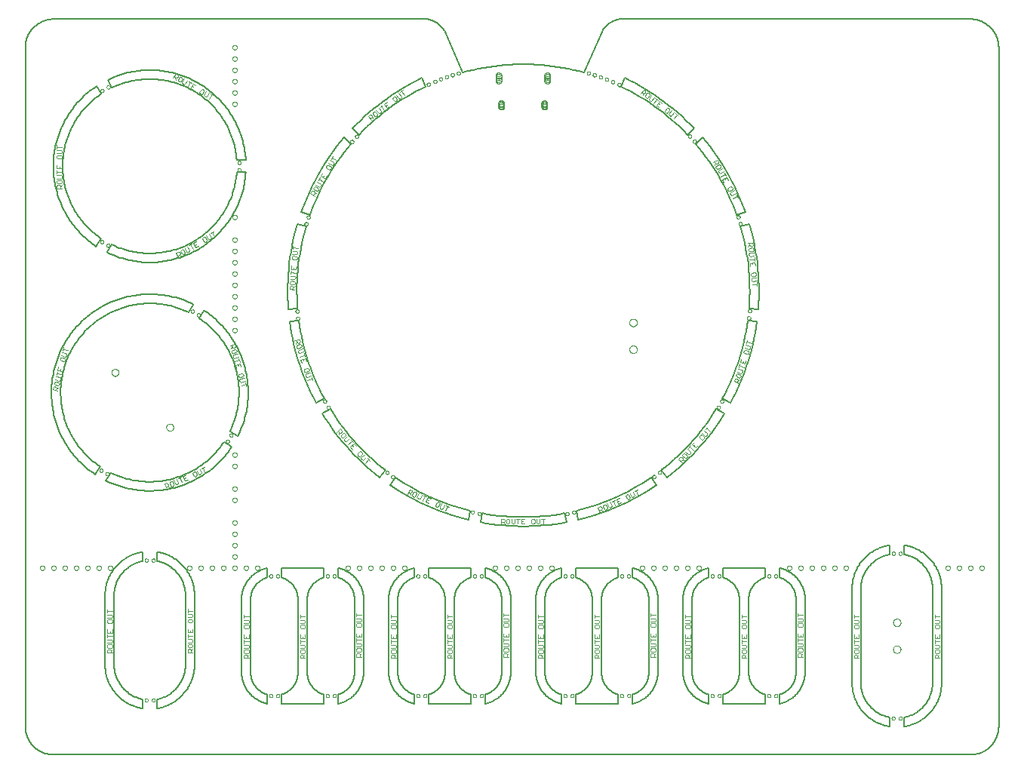
<source format=gko>
G75*
%MOIN*%
%OFA0B0*%
%FSLAX25Y25*%
%IPPOS*%
%LPD*%
%AMOC8*
5,1,8,0,0,1.08239X$1,22.5*
%
%ADD10C,0.00800*%
%ADD11C,0.00000*%
%ADD12C,0.00200*%
D10*
X0055095Y0271400D02*
X0460095Y0271400D01*
X0460397Y0271404D01*
X0460699Y0271415D01*
X0461000Y0271433D01*
X0461301Y0271458D01*
X0461602Y0271491D01*
X0461901Y0271531D01*
X0462199Y0271578D01*
X0462497Y0271633D01*
X0462792Y0271694D01*
X0463086Y0271763D01*
X0463379Y0271839D01*
X0463669Y0271922D01*
X0463958Y0272012D01*
X0464244Y0272109D01*
X0464528Y0272212D01*
X0464809Y0272323D01*
X0465087Y0272440D01*
X0465363Y0272564D01*
X0465635Y0272695D01*
X0465904Y0272832D01*
X0466170Y0272975D01*
X0466432Y0273125D01*
X0466691Y0273282D01*
X0466945Y0273444D01*
X0467196Y0273613D01*
X0467442Y0273787D01*
X0467685Y0273968D01*
X0467922Y0274154D01*
X0468156Y0274346D01*
X0468384Y0274544D01*
X0468608Y0274747D01*
X0468826Y0274955D01*
X0469040Y0275169D01*
X0469248Y0275387D01*
X0469451Y0275611D01*
X0469649Y0275839D01*
X0469841Y0276073D01*
X0470027Y0276310D01*
X0470208Y0276553D01*
X0470382Y0276799D01*
X0470551Y0277050D01*
X0470713Y0277304D01*
X0470870Y0277563D01*
X0471020Y0277825D01*
X0471163Y0278091D01*
X0471300Y0278360D01*
X0471431Y0278632D01*
X0471555Y0278908D01*
X0471672Y0279186D01*
X0471783Y0279467D01*
X0471886Y0279751D01*
X0471983Y0280037D01*
X0472073Y0280326D01*
X0472156Y0280616D01*
X0472232Y0280909D01*
X0472301Y0281203D01*
X0472362Y0281498D01*
X0472417Y0281796D01*
X0472464Y0282094D01*
X0472504Y0282393D01*
X0472537Y0282694D01*
X0472562Y0282995D01*
X0472580Y0283296D01*
X0472591Y0283598D01*
X0472595Y0283900D01*
X0472595Y0583900D01*
X0472591Y0584202D01*
X0472580Y0584504D01*
X0472562Y0584805D01*
X0472537Y0585106D01*
X0472504Y0585407D01*
X0472464Y0585706D01*
X0472417Y0586004D01*
X0472362Y0586302D01*
X0472301Y0586597D01*
X0472232Y0586891D01*
X0472156Y0587184D01*
X0472073Y0587474D01*
X0471983Y0587763D01*
X0471886Y0588049D01*
X0471783Y0588333D01*
X0471672Y0588614D01*
X0471555Y0588892D01*
X0471431Y0589168D01*
X0471300Y0589440D01*
X0471163Y0589709D01*
X0471020Y0589975D01*
X0470870Y0590237D01*
X0470713Y0590496D01*
X0470551Y0590750D01*
X0470382Y0591001D01*
X0470208Y0591247D01*
X0470027Y0591490D01*
X0469841Y0591727D01*
X0469649Y0591961D01*
X0469451Y0592189D01*
X0469248Y0592413D01*
X0469040Y0592631D01*
X0468826Y0592845D01*
X0468608Y0593053D01*
X0468384Y0593256D01*
X0468156Y0593454D01*
X0467922Y0593646D01*
X0467685Y0593832D01*
X0467442Y0594013D01*
X0467196Y0594187D01*
X0466945Y0594356D01*
X0466691Y0594518D01*
X0466432Y0594675D01*
X0466170Y0594825D01*
X0465904Y0594968D01*
X0465635Y0595105D01*
X0465363Y0595236D01*
X0465087Y0595360D01*
X0464809Y0595477D01*
X0464528Y0595588D01*
X0464244Y0595691D01*
X0463958Y0595788D01*
X0463669Y0595878D01*
X0463379Y0595961D01*
X0463086Y0596037D01*
X0462792Y0596106D01*
X0462497Y0596167D01*
X0462199Y0596222D01*
X0461901Y0596269D01*
X0461602Y0596309D01*
X0461301Y0596342D01*
X0461000Y0596367D01*
X0460699Y0596385D01*
X0460397Y0596396D01*
X0460095Y0596400D01*
X0305095Y0596400D01*
X0297595Y0591400D02*
X0289415Y0572770D01*
X0305725Y0566630D02*
X0307395Y0570370D01*
X0297595Y0591400D02*
X0297732Y0591619D01*
X0297874Y0591835D01*
X0298022Y0592047D01*
X0298174Y0592256D01*
X0298332Y0592461D01*
X0298494Y0592662D01*
X0298662Y0592859D01*
X0298834Y0593052D01*
X0299010Y0593240D01*
X0299192Y0593425D01*
X0299377Y0593605D01*
X0299567Y0593780D01*
X0299761Y0593951D01*
X0299959Y0594117D01*
X0300162Y0594278D01*
X0300368Y0594434D01*
X0300577Y0594585D01*
X0300791Y0594731D01*
X0301007Y0594872D01*
X0301228Y0595007D01*
X0301451Y0595137D01*
X0301677Y0595262D01*
X0301907Y0595381D01*
X0302139Y0595495D01*
X0302374Y0595602D01*
X0302611Y0595705D01*
X0302851Y0595801D01*
X0303093Y0595891D01*
X0303338Y0595976D01*
X0303584Y0596055D01*
X0303832Y0596127D01*
X0304082Y0596194D01*
X0304333Y0596255D01*
X0304586Y0596309D01*
X0304840Y0596357D01*
X0305095Y0596400D01*
X0338125Y0548040D02*
X0335075Y0545290D01*
X0338695Y0541280D02*
X0341735Y0544030D01*
X0356825Y0509860D02*
X0360725Y0511130D01*
X0362395Y0506000D02*
X0358505Y0504730D01*
X0362295Y0468640D02*
X0366375Y0468210D01*
X0365815Y0462840D02*
X0361725Y0463270D01*
X0350515Y0428770D02*
X0354065Y0426700D01*
X0351365Y0422030D02*
X0347825Y0424080D01*
X0323545Y0397130D02*
X0325945Y0393790D01*
X0321585Y0390630D02*
X0319165Y0393940D01*
X0310664Y0353875D02*
X0310664Y0349775D01*
X0304526Y0349775D02*
X0304526Y0353869D01*
X0285664Y0353875D01*
X0285664Y0349775D01*
X0285903Y0349702D01*
X0286139Y0349623D01*
X0286374Y0349538D01*
X0286607Y0349448D01*
X0286837Y0349351D01*
X0287066Y0349250D01*
X0287291Y0349143D01*
X0287514Y0349030D01*
X0287734Y0348913D01*
X0287951Y0348789D01*
X0288165Y0348661D01*
X0288376Y0348528D01*
X0288584Y0348389D01*
X0288788Y0348245D01*
X0288989Y0348097D01*
X0289186Y0347944D01*
X0289379Y0347786D01*
X0289569Y0347623D01*
X0289754Y0347456D01*
X0289935Y0347284D01*
X0290112Y0347108D01*
X0290285Y0346928D01*
X0290454Y0346744D01*
X0290617Y0346555D01*
X0290777Y0346363D01*
X0290931Y0346167D01*
X0291081Y0345967D01*
X0291226Y0345764D01*
X0291366Y0345557D01*
X0291501Y0345347D01*
X0291630Y0345134D01*
X0291755Y0344917D01*
X0291874Y0344698D01*
X0291988Y0344476D01*
X0292096Y0344251D01*
X0292199Y0344023D01*
X0292297Y0343794D01*
X0292389Y0343561D01*
X0292475Y0343327D01*
X0292556Y0343091D01*
X0292630Y0342853D01*
X0292699Y0342613D01*
X0292762Y0342371D01*
X0292820Y0342128D01*
X0292871Y0341884D01*
X0292917Y0341638D01*
X0292956Y0341392D01*
X0292990Y0341144D01*
X0293017Y0340896D01*
X0293039Y0340648D01*
X0293054Y0340398D01*
X0293064Y0340149D01*
X0293067Y0339899D01*
X0293064Y0339650D01*
X0293064Y0308150D01*
X0297126Y0308150D02*
X0297126Y0339650D01*
X0297123Y0339899D01*
X0297126Y0340149D01*
X0297136Y0340398D01*
X0297151Y0340648D01*
X0297173Y0340896D01*
X0297200Y0341144D01*
X0297234Y0341392D01*
X0297273Y0341638D01*
X0297319Y0341884D01*
X0297370Y0342128D01*
X0297428Y0342371D01*
X0297491Y0342613D01*
X0297560Y0342853D01*
X0297634Y0343091D01*
X0297715Y0343327D01*
X0297801Y0343561D01*
X0297893Y0343794D01*
X0297991Y0344023D01*
X0298094Y0344251D01*
X0298202Y0344476D01*
X0298316Y0344698D01*
X0298435Y0344917D01*
X0298560Y0345134D01*
X0298689Y0345347D01*
X0298824Y0345557D01*
X0298964Y0345764D01*
X0299109Y0345967D01*
X0299259Y0346167D01*
X0299413Y0346363D01*
X0299573Y0346555D01*
X0299736Y0346744D01*
X0299905Y0346928D01*
X0300078Y0347108D01*
X0300255Y0347284D01*
X0300436Y0347456D01*
X0300621Y0347623D01*
X0300811Y0347786D01*
X0301004Y0347944D01*
X0301201Y0348097D01*
X0301402Y0348245D01*
X0301606Y0348389D01*
X0301814Y0348528D01*
X0302025Y0348661D01*
X0302239Y0348789D01*
X0302456Y0348913D01*
X0302676Y0349030D01*
X0302899Y0349143D01*
X0303124Y0349250D01*
X0303353Y0349351D01*
X0303583Y0349448D01*
X0303816Y0349538D01*
X0304051Y0349623D01*
X0304287Y0349702D01*
X0304526Y0349775D01*
X0310664Y0349775D02*
X0310903Y0349702D01*
X0311139Y0349623D01*
X0311374Y0349538D01*
X0311607Y0349448D01*
X0311837Y0349351D01*
X0312066Y0349250D01*
X0312291Y0349143D01*
X0312514Y0349030D01*
X0312734Y0348913D01*
X0312951Y0348789D01*
X0313165Y0348661D01*
X0313376Y0348528D01*
X0313584Y0348389D01*
X0313788Y0348245D01*
X0313989Y0348097D01*
X0314186Y0347944D01*
X0314379Y0347786D01*
X0314569Y0347623D01*
X0314754Y0347456D01*
X0314935Y0347284D01*
X0315112Y0347108D01*
X0315285Y0346928D01*
X0315454Y0346744D01*
X0315617Y0346555D01*
X0315777Y0346363D01*
X0315931Y0346167D01*
X0316081Y0345967D01*
X0316226Y0345764D01*
X0316366Y0345557D01*
X0316501Y0345347D01*
X0316630Y0345134D01*
X0316755Y0344917D01*
X0316874Y0344698D01*
X0316988Y0344476D01*
X0317096Y0344251D01*
X0317199Y0344023D01*
X0317297Y0343794D01*
X0317389Y0343561D01*
X0317475Y0343327D01*
X0317556Y0343091D01*
X0317630Y0342853D01*
X0317699Y0342613D01*
X0317762Y0342371D01*
X0317820Y0342128D01*
X0317871Y0341884D01*
X0317917Y0341638D01*
X0317956Y0341392D01*
X0317990Y0341144D01*
X0318017Y0340896D01*
X0318039Y0340648D01*
X0318054Y0340398D01*
X0318064Y0340149D01*
X0318067Y0339899D01*
X0318064Y0339650D01*
X0318064Y0308150D01*
X0322064Y0308150D02*
X0322064Y0339650D01*
X0333126Y0339650D02*
X0333126Y0308150D01*
X0337126Y0308150D02*
X0337126Y0339650D01*
X0344526Y0349775D02*
X0344526Y0353875D01*
X0350664Y0353875D02*
X0350664Y0349775D01*
X0350664Y0353875D02*
X0369526Y0353869D01*
X0369526Y0349775D01*
X0369287Y0349702D01*
X0369051Y0349623D01*
X0368816Y0349538D01*
X0368583Y0349448D01*
X0368353Y0349351D01*
X0368124Y0349250D01*
X0367899Y0349143D01*
X0367676Y0349030D01*
X0367456Y0348913D01*
X0367239Y0348789D01*
X0367025Y0348661D01*
X0366814Y0348528D01*
X0366606Y0348389D01*
X0366402Y0348245D01*
X0366201Y0348097D01*
X0366004Y0347944D01*
X0365811Y0347786D01*
X0365621Y0347623D01*
X0365436Y0347456D01*
X0365255Y0347284D01*
X0365078Y0347108D01*
X0364905Y0346928D01*
X0364736Y0346744D01*
X0364573Y0346555D01*
X0364413Y0346363D01*
X0364259Y0346167D01*
X0364109Y0345967D01*
X0363964Y0345764D01*
X0363824Y0345557D01*
X0363689Y0345347D01*
X0363560Y0345134D01*
X0363435Y0344917D01*
X0363316Y0344698D01*
X0363202Y0344476D01*
X0363094Y0344251D01*
X0362991Y0344023D01*
X0362893Y0343794D01*
X0362801Y0343561D01*
X0362715Y0343327D01*
X0362634Y0343091D01*
X0362560Y0342853D01*
X0362491Y0342613D01*
X0362428Y0342371D01*
X0362370Y0342128D01*
X0362319Y0341884D01*
X0362273Y0341638D01*
X0362234Y0341392D01*
X0362200Y0341144D01*
X0362173Y0340896D01*
X0362151Y0340648D01*
X0362136Y0340398D01*
X0362126Y0340149D01*
X0362123Y0339899D01*
X0362126Y0339650D01*
X0362126Y0308150D01*
X0358064Y0308150D02*
X0358064Y0339650D01*
X0358067Y0339899D01*
X0358064Y0340149D01*
X0358054Y0340398D01*
X0358039Y0340648D01*
X0358017Y0340896D01*
X0357990Y0341144D01*
X0357956Y0341392D01*
X0357917Y0341638D01*
X0357871Y0341884D01*
X0357820Y0342128D01*
X0357762Y0342371D01*
X0357699Y0342613D01*
X0357630Y0342853D01*
X0357556Y0343091D01*
X0357475Y0343327D01*
X0357389Y0343561D01*
X0357297Y0343794D01*
X0357199Y0344023D01*
X0357096Y0344251D01*
X0356988Y0344476D01*
X0356874Y0344698D01*
X0356755Y0344917D01*
X0356630Y0345134D01*
X0356501Y0345347D01*
X0356366Y0345557D01*
X0356226Y0345764D01*
X0356081Y0345967D01*
X0355931Y0346167D01*
X0355777Y0346363D01*
X0355617Y0346555D01*
X0355454Y0346744D01*
X0355285Y0346928D01*
X0355112Y0347108D01*
X0354935Y0347284D01*
X0354754Y0347456D01*
X0354569Y0347623D01*
X0354379Y0347786D01*
X0354186Y0347944D01*
X0353989Y0348097D01*
X0353788Y0348245D01*
X0353584Y0348389D01*
X0353376Y0348528D01*
X0353165Y0348661D01*
X0352951Y0348789D01*
X0352734Y0348913D01*
X0352514Y0349030D01*
X0352291Y0349143D01*
X0352066Y0349250D01*
X0351837Y0349351D01*
X0351607Y0349448D01*
X0351374Y0349538D01*
X0351139Y0349623D01*
X0350903Y0349702D01*
X0350664Y0349775D01*
X0344526Y0349775D02*
X0344287Y0349702D01*
X0344051Y0349623D01*
X0343816Y0349538D01*
X0343583Y0349448D01*
X0343353Y0349351D01*
X0343124Y0349250D01*
X0342899Y0349143D01*
X0342676Y0349030D01*
X0342456Y0348913D01*
X0342239Y0348789D01*
X0342025Y0348661D01*
X0341814Y0348528D01*
X0341606Y0348389D01*
X0341402Y0348245D01*
X0341201Y0348097D01*
X0341004Y0347944D01*
X0340811Y0347786D01*
X0340621Y0347623D01*
X0340436Y0347456D01*
X0340255Y0347284D01*
X0340078Y0347108D01*
X0339905Y0346928D01*
X0339736Y0346744D01*
X0339573Y0346555D01*
X0339413Y0346363D01*
X0339259Y0346167D01*
X0339109Y0345967D01*
X0338964Y0345764D01*
X0338824Y0345557D01*
X0338689Y0345347D01*
X0338560Y0345134D01*
X0338435Y0344917D01*
X0338316Y0344698D01*
X0338202Y0344476D01*
X0338094Y0344251D01*
X0337991Y0344023D01*
X0337893Y0343794D01*
X0337801Y0343561D01*
X0337715Y0343327D01*
X0337634Y0343091D01*
X0337560Y0342853D01*
X0337491Y0342613D01*
X0337428Y0342371D01*
X0337370Y0342128D01*
X0337319Y0341884D01*
X0337273Y0341638D01*
X0337234Y0341392D01*
X0337200Y0341144D01*
X0337173Y0340896D01*
X0337151Y0340648D01*
X0337136Y0340398D01*
X0337126Y0340149D01*
X0337123Y0339899D01*
X0337126Y0339650D01*
X0333126Y0339650D02*
X0333124Y0339996D01*
X0333131Y0340343D01*
X0333147Y0340690D01*
X0333171Y0341036D01*
X0333203Y0341381D01*
X0333243Y0341726D01*
X0333292Y0342069D01*
X0333349Y0342411D01*
X0333415Y0342752D01*
X0333489Y0343091D01*
X0333570Y0343428D01*
X0333661Y0343762D01*
X0333759Y0344095D01*
X0333865Y0344425D01*
X0333979Y0344753D01*
X0334101Y0345077D01*
X0334231Y0345399D01*
X0334369Y0345717D01*
X0334515Y0346032D01*
X0334668Y0346343D01*
X0334828Y0346651D01*
X0334996Y0346954D01*
X0335172Y0347253D01*
X0335354Y0347548D01*
X0335544Y0347839D01*
X0335740Y0348125D01*
X0335944Y0348405D01*
X0336154Y0348681D01*
X0336371Y0348952D01*
X0336595Y0349217D01*
X0336824Y0349477D01*
X0337060Y0349731D01*
X0337302Y0349980D01*
X0337551Y0350222D01*
X0337804Y0350458D01*
X0338064Y0350688D01*
X0338329Y0350912D01*
X0338599Y0351129D01*
X0338875Y0351340D01*
X0339156Y0351544D01*
X0339441Y0351740D01*
X0339731Y0351930D01*
X0340026Y0352113D01*
X0340325Y0352289D01*
X0340629Y0352457D01*
X0340936Y0352618D01*
X0341247Y0352772D01*
X0341562Y0352917D01*
X0341880Y0353055D01*
X0342201Y0353186D01*
X0342526Y0353308D01*
X0342853Y0353423D01*
X0343183Y0353530D01*
X0343516Y0353628D01*
X0343850Y0353719D01*
X0344187Y0353801D01*
X0344526Y0353875D01*
X0375664Y0349775D02*
X0375903Y0349702D01*
X0376139Y0349623D01*
X0376374Y0349538D01*
X0376607Y0349448D01*
X0376837Y0349351D01*
X0377066Y0349250D01*
X0377291Y0349143D01*
X0377514Y0349030D01*
X0377734Y0348913D01*
X0377951Y0348789D01*
X0378165Y0348661D01*
X0378376Y0348528D01*
X0378584Y0348389D01*
X0378788Y0348245D01*
X0378989Y0348097D01*
X0379186Y0347944D01*
X0379379Y0347786D01*
X0379569Y0347623D01*
X0379754Y0347456D01*
X0379935Y0347284D01*
X0380112Y0347108D01*
X0380285Y0346928D01*
X0380454Y0346744D01*
X0380617Y0346555D01*
X0380777Y0346363D01*
X0380931Y0346167D01*
X0381081Y0345967D01*
X0381226Y0345764D01*
X0381366Y0345557D01*
X0381501Y0345347D01*
X0381630Y0345134D01*
X0381755Y0344917D01*
X0381874Y0344698D01*
X0381988Y0344476D01*
X0382096Y0344251D01*
X0382199Y0344023D01*
X0382297Y0343794D01*
X0382389Y0343561D01*
X0382475Y0343327D01*
X0382556Y0343091D01*
X0382630Y0342853D01*
X0382699Y0342613D01*
X0382762Y0342371D01*
X0382820Y0342128D01*
X0382871Y0341884D01*
X0382917Y0341638D01*
X0382956Y0341392D01*
X0382990Y0341144D01*
X0383017Y0340896D01*
X0383039Y0340648D01*
X0383054Y0340398D01*
X0383064Y0340149D01*
X0383067Y0339899D01*
X0383064Y0339650D01*
X0383064Y0308150D01*
X0387064Y0308150D02*
X0387064Y0339650D01*
X0375664Y0349775D02*
X0375664Y0353875D01*
X0376003Y0353801D01*
X0376340Y0353719D01*
X0376674Y0353628D01*
X0377007Y0353530D01*
X0377337Y0353423D01*
X0377664Y0353308D01*
X0377989Y0353186D01*
X0378310Y0353055D01*
X0378628Y0352917D01*
X0378943Y0352772D01*
X0379254Y0352618D01*
X0379561Y0352457D01*
X0379865Y0352289D01*
X0380164Y0352113D01*
X0380459Y0351930D01*
X0380749Y0351740D01*
X0381034Y0351544D01*
X0381315Y0351340D01*
X0381591Y0351129D01*
X0381861Y0350912D01*
X0382126Y0350688D01*
X0382386Y0350458D01*
X0382639Y0350222D01*
X0382888Y0349980D01*
X0383130Y0349731D01*
X0383366Y0349477D01*
X0383595Y0349217D01*
X0383819Y0348952D01*
X0384036Y0348681D01*
X0384246Y0348405D01*
X0384450Y0348125D01*
X0384646Y0347839D01*
X0384836Y0347548D01*
X0385018Y0347253D01*
X0385194Y0346954D01*
X0385362Y0346651D01*
X0385522Y0346343D01*
X0385675Y0346032D01*
X0385821Y0345717D01*
X0385959Y0345399D01*
X0386089Y0345077D01*
X0386211Y0344753D01*
X0386325Y0344425D01*
X0386431Y0344095D01*
X0386529Y0343762D01*
X0386620Y0343428D01*
X0386701Y0343091D01*
X0386775Y0342752D01*
X0386841Y0342411D01*
X0386898Y0342069D01*
X0386947Y0341726D01*
X0386987Y0341381D01*
X0387019Y0341036D01*
X0387043Y0340690D01*
X0387059Y0340343D01*
X0387066Y0339996D01*
X0387064Y0339650D01*
X0407814Y0344525D02*
X0407814Y0303275D01*
X0411658Y0303275D02*
X0411658Y0344525D01*
X0424526Y0359923D02*
X0424526Y0363971D01*
X0430664Y0363971D02*
X0430664Y0359923D01*
X0430664Y0363971D02*
X0431133Y0363897D01*
X0431599Y0363812D01*
X0432063Y0363715D01*
X0432525Y0363608D01*
X0432984Y0363489D01*
X0433440Y0363359D01*
X0433893Y0363218D01*
X0434342Y0363066D01*
X0434787Y0362903D01*
X0435228Y0362729D01*
X0435665Y0362545D01*
X0436098Y0362350D01*
X0436525Y0362145D01*
X0436947Y0361929D01*
X0437364Y0361703D01*
X0437775Y0361468D01*
X0438181Y0361222D01*
X0438580Y0360966D01*
X0438973Y0360701D01*
X0439360Y0360426D01*
X0439739Y0360142D01*
X0440112Y0359849D01*
X0440478Y0359547D01*
X0440836Y0359236D01*
X0441186Y0358917D01*
X0441528Y0358589D01*
X0441863Y0358253D01*
X0442189Y0357908D01*
X0442507Y0357556D01*
X0442816Y0357197D01*
X0443116Y0356830D01*
X0443407Y0356456D01*
X0443689Y0356075D01*
X0443962Y0355687D01*
X0444225Y0355292D01*
X0444479Y0354892D01*
X0444722Y0354485D01*
X0444956Y0354072D01*
X0445180Y0353654D01*
X0445393Y0353231D01*
X0445596Y0352802D01*
X0445789Y0352369D01*
X0445971Y0351931D01*
X0446142Y0351489D01*
X0446303Y0351043D01*
X0446453Y0350593D01*
X0446591Y0350140D01*
X0446719Y0349683D01*
X0446835Y0349224D01*
X0446941Y0348761D01*
X0447035Y0348297D01*
X0447118Y0347830D01*
X0447189Y0347361D01*
X0447249Y0346891D01*
X0447297Y0346419D01*
X0447334Y0345946D01*
X0447360Y0345473D01*
X0447374Y0344999D01*
X0447377Y0344525D01*
X0447376Y0344525D02*
X0447376Y0303275D01*
X0443376Y0303275D02*
X0443376Y0344525D01*
X0443375Y0344905D01*
X0443364Y0345285D01*
X0443344Y0345665D01*
X0443314Y0346045D01*
X0443276Y0346423D01*
X0443227Y0346801D01*
X0443170Y0347177D01*
X0443104Y0347551D01*
X0443028Y0347924D01*
X0442943Y0348295D01*
X0442850Y0348664D01*
X0442747Y0349030D01*
X0442635Y0349394D01*
X0442514Y0349755D01*
X0442385Y0350113D01*
X0442247Y0350467D01*
X0442100Y0350818D01*
X0441945Y0351165D01*
X0441781Y0351509D01*
X0441609Y0351848D01*
X0441428Y0352183D01*
X0441239Y0352513D01*
X0441043Y0352839D01*
X0440838Y0353160D01*
X0440626Y0353476D01*
X0440406Y0353786D01*
X0440178Y0354091D01*
X0439943Y0354390D01*
X0439701Y0354684D01*
X0439452Y0354971D01*
X0439195Y0355252D01*
X0438932Y0355527D01*
X0438663Y0355795D01*
X0438386Y0356057D01*
X0438104Y0356312D01*
X0437815Y0356559D01*
X0437520Y0356800D01*
X0437220Y0357033D01*
X0436914Y0357259D01*
X0436602Y0357477D01*
X0436285Y0357688D01*
X0435963Y0357891D01*
X0435636Y0358086D01*
X0435305Y0358273D01*
X0434969Y0358451D01*
X0434629Y0358621D01*
X0434284Y0358783D01*
X0433936Y0358937D01*
X0433584Y0359082D01*
X0433229Y0359218D01*
X0432871Y0359345D01*
X0432509Y0359464D01*
X0432145Y0359574D01*
X0431778Y0359674D01*
X0431409Y0359766D01*
X0431037Y0359849D01*
X0430664Y0359923D01*
X0424527Y0363971D02*
X0424058Y0363897D01*
X0423592Y0363812D01*
X0423128Y0363715D01*
X0422666Y0363608D01*
X0422207Y0363489D01*
X0421751Y0363359D01*
X0421298Y0363218D01*
X0420849Y0363066D01*
X0420404Y0362903D01*
X0419963Y0362729D01*
X0419526Y0362545D01*
X0419093Y0362350D01*
X0418666Y0362145D01*
X0418244Y0361929D01*
X0417827Y0361703D01*
X0417416Y0361468D01*
X0417010Y0361222D01*
X0416611Y0360966D01*
X0416218Y0360701D01*
X0415831Y0360426D01*
X0415452Y0360142D01*
X0415079Y0359849D01*
X0414713Y0359547D01*
X0414355Y0359236D01*
X0414005Y0358917D01*
X0413663Y0358589D01*
X0413328Y0358253D01*
X0413002Y0357908D01*
X0412684Y0357556D01*
X0412375Y0357197D01*
X0412075Y0356830D01*
X0411784Y0356456D01*
X0411502Y0356075D01*
X0411229Y0355687D01*
X0410966Y0355292D01*
X0410712Y0354892D01*
X0410469Y0354485D01*
X0410235Y0354072D01*
X0410011Y0353654D01*
X0409798Y0353231D01*
X0409595Y0352802D01*
X0409402Y0352369D01*
X0409220Y0351931D01*
X0409049Y0351489D01*
X0408888Y0351043D01*
X0408738Y0350593D01*
X0408600Y0350140D01*
X0408472Y0349683D01*
X0408356Y0349224D01*
X0408250Y0348761D01*
X0408156Y0348297D01*
X0408073Y0347830D01*
X0408002Y0347361D01*
X0407942Y0346891D01*
X0407894Y0346419D01*
X0407857Y0345946D01*
X0407831Y0345473D01*
X0407817Y0344999D01*
X0407814Y0344525D01*
X0411657Y0344525D02*
X0411661Y0344907D01*
X0411674Y0345289D01*
X0411697Y0345671D01*
X0411729Y0346052D01*
X0411770Y0346432D01*
X0411821Y0346811D01*
X0411880Y0347189D01*
X0411949Y0347565D01*
X0412028Y0347939D01*
X0412115Y0348312D01*
X0412212Y0348682D01*
X0412317Y0349049D01*
X0412432Y0349414D01*
X0412555Y0349776D01*
X0412687Y0350135D01*
X0412828Y0350490D01*
X0412978Y0350842D01*
X0413136Y0351190D01*
X0413303Y0351534D01*
X0413478Y0351874D01*
X0413661Y0352210D01*
X0413853Y0352541D01*
X0414053Y0352867D01*
X0414260Y0353188D01*
X0414475Y0353504D01*
X0414698Y0353815D01*
X0414929Y0354120D01*
X0415167Y0354419D01*
X0415412Y0354712D01*
X0415664Y0355000D01*
X0415924Y0355281D01*
X0416190Y0355555D01*
X0416463Y0355823D01*
X0416742Y0356085D01*
X0417027Y0356339D01*
X0417319Y0356586D01*
X0417617Y0356826D01*
X0417920Y0357059D01*
X0418229Y0357284D01*
X0418544Y0357502D01*
X0418863Y0357711D01*
X0419188Y0357913D01*
X0419518Y0358107D01*
X0419852Y0358293D01*
X0420191Y0358470D01*
X0420534Y0358639D01*
X0420881Y0358800D01*
X0421232Y0358952D01*
X0421586Y0359095D01*
X0421944Y0359230D01*
X0422305Y0359356D01*
X0422669Y0359473D01*
X0423036Y0359581D01*
X0423405Y0359680D01*
X0423777Y0359770D01*
X0424150Y0359851D01*
X0424526Y0359923D01*
X0411657Y0303275D02*
X0411661Y0302893D01*
X0411674Y0302511D01*
X0411697Y0302129D01*
X0411729Y0301748D01*
X0411770Y0301368D01*
X0411821Y0300989D01*
X0411880Y0300611D01*
X0411949Y0300235D01*
X0412028Y0299861D01*
X0412115Y0299488D01*
X0412212Y0299118D01*
X0412317Y0298751D01*
X0412432Y0298386D01*
X0412555Y0298024D01*
X0412687Y0297665D01*
X0412828Y0297310D01*
X0412978Y0296958D01*
X0413136Y0296610D01*
X0413303Y0296266D01*
X0413478Y0295926D01*
X0413661Y0295590D01*
X0413853Y0295259D01*
X0414053Y0294933D01*
X0414260Y0294612D01*
X0414475Y0294296D01*
X0414698Y0293985D01*
X0414929Y0293680D01*
X0415167Y0293381D01*
X0415412Y0293088D01*
X0415664Y0292800D01*
X0415924Y0292519D01*
X0416190Y0292245D01*
X0416463Y0291977D01*
X0416742Y0291715D01*
X0417027Y0291461D01*
X0417319Y0291214D01*
X0417617Y0290974D01*
X0417920Y0290741D01*
X0418229Y0290516D01*
X0418544Y0290298D01*
X0418863Y0290089D01*
X0419188Y0289887D01*
X0419518Y0289693D01*
X0419852Y0289507D01*
X0420191Y0289330D01*
X0420534Y0289161D01*
X0420881Y0289000D01*
X0421232Y0288848D01*
X0421586Y0288705D01*
X0421944Y0288570D01*
X0422305Y0288444D01*
X0422669Y0288327D01*
X0423036Y0288219D01*
X0423405Y0288120D01*
X0423777Y0288030D01*
X0424150Y0287949D01*
X0424526Y0287877D01*
X0424526Y0283829D01*
X0430664Y0283829D02*
X0430664Y0287877D01*
X0430664Y0283829D02*
X0431133Y0283903D01*
X0431599Y0283988D01*
X0432063Y0284085D01*
X0432525Y0284192D01*
X0432984Y0284311D01*
X0433440Y0284441D01*
X0433893Y0284582D01*
X0434342Y0284734D01*
X0434787Y0284897D01*
X0435228Y0285071D01*
X0435665Y0285255D01*
X0436098Y0285450D01*
X0436525Y0285655D01*
X0436947Y0285871D01*
X0437364Y0286097D01*
X0437775Y0286332D01*
X0438181Y0286578D01*
X0438580Y0286834D01*
X0438973Y0287099D01*
X0439360Y0287374D01*
X0439739Y0287658D01*
X0440112Y0287951D01*
X0440478Y0288253D01*
X0440836Y0288564D01*
X0441186Y0288883D01*
X0441528Y0289211D01*
X0441863Y0289547D01*
X0442189Y0289892D01*
X0442507Y0290244D01*
X0442816Y0290603D01*
X0443116Y0290970D01*
X0443407Y0291344D01*
X0443689Y0291725D01*
X0443962Y0292113D01*
X0444225Y0292508D01*
X0444479Y0292908D01*
X0444722Y0293315D01*
X0444956Y0293728D01*
X0445180Y0294146D01*
X0445393Y0294569D01*
X0445596Y0294998D01*
X0445789Y0295431D01*
X0445971Y0295869D01*
X0446142Y0296311D01*
X0446303Y0296757D01*
X0446453Y0297207D01*
X0446591Y0297660D01*
X0446719Y0298117D01*
X0446835Y0298576D01*
X0446941Y0299039D01*
X0447035Y0299503D01*
X0447118Y0299970D01*
X0447189Y0300439D01*
X0447249Y0300909D01*
X0447297Y0301381D01*
X0447334Y0301854D01*
X0447360Y0302327D01*
X0447374Y0302801D01*
X0447377Y0303275D01*
X0443376Y0303275D02*
X0443375Y0302895D01*
X0443364Y0302515D01*
X0443344Y0302135D01*
X0443314Y0301755D01*
X0443276Y0301377D01*
X0443227Y0300999D01*
X0443170Y0300623D01*
X0443104Y0300249D01*
X0443028Y0299876D01*
X0442943Y0299505D01*
X0442850Y0299136D01*
X0442747Y0298770D01*
X0442635Y0298406D01*
X0442514Y0298045D01*
X0442385Y0297687D01*
X0442247Y0297333D01*
X0442100Y0296982D01*
X0441945Y0296635D01*
X0441781Y0296291D01*
X0441609Y0295952D01*
X0441428Y0295617D01*
X0441239Y0295287D01*
X0441043Y0294961D01*
X0440838Y0294640D01*
X0440626Y0294324D01*
X0440406Y0294014D01*
X0440178Y0293709D01*
X0439943Y0293410D01*
X0439701Y0293116D01*
X0439452Y0292829D01*
X0439195Y0292548D01*
X0438932Y0292273D01*
X0438663Y0292005D01*
X0438386Y0291743D01*
X0438104Y0291488D01*
X0437815Y0291241D01*
X0437520Y0291000D01*
X0437220Y0290767D01*
X0436914Y0290541D01*
X0436602Y0290323D01*
X0436285Y0290112D01*
X0435963Y0289909D01*
X0435636Y0289714D01*
X0435305Y0289527D01*
X0434969Y0289349D01*
X0434629Y0289179D01*
X0434284Y0289017D01*
X0433936Y0288863D01*
X0433584Y0288718D01*
X0433229Y0288582D01*
X0432871Y0288455D01*
X0432509Y0288336D01*
X0432145Y0288226D01*
X0431778Y0288126D01*
X0431409Y0288034D01*
X0431037Y0287951D01*
X0430664Y0287877D01*
X0424527Y0283829D02*
X0424058Y0283903D01*
X0423592Y0283988D01*
X0423128Y0284085D01*
X0422666Y0284192D01*
X0422207Y0284311D01*
X0421751Y0284441D01*
X0421298Y0284582D01*
X0420849Y0284734D01*
X0420404Y0284897D01*
X0419963Y0285071D01*
X0419526Y0285255D01*
X0419093Y0285450D01*
X0418666Y0285655D01*
X0418244Y0285871D01*
X0417827Y0286097D01*
X0417416Y0286332D01*
X0417010Y0286578D01*
X0416611Y0286834D01*
X0416218Y0287099D01*
X0415831Y0287374D01*
X0415452Y0287658D01*
X0415079Y0287951D01*
X0414713Y0288253D01*
X0414355Y0288564D01*
X0414005Y0288883D01*
X0413663Y0289211D01*
X0413328Y0289547D01*
X0413002Y0289892D01*
X0412684Y0290244D01*
X0412375Y0290603D01*
X0412075Y0290970D01*
X0411784Y0291344D01*
X0411502Y0291725D01*
X0411229Y0292113D01*
X0410966Y0292508D01*
X0410712Y0292908D01*
X0410469Y0293315D01*
X0410235Y0293728D01*
X0410011Y0294146D01*
X0409798Y0294569D01*
X0409595Y0294998D01*
X0409402Y0295431D01*
X0409220Y0295869D01*
X0409049Y0296311D01*
X0408888Y0296757D01*
X0408738Y0297207D01*
X0408600Y0297660D01*
X0408472Y0298117D01*
X0408356Y0298576D01*
X0408250Y0299039D01*
X0408156Y0299503D01*
X0408073Y0299970D01*
X0408002Y0300439D01*
X0407942Y0300909D01*
X0407894Y0301381D01*
X0407857Y0301854D01*
X0407831Y0302327D01*
X0407817Y0302801D01*
X0407814Y0303275D01*
X0375664Y0298025D02*
X0375664Y0293925D01*
X0369526Y0293921D02*
X0350664Y0293925D01*
X0350664Y0298025D01*
X0344526Y0298025D02*
X0344526Y0293925D01*
X0344187Y0293999D01*
X0343850Y0294081D01*
X0343516Y0294172D01*
X0343183Y0294270D01*
X0342853Y0294377D01*
X0342526Y0294492D01*
X0342201Y0294614D01*
X0341880Y0294745D01*
X0341562Y0294883D01*
X0341247Y0295028D01*
X0340936Y0295182D01*
X0340629Y0295343D01*
X0340325Y0295511D01*
X0340026Y0295687D01*
X0339731Y0295870D01*
X0339441Y0296060D01*
X0339156Y0296256D01*
X0338875Y0296460D01*
X0338599Y0296671D01*
X0338329Y0296888D01*
X0338064Y0297112D01*
X0337804Y0297342D01*
X0337551Y0297578D01*
X0337302Y0297820D01*
X0337060Y0298069D01*
X0336824Y0298323D01*
X0336595Y0298583D01*
X0336371Y0298848D01*
X0336154Y0299119D01*
X0335944Y0299395D01*
X0335740Y0299675D01*
X0335544Y0299961D01*
X0335354Y0300252D01*
X0335172Y0300547D01*
X0334996Y0300846D01*
X0334828Y0301149D01*
X0334668Y0301457D01*
X0334515Y0301768D01*
X0334369Y0302083D01*
X0334231Y0302401D01*
X0334101Y0302723D01*
X0333979Y0303047D01*
X0333865Y0303375D01*
X0333759Y0303705D01*
X0333661Y0304038D01*
X0333570Y0304372D01*
X0333489Y0304709D01*
X0333415Y0305048D01*
X0333349Y0305389D01*
X0333292Y0305731D01*
X0333243Y0306074D01*
X0333203Y0306419D01*
X0333171Y0306764D01*
X0333147Y0307110D01*
X0333131Y0307457D01*
X0333124Y0307804D01*
X0333126Y0308150D01*
X0337126Y0308150D02*
X0337123Y0307901D01*
X0337126Y0307651D01*
X0337136Y0307402D01*
X0337151Y0307152D01*
X0337173Y0306904D01*
X0337200Y0306656D01*
X0337234Y0306408D01*
X0337273Y0306162D01*
X0337319Y0305916D01*
X0337370Y0305672D01*
X0337428Y0305429D01*
X0337491Y0305187D01*
X0337560Y0304947D01*
X0337634Y0304709D01*
X0337715Y0304473D01*
X0337801Y0304239D01*
X0337893Y0304006D01*
X0337991Y0303777D01*
X0338094Y0303549D01*
X0338202Y0303324D01*
X0338316Y0303102D01*
X0338435Y0302883D01*
X0338560Y0302666D01*
X0338689Y0302453D01*
X0338824Y0302243D01*
X0338964Y0302036D01*
X0339109Y0301833D01*
X0339259Y0301633D01*
X0339413Y0301437D01*
X0339573Y0301245D01*
X0339736Y0301056D01*
X0339905Y0300872D01*
X0340078Y0300692D01*
X0340255Y0300516D01*
X0340436Y0300344D01*
X0340621Y0300177D01*
X0340811Y0300014D01*
X0341004Y0299856D01*
X0341201Y0299703D01*
X0341402Y0299555D01*
X0341606Y0299411D01*
X0341814Y0299272D01*
X0342025Y0299139D01*
X0342239Y0299011D01*
X0342456Y0298887D01*
X0342676Y0298770D01*
X0342899Y0298657D01*
X0343124Y0298550D01*
X0343353Y0298449D01*
X0343583Y0298352D01*
X0343816Y0298262D01*
X0344051Y0298177D01*
X0344287Y0298098D01*
X0344526Y0298025D01*
X0350664Y0298025D02*
X0350903Y0298098D01*
X0351139Y0298177D01*
X0351374Y0298262D01*
X0351607Y0298352D01*
X0351837Y0298449D01*
X0352066Y0298550D01*
X0352291Y0298657D01*
X0352514Y0298770D01*
X0352734Y0298887D01*
X0352951Y0299011D01*
X0353165Y0299139D01*
X0353376Y0299272D01*
X0353584Y0299411D01*
X0353788Y0299555D01*
X0353989Y0299703D01*
X0354186Y0299856D01*
X0354379Y0300014D01*
X0354569Y0300177D01*
X0354754Y0300344D01*
X0354935Y0300516D01*
X0355112Y0300692D01*
X0355285Y0300872D01*
X0355454Y0301056D01*
X0355617Y0301245D01*
X0355777Y0301437D01*
X0355931Y0301633D01*
X0356081Y0301833D01*
X0356226Y0302036D01*
X0356366Y0302243D01*
X0356501Y0302453D01*
X0356630Y0302666D01*
X0356755Y0302883D01*
X0356874Y0303102D01*
X0356988Y0303324D01*
X0357096Y0303549D01*
X0357199Y0303777D01*
X0357297Y0304006D01*
X0357389Y0304239D01*
X0357475Y0304473D01*
X0357556Y0304709D01*
X0357630Y0304947D01*
X0357699Y0305187D01*
X0357762Y0305429D01*
X0357820Y0305672D01*
X0357871Y0305916D01*
X0357917Y0306162D01*
X0357956Y0306408D01*
X0357990Y0306656D01*
X0358017Y0306904D01*
X0358039Y0307152D01*
X0358054Y0307402D01*
X0358064Y0307651D01*
X0358067Y0307901D01*
X0358064Y0308150D01*
X0369526Y0298025D02*
X0369526Y0293921D01*
X0369526Y0298025D02*
X0369287Y0298098D01*
X0369051Y0298177D01*
X0368816Y0298262D01*
X0368583Y0298352D01*
X0368353Y0298449D01*
X0368124Y0298550D01*
X0367899Y0298657D01*
X0367676Y0298770D01*
X0367456Y0298887D01*
X0367239Y0299011D01*
X0367025Y0299139D01*
X0366814Y0299272D01*
X0366606Y0299411D01*
X0366402Y0299555D01*
X0366201Y0299703D01*
X0366004Y0299856D01*
X0365811Y0300014D01*
X0365621Y0300177D01*
X0365436Y0300344D01*
X0365255Y0300516D01*
X0365078Y0300692D01*
X0364905Y0300872D01*
X0364736Y0301056D01*
X0364573Y0301245D01*
X0364413Y0301437D01*
X0364259Y0301633D01*
X0364109Y0301833D01*
X0363964Y0302036D01*
X0363824Y0302243D01*
X0363689Y0302453D01*
X0363560Y0302666D01*
X0363435Y0302883D01*
X0363316Y0303102D01*
X0363202Y0303324D01*
X0363094Y0303549D01*
X0362991Y0303777D01*
X0362893Y0304006D01*
X0362801Y0304239D01*
X0362715Y0304473D01*
X0362634Y0304709D01*
X0362560Y0304947D01*
X0362491Y0305187D01*
X0362428Y0305429D01*
X0362370Y0305672D01*
X0362319Y0305916D01*
X0362273Y0306162D01*
X0362234Y0306408D01*
X0362200Y0306656D01*
X0362173Y0306904D01*
X0362151Y0307152D01*
X0362136Y0307402D01*
X0362126Y0307651D01*
X0362123Y0307901D01*
X0362126Y0308150D01*
X0375664Y0298025D02*
X0375903Y0298098D01*
X0376139Y0298177D01*
X0376374Y0298262D01*
X0376607Y0298352D01*
X0376837Y0298449D01*
X0377066Y0298550D01*
X0377291Y0298657D01*
X0377514Y0298770D01*
X0377734Y0298887D01*
X0377951Y0299011D01*
X0378165Y0299139D01*
X0378376Y0299272D01*
X0378584Y0299411D01*
X0378788Y0299555D01*
X0378989Y0299703D01*
X0379186Y0299856D01*
X0379379Y0300014D01*
X0379569Y0300177D01*
X0379754Y0300344D01*
X0379935Y0300516D01*
X0380112Y0300692D01*
X0380285Y0300872D01*
X0380454Y0301056D01*
X0380617Y0301245D01*
X0380777Y0301437D01*
X0380931Y0301633D01*
X0381081Y0301833D01*
X0381226Y0302036D01*
X0381366Y0302243D01*
X0381501Y0302453D01*
X0381630Y0302666D01*
X0381755Y0302883D01*
X0381874Y0303102D01*
X0381988Y0303324D01*
X0382096Y0303549D01*
X0382199Y0303777D01*
X0382297Y0304006D01*
X0382389Y0304239D01*
X0382475Y0304473D01*
X0382556Y0304709D01*
X0382630Y0304947D01*
X0382699Y0305187D01*
X0382762Y0305429D01*
X0382820Y0305672D01*
X0382871Y0305916D01*
X0382917Y0306162D01*
X0382956Y0306408D01*
X0382990Y0306656D01*
X0383017Y0306904D01*
X0383039Y0307152D01*
X0383054Y0307402D01*
X0383064Y0307651D01*
X0383067Y0307901D01*
X0383064Y0308150D01*
X0387064Y0308150D02*
X0387066Y0307804D01*
X0387059Y0307457D01*
X0387043Y0307110D01*
X0387019Y0306764D01*
X0386987Y0306419D01*
X0386947Y0306074D01*
X0386898Y0305731D01*
X0386841Y0305389D01*
X0386775Y0305048D01*
X0386701Y0304709D01*
X0386620Y0304372D01*
X0386529Y0304038D01*
X0386431Y0303705D01*
X0386325Y0303375D01*
X0386211Y0303047D01*
X0386089Y0302723D01*
X0385959Y0302401D01*
X0385821Y0302083D01*
X0385675Y0301768D01*
X0385522Y0301457D01*
X0385362Y0301149D01*
X0385194Y0300846D01*
X0385018Y0300547D01*
X0384836Y0300252D01*
X0384646Y0299961D01*
X0384450Y0299675D01*
X0384246Y0299395D01*
X0384036Y0299119D01*
X0383819Y0298848D01*
X0383595Y0298583D01*
X0383366Y0298323D01*
X0383130Y0298069D01*
X0382888Y0297820D01*
X0382639Y0297578D01*
X0382386Y0297342D01*
X0382126Y0297112D01*
X0381861Y0296888D01*
X0381591Y0296671D01*
X0381315Y0296460D01*
X0381034Y0296256D01*
X0380749Y0296060D01*
X0380459Y0295870D01*
X0380164Y0295687D01*
X0379865Y0295511D01*
X0379561Y0295343D01*
X0379254Y0295182D01*
X0378943Y0295028D01*
X0378628Y0294883D01*
X0378310Y0294745D01*
X0377989Y0294614D01*
X0377664Y0294492D01*
X0377337Y0294377D01*
X0377007Y0294270D01*
X0376674Y0294172D01*
X0376340Y0294081D01*
X0376003Y0293999D01*
X0375664Y0293925D01*
X0310664Y0293925D02*
X0310664Y0298025D01*
X0304526Y0298025D02*
X0304526Y0293921D01*
X0285664Y0293925D01*
X0285664Y0298025D01*
X0279526Y0298025D02*
X0279526Y0293925D01*
X0279187Y0293999D01*
X0278850Y0294081D01*
X0278516Y0294172D01*
X0278183Y0294270D01*
X0277853Y0294377D01*
X0277526Y0294492D01*
X0277201Y0294614D01*
X0276880Y0294745D01*
X0276562Y0294883D01*
X0276247Y0295028D01*
X0275936Y0295182D01*
X0275629Y0295343D01*
X0275325Y0295511D01*
X0275026Y0295687D01*
X0274731Y0295870D01*
X0274441Y0296060D01*
X0274156Y0296256D01*
X0273875Y0296460D01*
X0273599Y0296671D01*
X0273329Y0296888D01*
X0273064Y0297112D01*
X0272804Y0297342D01*
X0272551Y0297578D01*
X0272302Y0297820D01*
X0272060Y0298069D01*
X0271824Y0298323D01*
X0271595Y0298583D01*
X0271371Y0298848D01*
X0271154Y0299119D01*
X0270944Y0299395D01*
X0270740Y0299675D01*
X0270544Y0299961D01*
X0270354Y0300252D01*
X0270172Y0300547D01*
X0269996Y0300846D01*
X0269828Y0301149D01*
X0269668Y0301457D01*
X0269515Y0301768D01*
X0269369Y0302083D01*
X0269231Y0302401D01*
X0269101Y0302723D01*
X0268979Y0303047D01*
X0268865Y0303375D01*
X0268759Y0303705D01*
X0268661Y0304038D01*
X0268570Y0304372D01*
X0268489Y0304709D01*
X0268415Y0305048D01*
X0268349Y0305389D01*
X0268292Y0305731D01*
X0268243Y0306074D01*
X0268203Y0306419D01*
X0268171Y0306764D01*
X0268147Y0307110D01*
X0268131Y0307457D01*
X0268124Y0307804D01*
X0268126Y0308150D01*
X0268126Y0339650D01*
X0272126Y0339650D02*
X0272126Y0308150D01*
X0272123Y0307901D01*
X0272126Y0307651D01*
X0272136Y0307402D01*
X0272151Y0307152D01*
X0272173Y0306904D01*
X0272200Y0306656D01*
X0272234Y0306408D01*
X0272273Y0306162D01*
X0272319Y0305916D01*
X0272370Y0305672D01*
X0272428Y0305429D01*
X0272491Y0305187D01*
X0272560Y0304947D01*
X0272634Y0304709D01*
X0272715Y0304473D01*
X0272801Y0304239D01*
X0272893Y0304006D01*
X0272991Y0303777D01*
X0273094Y0303549D01*
X0273202Y0303324D01*
X0273316Y0303102D01*
X0273435Y0302883D01*
X0273560Y0302666D01*
X0273689Y0302453D01*
X0273824Y0302243D01*
X0273964Y0302036D01*
X0274109Y0301833D01*
X0274259Y0301633D01*
X0274413Y0301437D01*
X0274573Y0301245D01*
X0274736Y0301056D01*
X0274905Y0300872D01*
X0275078Y0300692D01*
X0275255Y0300516D01*
X0275436Y0300344D01*
X0275621Y0300177D01*
X0275811Y0300014D01*
X0276004Y0299856D01*
X0276201Y0299703D01*
X0276402Y0299555D01*
X0276606Y0299411D01*
X0276814Y0299272D01*
X0277025Y0299139D01*
X0277239Y0299011D01*
X0277456Y0298887D01*
X0277676Y0298770D01*
X0277899Y0298657D01*
X0278124Y0298550D01*
X0278353Y0298449D01*
X0278583Y0298352D01*
X0278816Y0298262D01*
X0279051Y0298177D01*
X0279287Y0298098D01*
X0279526Y0298025D01*
X0285664Y0298025D02*
X0285903Y0298098D01*
X0286139Y0298177D01*
X0286374Y0298262D01*
X0286607Y0298352D01*
X0286837Y0298449D01*
X0287066Y0298550D01*
X0287291Y0298657D01*
X0287514Y0298770D01*
X0287734Y0298887D01*
X0287951Y0299011D01*
X0288165Y0299139D01*
X0288376Y0299272D01*
X0288584Y0299411D01*
X0288788Y0299555D01*
X0288989Y0299703D01*
X0289186Y0299856D01*
X0289379Y0300014D01*
X0289569Y0300177D01*
X0289754Y0300344D01*
X0289935Y0300516D01*
X0290112Y0300692D01*
X0290285Y0300872D01*
X0290454Y0301056D01*
X0290617Y0301245D01*
X0290777Y0301437D01*
X0290931Y0301633D01*
X0291081Y0301833D01*
X0291226Y0302036D01*
X0291366Y0302243D01*
X0291501Y0302453D01*
X0291630Y0302666D01*
X0291755Y0302883D01*
X0291874Y0303102D01*
X0291988Y0303324D01*
X0292096Y0303549D01*
X0292199Y0303777D01*
X0292297Y0304006D01*
X0292389Y0304239D01*
X0292475Y0304473D01*
X0292556Y0304709D01*
X0292630Y0304947D01*
X0292699Y0305187D01*
X0292762Y0305429D01*
X0292820Y0305672D01*
X0292871Y0305916D01*
X0292917Y0306162D01*
X0292956Y0306408D01*
X0292990Y0306656D01*
X0293017Y0306904D01*
X0293039Y0307152D01*
X0293054Y0307402D01*
X0293064Y0307651D01*
X0293067Y0307901D01*
X0293064Y0308150D01*
X0297126Y0308150D02*
X0297123Y0307901D01*
X0297126Y0307651D01*
X0297136Y0307402D01*
X0297151Y0307152D01*
X0297173Y0306904D01*
X0297200Y0306656D01*
X0297234Y0306408D01*
X0297273Y0306162D01*
X0297319Y0305916D01*
X0297370Y0305672D01*
X0297428Y0305429D01*
X0297491Y0305187D01*
X0297560Y0304947D01*
X0297634Y0304709D01*
X0297715Y0304473D01*
X0297801Y0304239D01*
X0297893Y0304006D01*
X0297991Y0303777D01*
X0298094Y0303549D01*
X0298202Y0303324D01*
X0298316Y0303102D01*
X0298435Y0302883D01*
X0298560Y0302666D01*
X0298689Y0302453D01*
X0298824Y0302243D01*
X0298964Y0302036D01*
X0299109Y0301833D01*
X0299259Y0301633D01*
X0299413Y0301437D01*
X0299573Y0301245D01*
X0299736Y0301056D01*
X0299905Y0300872D01*
X0300078Y0300692D01*
X0300255Y0300516D01*
X0300436Y0300344D01*
X0300621Y0300177D01*
X0300811Y0300014D01*
X0301004Y0299856D01*
X0301201Y0299703D01*
X0301402Y0299555D01*
X0301606Y0299411D01*
X0301814Y0299272D01*
X0302025Y0299139D01*
X0302239Y0299011D01*
X0302456Y0298887D01*
X0302676Y0298770D01*
X0302899Y0298657D01*
X0303124Y0298550D01*
X0303353Y0298449D01*
X0303583Y0298352D01*
X0303816Y0298262D01*
X0304051Y0298177D01*
X0304287Y0298098D01*
X0304526Y0298025D01*
X0310664Y0298025D02*
X0310903Y0298098D01*
X0311139Y0298177D01*
X0311374Y0298262D01*
X0311607Y0298352D01*
X0311837Y0298449D01*
X0312066Y0298550D01*
X0312291Y0298657D01*
X0312514Y0298770D01*
X0312734Y0298887D01*
X0312951Y0299011D01*
X0313165Y0299139D01*
X0313376Y0299272D01*
X0313584Y0299411D01*
X0313788Y0299555D01*
X0313989Y0299703D01*
X0314186Y0299856D01*
X0314379Y0300014D01*
X0314569Y0300177D01*
X0314754Y0300344D01*
X0314935Y0300516D01*
X0315112Y0300692D01*
X0315285Y0300872D01*
X0315454Y0301056D01*
X0315617Y0301245D01*
X0315777Y0301437D01*
X0315931Y0301633D01*
X0316081Y0301833D01*
X0316226Y0302036D01*
X0316366Y0302243D01*
X0316501Y0302453D01*
X0316630Y0302666D01*
X0316755Y0302883D01*
X0316874Y0303102D01*
X0316988Y0303324D01*
X0317096Y0303549D01*
X0317199Y0303777D01*
X0317297Y0304006D01*
X0317389Y0304239D01*
X0317475Y0304473D01*
X0317556Y0304709D01*
X0317630Y0304947D01*
X0317699Y0305187D01*
X0317762Y0305429D01*
X0317820Y0305672D01*
X0317871Y0305916D01*
X0317917Y0306162D01*
X0317956Y0306408D01*
X0317990Y0306656D01*
X0318017Y0306904D01*
X0318039Y0307152D01*
X0318054Y0307402D01*
X0318064Y0307651D01*
X0318067Y0307901D01*
X0318064Y0308150D01*
X0322064Y0308150D02*
X0322066Y0307804D01*
X0322059Y0307457D01*
X0322043Y0307110D01*
X0322019Y0306764D01*
X0321987Y0306419D01*
X0321947Y0306074D01*
X0321898Y0305731D01*
X0321841Y0305389D01*
X0321775Y0305048D01*
X0321701Y0304709D01*
X0321620Y0304372D01*
X0321529Y0304038D01*
X0321431Y0303705D01*
X0321325Y0303375D01*
X0321211Y0303047D01*
X0321089Y0302723D01*
X0320959Y0302401D01*
X0320821Y0302083D01*
X0320675Y0301768D01*
X0320522Y0301457D01*
X0320362Y0301149D01*
X0320194Y0300846D01*
X0320018Y0300547D01*
X0319836Y0300252D01*
X0319646Y0299961D01*
X0319450Y0299675D01*
X0319246Y0299395D01*
X0319036Y0299119D01*
X0318819Y0298848D01*
X0318595Y0298583D01*
X0318366Y0298323D01*
X0318130Y0298069D01*
X0317888Y0297820D01*
X0317639Y0297578D01*
X0317386Y0297342D01*
X0317126Y0297112D01*
X0316861Y0296888D01*
X0316591Y0296671D01*
X0316315Y0296460D01*
X0316034Y0296256D01*
X0315749Y0296060D01*
X0315459Y0295870D01*
X0315164Y0295687D01*
X0314865Y0295511D01*
X0314561Y0295343D01*
X0314254Y0295182D01*
X0313943Y0295028D01*
X0313628Y0294883D01*
X0313310Y0294745D01*
X0312989Y0294614D01*
X0312664Y0294492D01*
X0312337Y0294377D01*
X0312007Y0294270D01*
X0311674Y0294172D01*
X0311340Y0294081D01*
X0311003Y0293999D01*
X0310664Y0293925D01*
X0322064Y0339650D02*
X0322066Y0339996D01*
X0322059Y0340343D01*
X0322043Y0340690D01*
X0322019Y0341036D01*
X0321987Y0341381D01*
X0321947Y0341726D01*
X0321898Y0342069D01*
X0321841Y0342411D01*
X0321775Y0342752D01*
X0321701Y0343091D01*
X0321620Y0343428D01*
X0321529Y0343762D01*
X0321431Y0344095D01*
X0321325Y0344425D01*
X0321211Y0344753D01*
X0321089Y0345077D01*
X0320959Y0345399D01*
X0320821Y0345717D01*
X0320675Y0346032D01*
X0320522Y0346343D01*
X0320362Y0346651D01*
X0320194Y0346954D01*
X0320018Y0347253D01*
X0319836Y0347548D01*
X0319646Y0347839D01*
X0319450Y0348125D01*
X0319246Y0348405D01*
X0319036Y0348681D01*
X0318819Y0348952D01*
X0318595Y0349217D01*
X0318366Y0349477D01*
X0318130Y0349731D01*
X0317888Y0349980D01*
X0317639Y0350222D01*
X0317386Y0350458D01*
X0317126Y0350688D01*
X0316861Y0350912D01*
X0316591Y0351129D01*
X0316315Y0351340D01*
X0316034Y0351544D01*
X0315749Y0351740D01*
X0315459Y0351930D01*
X0315164Y0352113D01*
X0314865Y0352289D01*
X0314561Y0352457D01*
X0314254Y0352618D01*
X0313943Y0352772D01*
X0313628Y0352917D01*
X0313310Y0353055D01*
X0312989Y0353186D01*
X0312664Y0353308D01*
X0312337Y0353423D01*
X0312007Y0353530D01*
X0311674Y0353628D01*
X0311340Y0353719D01*
X0311003Y0353801D01*
X0310664Y0353875D01*
X0286875Y0375170D02*
X0286015Y0379180D01*
X0280765Y0378050D02*
X0281595Y0374060D01*
X0279526Y0353875D02*
X0279526Y0349775D01*
X0279526Y0353875D02*
X0279187Y0353801D01*
X0278850Y0353719D01*
X0278516Y0353628D01*
X0278183Y0353530D01*
X0277853Y0353423D01*
X0277526Y0353308D01*
X0277201Y0353186D01*
X0276880Y0353055D01*
X0276562Y0352917D01*
X0276247Y0352772D01*
X0275936Y0352618D01*
X0275629Y0352457D01*
X0275325Y0352289D01*
X0275026Y0352113D01*
X0274731Y0351930D01*
X0274441Y0351740D01*
X0274156Y0351544D01*
X0273875Y0351340D01*
X0273599Y0351129D01*
X0273329Y0350912D01*
X0273064Y0350688D01*
X0272804Y0350458D01*
X0272551Y0350222D01*
X0272302Y0349980D01*
X0272060Y0349731D01*
X0271824Y0349477D01*
X0271595Y0349217D01*
X0271371Y0348952D01*
X0271154Y0348681D01*
X0270944Y0348405D01*
X0270740Y0348125D01*
X0270544Y0347839D01*
X0270354Y0347548D01*
X0270172Y0347253D01*
X0269996Y0346954D01*
X0269828Y0346651D01*
X0269668Y0346343D01*
X0269515Y0346032D01*
X0269369Y0345717D01*
X0269231Y0345399D01*
X0269101Y0345077D01*
X0268979Y0344753D01*
X0268865Y0344425D01*
X0268759Y0344095D01*
X0268661Y0343762D01*
X0268570Y0343428D01*
X0268489Y0343091D01*
X0268415Y0342752D01*
X0268349Y0342411D01*
X0268292Y0342069D01*
X0268243Y0341726D01*
X0268203Y0341381D01*
X0268171Y0341036D01*
X0268147Y0340690D01*
X0268131Y0340343D01*
X0268124Y0339996D01*
X0268126Y0339650D01*
X0257064Y0339650D02*
X0257064Y0308150D01*
X0253064Y0308150D02*
X0253064Y0339650D01*
X0257064Y0339650D02*
X0257066Y0339996D01*
X0257059Y0340343D01*
X0257043Y0340690D01*
X0257019Y0341036D01*
X0256987Y0341381D01*
X0256947Y0341726D01*
X0256898Y0342069D01*
X0256841Y0342411D01*
X0256775Y0342752D01*
X0256701Y0343091D01*
X0256620Y0343428D01*
X0256529Y0343762D01*
X0256431Y0344095D01*
X0256325Y0344425D01*
X0256211Y0344753D01*
X0256089Y0345077D01*
X0255959Y0345399D01*
X0255821Y0345717D01*
X0255675Y0346032D01*
X0255522Y0346343D01*
X0255362Y0346651D01*
X0255194Y0346954D01*
X0255018Y0347253D01*
X0254836Y0347548D01*
X0254646Y0347839D01*
X0254450Y0348125D01*
X0254246Y0348405D01*
X0254036Y0348681D01*
X0253819Y0348952D01*
X0253595Y0349217D01*
X0253366Y0349477D01*
X0253130Y0349731D01*
X0252888Y0349980D01*
X0252639Y0350222D01*
X0252386Y0350458D01*
X0252126Y0350688D01*
X0251861Y0350912D01*
X0251591Y0351129D01*
X0251315Y0351340D01*
X0251034Y0351544D01*
X0250749Y0351740D01*
X0250459Y0351930D01*
X0250164Y0352113D01*
X0249865Y0352289D01*
X0249561Y0352457D01*
X0249254Y0352618D01*
X0248943Y0352772D01*
X0248628Y0352917D01*
X0248310Y0353055D01*
X0247989Y0353186D01*
X0247664Y0353308D01*
X0247337Y0353423D01*
X0247007Y0353530D01*
X0246674Y0353628D01*
X0246340Y0353719D01*
X0246003Y0353801D01*
X0245664Y0353875D01*
X0245664Y0349775D01*
X0239526Y0349775D02*
X0239526Y0353869D01*
X0220664Y0353875D01*
X0220664Y0349775D01*
X0214526Y0349775D02*
X0214526Y0353875D01*
X0214187Y0353801D01*
X0213850Y0353719D01*
X0213516Y0353628D01*
X0213183Y0353530D01*
X0212853Y0353423D01*
X0212526Y0353308D01*
X0212201Y0353186D01*
X0211880Y0353055D01*
X0211562Y0352917D01*
X0211247Y0352772D01*
X0210936Y0352618D01*
X0210629Y0352457D01*
X0210325Y0352289D01*
X0210026Y0352113D01*
X0209731Y0351930D01*
X0209441Y0351740D01*
X0209156Y0351544D01*
X0208875Y0351340D01*
X0208599Y0351129D01*
X0208329Y0350912D01*
X0208064Y0350688D01*
X0207804Y0350458D01*
X0207551Y0350222D01*
X0207302Y0349980D01*
X0207060Y0349731D01*
X0206824Y0349477D01*
X0206595Y0349217D01*
X0206371Y0348952D01*
X0206154Y0348681D01*
X0205944Y0348405D01*
X0205740Y0348125D01*
X0205544Y0347839D01*
X0205354Y0347548D01*
X0205172Y0347253D01*
X0204996Y0346954D01*
X0204828Y0346651D01*
X0204668Y0346343D01*
X0204515Y0346032D01*
X0204369Y0345717D01*
X0204231Y0345399D01*
X0204101Y0345077D01*
X0203979Y0344753D01*
X0203865Y0344425D01*
X0203759Y0344095D01*
X0203661Y0343762D01*
X0203570Y0343428D01*
X0203489Y0343091D01*
X0203415Y0342752D01*
X0203349Y0342411D01*
X0203292Y0342069D01*
X0203243Y0341726D01*
X0203203Y0341381D01*
X0203171Y0341036D01*
X0203147Y0340690D01*
X0203131Y0340343D01*
X0203124Y0339996D01*
X0203126Y0339650D01*
X0203126Y0308150D01*
X0207126Y0308150D02*
X0207126Y0339650D01*
X0207123Y0339899D01*
X0207126Y0340149D01*
X0207136Y0340398D01*
X0207151Y0340648D01*
X0207173Y0340896D01*
X0207200Y0341144D01*
X0207234Y0341392D01*
X0207273Y0341638D01*
X0207319Y0341884D01*
X0207370Y0342128D01*
X0207428Y0342371D01*
X0207491Y0342613D01*
X0207560Y0342853D01*
X0207634Y0343091D01*
X0207715Y0343327D01*
X0207801Y0343561D01*
X0207893Y0343794D01*
X0207991Y0344023D01*
X0208094Y0344251D01*
X0208202Y0344476D01*
X0208316Y0344698D01*
X0208435Y0344917D01*
X0208560Y0345134D01*
X0208689Y0345347D01*
X0208824Y0345557D01*
X0208964Y0345764D01*
X0209109Y0345967D01*
X0209259Y0346167D01*
X0209413Y0346363D01*
X0209573Y0346555D01*
X0209736Y0346744D01*
X0209905Y0346928D01*
X0210078Y0347108D01*
X0210255Y0347284D01*
X0210436Y0347456D01*
X0210621Y0347623D01*
X0210811Y0347786D01*
X0211004Y0347944D01*
X0211201Y0348097D01*
X0211402Y0348245D01*
X0211606Y0348389D01*
X0211814Y0348528D01*
X0212025Y0348661D01*
X0212239Y0348789D01*
X0212456Y0348913D01*
X0212676Y0349030D01*
X0212899Y0349143D01*
X0213124Y0349250D01*
X0213353Y0349351D01*
X0213583Y0349448D01*
X0213816Y0349538D01*
X0214051Y0349623D01*
X0214287Y0349702D01*
X0214526Y0349775D01*
X0220664Y0349775D02*
X0220903Y0349702D01*
X0221139Y0349623D01*
X0221374Y0349538D01*
X0221607Y0349448D01*
X0221837Y0349351D01*
X0222066Y0349250D01*
X0222291Y0349143D01*
X0222514Y0349030D01*
X0222734Y0348913D01*
X0222951Y0348789D01*
X0223165Y0348661D01*
X0223376Y0348528D01*
X0223584Y0348389D01*
X0223788Y0348245D01*
X0223989Y0348097D01*
X0224186Y0347944D01*
X0224379Y0347786D01*
X0224569Y0347623D01*
X0224754Y0347456D01*
X0224935Y0347284D01*
X0225112Y0347108D01*
X0225285Y0346928D01*
X0225454Y0346744D01*
X0225617Y0346555D01*
X0225777Y0346363D01*
X0225931Y0346167D01*
X0226081Y0345967D01*
X0226226Y0345764D01*
X0226366Y0345557D01*
X0226501Y0345347D01*
X0226630Y0345134D01*
X0226755Y0344917D01*
X0226874Y0344698D01*
X0226988Y0344476D01*
X0227096Y0344251D01*
X0227199Y0344023D01*
X0227297Y0343794D01*
X0227389Y0343561D01*
X0227475Y0343327D01*
X0227556Y0343091D01*
X0227630Y0342853D01*
X0227699Y0342613D01*
X0227762Y0342371D01*
X0227820Y0342128D01*
X0227871Y0341884D01*
X0227917Y0341638D01*
X0227956Y0341392D01*
X0227990Y0341144D01*
X0228017Y0340896D01*
X0228039Y0340648D01*
X0228054Y0340398D01*
X0228064Y0340149D01*
X0228067Y0339899D01*
X0228064Y0339650D01*
X0228064Y0308150D01*
X0232126Y0308150D02*
X0232126Y0339650D01*
X0232123Y0339899D01*
X0232126Y0340149D01*
X0232136Y0340398D01*
X0232151Y0340648D01*
X0232173Y0340896D01*
X0232200Y0341144D01*
X0232234Y0341392D01*
X0232273Y0341638D01*
X0232319Y0341884D01*
X0232370Y0342128D01*
X0232428Y0342371D01*
X0232491Y0342613D01*
X0232560Y0342853D01*
X0232634Y0343091D01*
X0232715Y0343327D01*
X0232801Y0343561D01*
X0232893Y0343794D01*
X0232991Y0344023D01*
X0233094Y0344251D01*
X0233202Y0344476D01*
X0233316Y0344698D01*
X0233435Y0344917D01*
X0233560Y0345134D01*
X0233689Y0345347D01*
X0233824Y0345557D01*
X0233964Y0345764D01*
X0234109Y0345967D01*
X0234259Y0346167D01*
X0234413Y0346363D01*
X0234573Y0346555D01*
X0234736Y0346744D01*
X0234905Y0346928D01*
X0235078Y0347108D01*
X0235255Y0347284D01*
X0235436Y0347456D01*
X0235621Y0347623D01*
X0235811Y0347786D01*
X0236004Y0347944D01*
X0236201Y0348097D01*
X0236402Y0348245D01*
X0236606Y0348389D01*
X0236814Y0348528D01*
X0237025Y0348661D01*
X0237239Y0348789D01*
X0237456Y0348913D01*
X0237676Y0349030D01*
X0237899Y0349143D01*
X0238124Y0349250D01*
X0238353Y0349351D01*
X0238583Y0349448D01*
X0238816Y0349538D01*
X0239051Y0349623D01*
X0239287Y0349702D01*
X0239526Y0349775D01*
X0245664Y0349775D02*
X0245903Y0349702D01*
X0246139Y0349623D01*
X0246374Y0349538D01*
X0246607Y0349448D01*
X0246837Y0349351D01*
X0247066Y0349250D01*
X0247291Y0349143D01*
X0247514Y0349030D01*
X0247734Y0348913D01*
X0247951Y0348789D01*
X0248165Y0348661D01*
X0248376Y0348528D01*
X0248584Y0348389D01*
X0248788Y0348245D01*
X0248989Y0348097D01*
X0249186Y0347944D01*
X0249379Y0347786D01*
X0249569Y0347623D01*
X0249754Y0347456D01*
X0249935Y0347284D01*
X0250112Y0347108D01*
X0250285Y0346928D01*
X0250454Y0346744D01*
X0250617Y0346555D01*
X0250777Y0346363D01*
X0250931Y0346167D01*
X0251081Y0345967D01*
X0251226Y0345764D01*
X0251366Y0345557D01*
X0251501Y0345347D01*
X0251630Y0345134D01*
X0251755Y0344917D01*
X0251874Y0344698D01*
X0251988Y0344476D01*
X0252096Y0344251D01*
X0252199Y0344023D01*
X0252297Y0343794D01*
X0252389Y0343561D01*
X0252475Y0343327D01*
X0252556Y0343091D01*
X0252630Y0342853D01*
X0252699Y0342613D01*
X0252762Y0342371D01*
X0252820Y0342128D01*
X0252871Y0341884D01*
X0252917Y0341638D01*
X0252956Y0341392D01*
X0252990Y0341144D01*
X0253017Y0340896D01*
X0253039Y0340648D01*
X0253054Y0340398D01*
X0253064Y0340149D01*
X0253067Y0339899D01*
X0253064Y0339650D01*
X0257064Y0308150D02*
X0257066Y0307804D01*
X0257059Y0307457D01*
X0257043Y0307110D01*
X0257019Y0306764D01*
X0256987Y0306419D01*
X0256947Y0306074D01*
X0256898Y0305731D01*
X0256841Y0305389D01*
X0256775Y0305048D01*
X0256701Y0304709D01*
X0256620Y0304372D01*
X0256529Y0304038D01*
X0256431Y0303705D01*
X0256325Y0303375D01*
X0256211Y0303047D01*
X0256089Y0302723D01*
X0255959Y0302401D01*
X0255821Y0302083D01*
X0255675Y0301768D01*
X0255522Y0301457D01*
X0255362Y0301149D01*
X0255194Y0300846D01*
X0255018Y0300547D01*
X0254836Y0300252D01*
X0254646Y0299961D01*
X0254450Y0299675D01*
X0254246Y0299395D01*
X0254036Y0299119D01*
X0253819Y0298848D01*
X0253595Y0298583D01*
X0253366Y0298323D01*
X0253130Y0298069D01*
X0252888Y0297820D01*
X0252639Y0297578D01*
X0252386Y0297342D01*
X0252126Y0297112D01*
X0251861Y0296888D01*
X0251591Y0296671D01*
X0251315Y0296460D01*
X0251034Y0296256D01*
X0250749Y0296060D01*
X0250459Y0295870D01*
X0250164Y0295687D01*
X0249865Y0295511D01*
X0249561Y0295343D01*
X0249254Y0295182D01*
X0248943Y0295028D01*
X0248628Y0294883D01*
X0248310Y0294745D01*
X0247989Y0294614D01*
X0247664Y0294492D01*
X0247337Y0294377D01*
X0247007Y0294270D01*
X0246674Y0294172D01*
X0246340Y0294081D01*
X0246003Y0293999D01*
X0245664Y0293925D01*
X0245664Y0298025D01*
X0239526Y0298025D02*
X0239526Y0293921D01*
X0220664Y0293925D01*
X0220664Y0298025D01*
X0214526Y0298025D02*
X0214526Y0293925D01*
X0214187Y0293999D01*
X0213850Y0294081D01*
X0213516Y0294172D01*
X0213183Y0294270D01*
X0212853Y0294377D01*
X0212526Y0294492D01*
X0212201Y0294614D01*
X0211880Y0294745D01*
X0211562Y0294883D01*
X0211247Y0295028D01*
X0210936Y0295182D01*
X0210629Y0295343D01*
X0210325Y0295511D01*
X0210026Y0295687D01*
X0209731Y0295870D01*
X0209441Y0296060D01*
X0209156Y0296256D01*
X0208875Y0296460D01*
X0208599Y0296671D01*
X0208329Y0296888D01*
X0208064Y0297112D01*
X0207804Y0297342D01*
X0207551Y0297578D01*
X0207302Y0297820D01*
X0207060Y0298069D01*
X0206824Y0298323D01*
X0206595Y0298583D01*
X0206371Y0298848D01*
X0206154Y0299119D01*
X0205944Y0299395D01*
X0205740Y0299675D01*
X0205544Y0299961D01*
X0205354Y0300252D01*
X0205172Y0300547D01*
X0204996Y0300846D01*
X0204828Y0301149D01*
X0204668Y0301457D01*
X0204515Y0301768D01*
X0204369Y0302083D01*
X0204231Y0302401D01*
X0204101Y0302723D01*
X0203979Y0303047D01*
X0203865Y0303375D01*
X0203759Y0303705D01*
X0203661Y0304038D01*
X0203570Y0304372D01*
X0203489Y0304709D01*
X0203415Y0305048D01*
X0203349Y0305389D01*
X0203292Y0305731D01*
X0203243Y0306074D01*
X0203203Y0306419D01*
X0203171Y0306764D01*
X0203147Y0307110D01*
X0203131Y0307457D01*
X0203124Y0307804D01*
X0203126Y0308150D01*
X0192064Y0308150D02*
X0192064Y0339650D01*
X0188064Y0339650D02*
X0188064Y0308150D01*
X0192064Y0308150D02*
X0192066Y0307804D01*
X0192059Y0307457D01*
X0192043Y0307110D01*
X0192019Y0306764D01*
X0191987Y0306419D01*
X0191947Y0306074D01*
X0191898Y0305731D01*
X0191841Y0305389D01*
X0191775Y0305048D01*
X0191701Y0304709D01*
X0191620Y0304372D01*
X0191529Y0304038D01*
X0191431Y0303705D01*
X0191325Y0303375D01*
X0191211Y0303047D01*
X0191089Y0302723D01*
X0190959Y0302401D01*
X0190821Y0302083D01*
X0190675Y0301768D01*
X0190522Y0301457D01*
X0190362Y0301149D01*
X0190194Y0300846D01*
X0190018Y0300547D01*
X0189836Y0300252D01*
X0189646Y0299961D01*
X0189450Y0299675D01*
X0189246Y0299395D01*
X0189036Y0299119D01*
X0188819Y0298848D01*
X0188595Y0298583D01*
X0188366Y0298323D01*
X0188130Y0298069D01*
X0187888Y0297820D01*
X0187639Y0297578D01*
X0187386Y0297342D01*
X0187126Y0297112D01*
X0186861Y0296888D01*
X0186591Y0296671D01*
X0186315Y0296460D01*
X0186034Y0296256D01*
X0185749Y0296060D01*
X0185459Y0295870D01*
X0185164Y0295687D01*
X0184865Y0295511D01*
X0184561Y0295343D01*
X0184254Y0295182D01*
X0183943Y0295028D01*
X0183628Y0294883D01*
X0183310Y0294745D01*
X0182989Y0294614D01*
X0182664Y0294492D01*
X0182337Y0294377D01*
X0182007Y0294270D01*
X0181674Y0294172D01*
X0181340Y0294081D01*
X0181003Y0293999D01*
X0180664Y0293925D01*
X0180664Y0298025D01*
X0174526Y0298025D02*
X0174526Y0293921D01*
X0155664Y0293925D01*
X0155664Y0298025D01*
X0149526Y0298025D02*
X0149526Y0293925D01*
X0149187Y0293999D01*
X0148850Y0294081D01*
X0148516Y0294172D01*
X0148183Y0294270D01*
X0147853Y0294377D01*
X0147526Y0294492D01*
X0147201Y0294614D01*
X0146880Y0294745D01*
X0146562Y0294883D01*
X0146247Y0295028D01*
X0145936Y0295182D01*
X0145629Y0295343D01*
X0145325Y0295511D01*
X0145026Y0295687D01*
X0144731Y0295870D01*
X0144441Y0296060D01*
X0144156Y0296256D01*
X0143875Y0296460D01*
X0143599Y0296671D01*
X0143329Y0296888D01*
X0143064Y0297112D01*
X0142804Y0297342D01*
X0142551Y0297578D01*
X0142302Y0297820D01*
X0142060Y0298069D01*
X0141824Y0298323D01*
X0141595Y0298583D01*
X0141371Y0298848D01*
X0141154Y0299119D01*
X0140944Y0299395D01*
X0140740Y0299675D01*
X0140544Y0299961D01*
X0140354Y0300252D01*
X0140172Y0300547D01*
X0139996Y0300846D01*
X0139828Y0301149D01*
X0139668Y0301457D01*
X0139515Y0301768D01*
X0139369Y0302083D01*
X0139231Y0302401D01*
X0139101Y0302723D01*
X0138979Y0303047D01*
X0138865Y0303375D01*
X0138759Y0303705D01*
X0138661Y0304038D01*
X0138570Y0304372D01*
X0138489Y0304709D01*
X0138415Y0305048D01*
X0138349Y0305389D01*
X0138292Y0305731D01*
X0138243Y0306074D01*
X0138203Y0306419D01*
X0138171Y0306764D01*
X0138147Y0307110D01*
X0138131Y0307457D01*
X0138124Y0307804D01*
X0138126Y0308150D01*
X0138126Y0339650D01*
X0142126Y0339650D02*
X0142126Y0308150D01*
X0142123Y0307901D01*
X0142126Y0307651D01*
X0142136Y0307402D01*
X0142151Y0307152D01*
X0142173Y0306904D01*
X0142200Y0306656D01*
X0142234Y0306408D01*
X0142273Y0306162D01*
X0142319Y0305916D01*
X0142370Y0305672D01*
X0142428Y0305429D01*
X0142491Y0305187D01*
X0142560Y0304947D01*
X0142634Y0304709D01*
X0142715Y0304473D01*
X0142801Y0304239D01*
X0142893Y0304006D01*
X0142991Y0303777D01*
X0143094Y0303549D01*
X0143202Y0303324D01*
X0143316Y0303102D01*
X0143435Y0302883D01*
X0143560Y0302666D01*
X0143689Y0302453D01*
X0143824Y0302243D01*
X0143964Y0302036D01*
X0144109Y0301833D01*
X0144259Y0301633D01*
X0144413Y0301437D01*
X0144573Y0301245D01*
X0144736Y0301056D01*
X0144905Y0300872D01*
X0145078Y0300692D01*
X0145255Y0300516D01*
X0145436Y0300344D01*
X0145621Y0300177D01*
X0145811Y0300014D01*
X0146004Y0299856D01*
X0146201Y0299703D01*
X0146402Y0299555D01*
X0146606Y0299411D01*
X0146814Y0299272D01*
X0147025Y0299139D01*
X0147239Y0299011D01*
X0147456Y0298887D01*
X0147676Y0298770D01*
X0147899Y0298657D01*
X0148124Y0298550D01*
X0148353Y0298449D01*
X0148583Y0298352D01*
X0148816Y0298262D01*
X0149051Y0298177D01*
X0149287Y0298098D01*
X0149526Y0298025D01*
X0155664Y0298025D02*
X0155903Y0298098D01*
X0156139Y0298177D01*
X0156374Y0298262D01*
X0156607Y0298352D01*
X0156837Y0298449D01*
X0157066Y0298550D01*
X0157291Y0298657D01*
X0157514Y0298770D01*
X0157734Y0298887D01*
X0157951Y0299011D01*
X0158165Y0299139D01*
X0158376Y0299272D01*
X0158584Y0299411D01*
X0158788Y0299555D01*
X0158989Y0299703D01*
X0159186Y0299856D01*
X0159379Y0300014D01*
X0159569Y0300177D01*
X0159754Y0300344D01*
X0159935Y0300516D01*
X0160112Y0300692D01*
X0160285Y0300872D01*
X0160454Y0301056D01*
X0160617Y0301245D01*
X0160777Y0301437D01*
X0160931Y0301633D01*
X0161081Y0301833D01*
X0161226Y0302036D01*
X0161366Y0302243D01*
X0161501Y0302453D01*
X0161630Y0302666D01*
X0161755Y0302883D01*
X0161874Y0303102D01*
X0161988Y0303324D01*
X0162096Y0303549D01*
X0162199Y0303777D01*
X0162297Y0304006D01*
X0162389Y0304239D01*
X0162475Y0304473D01*
X0162556Y0304709D01*
X0162630Y0304947D01*
X0162699Y0305187D01*
X0162762Y0305429D01*
X0162820Y0305672D01*
X0162871Y0305916D01*
X0162917Y0306162D01*
X0162956Y0306408D01*
X0162990Y0306656D01*
X0163017Y0306904D01*
X0163039Y0307152D01*
X0163054Y0307402D01*
X0163064Y0307651D01*
X0163067Y0307901D01*
X0163064Y0308150D01*
X0163064Y0339650D01*
X0167126Y0339650D02*
X0167126Y0308150D01*
X0167123Y0307901D01*
X0167126Y0307651D01*
X0167136Y0307402D01*
X0167151Y0307152D01*
X0167173Y0306904D01*
X0167200Y0306656D01*
X0167234Y0306408D01*
X0167273Y0306162D01*
X0167319Y0305916D01*
X0167370Y0305672D01*
X0167428Y0305429D01*
X0167491Y0305187D01*
X0167560Y0304947D01*
X0167634Y0304709D01*
X0167715Y0304473D01*
X0167801Y0304239D01*
X0167893Y0304006D01*
X0167991Y0303777D01*
X0168094Y0303549D01*
X0168202Y0303324D01*
X0168316Y0303102D01*
X0168435Y0302883D01*
X0168560Y0302666D01*
X0168689Y0302453D01*
X0168824Y0302243D01*
X0168964Y0302036D01*
X0169109Y0301833D01*
X0169259Y0301633D01*
X0169413Y0301437D01*
X0169573Y0301245D01*
X0169736Y0301056D01*
X0169905Y0300872D01*
X0170078Y0300692D01*
X0170255Y0300516D01*
X0170436Y0300344D01*
X0170621Y0300177D01*
X0170811Y0300014D01*
X0171004Y0299856D01*
X0171201Y0299703D01*
X0171402Y0299555D01*
X0171606Y0299411D01*
X0171814Y0299272D01*
X0172025Y0299139D01*
X0172239Y0299011D01*
X0172456Y0298887D01*
X0172676Y0298770D01*
X0172899Y0298657D01*
X0173124Y0298550D01*
X0173353Y0298449D01*
X0173583Y0298352D01*
X0173816Y0298262D01*
X0174051Y0298177D01*
X0174287Y0298098D01*
X0174526Y0298025D01*
X0180664Y0298025D02*
X0180903Y0298098D01*
X0181139Y0298177D01*
X0181374Y0298262D01*
X0181607Y0298352D01*
X0181837Y0298449D01*
X0182066Y0298550D01*
X0182291Y0298657D01*
X0182514Y0298770D01*
X0182734Y0298887D01*
X0182951Y0299011D01*
X0183165Y0299139D01*
X0183376Y0299272D01*
X0183584Y0299411D01*
X0183788Y0299555D01*
X0183989Y0299703D01*
X0184186Y0299856D01*
X0184379Y0300014D01*
X0184569Y0300177D01*
X0184754Y0300344D01*
X0184935Y0300516D01*
X0185112Y0300692D01*
X0185285Y0300872D01*
X0185454Y0301056D01*
X0185617Y0301245D01*
X0185777Y0301437D01*
X0185931Y0301633D01*
X0186081Y0301833D01*
X0186226Y0302036D01*
X0186366Y0302243D01*
X0186501Y0302453D01*
X0186630Y0302666D01*
X0186755Y0302883D01*
X0186874Y0303102D01*
X0186988Y0303324D01*
X0187096Y0303549D01*
X0187199Y0303777D01*
X0187297Y0304006D01*
X0187389Y0304239D01*
X0187475Y0304473D01*
X0187556Y0304709D01*
X0187630Y0304947D01*
X0187699Y0305187D01*
X0187762Y0305429D01*
X0187820Y0305672D01*
X0187871Y0305916D01*
X0187917Y0306162D01*
X0187956Y0306408D01*
X0187990Y0306656D01*
X0188017Y0306904D01*
X0188039Y0307152D01*
X0188054Y0307402D01*
X0188064Y0307651D01*
X0188067Y0307901D01*
X0188064Y0308150D01*
X0192064Y0339650D02*
X0192066Y0339996D01*
X0192059Y0340343D01*
X0192043Y0340690D01*
X0192019Y0341036D01*
X0191987Y0341381D01*
X0191947Y0341726D01*
X0191898Y0342069D01*
X0191841Y0342411D01*
X0191775Y0342752D01*
X0191701Y0343091D01*
X0191620Y0343428D01*
X0191529Y0343762D01*
X0191431Y0344095D01*
X0191325Y0344425D01*
X0191211Y0344753D01*
X0191089Y0345077D01*
X0190959Y0345399D01*
X0190821Y0345717D01*
X0190675Y0346032D01*
X0190522Y0346343D01*
X0190362Y0346651D01*
X0190194Y0346954D01*
X0190018Y0347253D01*
X0189836Y0347548D01*
X0189646Y0347839D01*
X0189450Y0348125D01*
X0189246Y0348405D01*
X0189036Y0348681D01*
X0188819Y0348952D01*
X0188595Y0349217D01*
X0188366Y0349477D01*
X0188130Y0349731D01*
X0187888Y0349980D01*
X0187639Y0350222D01*
X0187386Y0350458D01*
X0187126Y0350688D01*
X0186861Y0350912D01*
X0186591Y0351129D01*
X0186315Y0351340D01*
X0186034Y0351544D01*
X0185749Y0351740D01*
X0185459Y0351930D01*
X0185164Y0352113D01*
X0184865Y0352289D01*
X0184561Y0352457D01*
X0184254Y0352618D01*
X0183943Y0352772D01*
X0183628Y0352917D01*
X0183310Y0353055D01*
X0182989Y0353186D01*
X0182664Y0353308D01*
X0182337Y0353423D01*
X0182007Y0353530D01*
X0181674Y0353628D01*
X0181340Y0353719D01*
X0181003Y0353801D01*
X0180664Y0353875D01*
X0180664Y0349775D01*
X0180903Y0349702D01*
X0181139Y0349623D01*
X0181374Y0349538D01*
X0181607Y0349448D01*
X0181837Y0349351D01*
X0182066Y0349250D01*
X0182291Y0349143D01*
X0182514Y0349030D01*
X0182734Y0348913D01*
X0182951Y0348789D01*
X0183165Y0348661D01*
X0183376Y0348528D01*
X0183584Y0348389D01*
X0183788Y0348245D01*
X0183989Y0348097D01*
X0184186Y0347944D01*
X0184379Y0347786D01*
X0184569Y0347623D01*
X0184754Y0347456D01*
X0184935Y0347284D01*
X0185112Y0347108D01*
X0185285Y0346928D01*
X0185454Y0346744D01*
X0185617Y0346555D01*
X0185777Y0346363D01*
X0185931Y0346167D01*
X0186081Y0345967D01*
X0186226Y0345764D01*
X0186366Y0345557D01*
X0186501Y0345347D01*
X0186630Y0345134D01*
X0186755Y0344917D01*
X0186874Y0344698D01*
X0186988Y0344476D01*
X0187096Y0344251D01*
X0187199Y0344023D01*
X0187297Y0343794D01*
X0187389Y0343561D01*
X0187475Y0343327D01*
X0187556Y0343091D01*
X0187630Y0342853D01*
X0187699Y0342613D01*
X0187762Y0342371D01*
X0187820Y0342128D01*
X0187871Y0341884D01*
X0187917Y0341638D01*
X0187956Y0341392D01*
X0187990Y0341144D01*
X0188017Y0340896D01*
X0188039Y0340648D01*
X0188054Y0340398D01*
X0188064Y0340149D01*
X0188067Y0339899D01*
X0188064Y0339650D01*
X0174526Y0349775D02*
X0174287Y0349702D01*
X0174051Y0349623D01*
X0173816Y0349538D01*
X0173583Y0349448D01*
X0173353Y0349351D01*
X0173124Y0349250D01*
X0172899Y0349143D01*
X0172676Y0349030D01*
X0172456Y0348913D01*
X0172239Y0348789D01*
X0172025Y0348661D01*
X0171814Y0348528D01*
X0171606Y0348389D01*
X0171402Y0348245D01*
X0171201Y0348097D01*
X0171004Y0347944D01*
X0170811Y0347786D01*
X0170621Y0347623D01*
X0170436Y0347456D01*
X0170255Y0347284D01*
X0170078Y0347108D01*
X0169905Y0346928D01*
X0169736Y0346744D01*
X0169573Y0346555D01*
X0169413Y0346363D01*
X0169259Y0346167D01*
X0169109Y0345967D01*
X0168964Y0345764D01*
X0168824Y0345557D01*
X0168689Y0345347D01*
X0168560Y0345134D01*
X0168435Y0344917D01*
X0168316Y0344698D01*
X0168202Y0344476D01*
X0168094Y0344251D01*
X0167991Y0344023D01*
X0167893Y0343794D01*
X0167801Y0343561D01*
X0167715Y0343327D01*
X0167634Y0343091D01*
X0167560Y0342853D01*
X0167491Y0342613D01*
X0167428Y0342371D01*
X0167370Y0342128D01*
X0167319Y0341884D01*
X0167273Y0341638D01*
X0167234Y0341392D01*
X0167200Y0341144D01*
X0167173Y0340896D01*
X0167151Y0340648D01*
X0167136Y0340398D01*
X0167126Y0340149D01*
X0167123Y0339899D01*
X0167126Y0339650D01*
X0174526Y0349775D02*
X0174526Y0353869D01*
X0155664Y0353875D01*
X0155664Y0349775D01*
X0149526Y0349775D02*
X0149526Y0353875D01*
X0149187Y0353801D01*
X0148850Y0353719D01*
X0148516Y0353628D01*
X0148183Y0353530D01*
X0147853Y0353423D01*
X0147526Y0353308D01*
X0147201Y0353186D01*
X0146880Y0353055D01*
X0146562Y0352917D01*
X0146247Y0352772D01*
X0145936Y0352618D01*
X0145629Y0352457D01*
X0145325Y0352289D01*
X0145026Y0352113D01*
X0144731Y0351930D01*
X0144441Y0351740D01*
X0144156Y0351544D01*
X0143875Y0351340D01*
X0143599Y0351129D01*
X0143329Y0350912D01*
X0143064Y0350688D01*
X0142804Y0350458D01*
X0142551Y0350222D01*
X0142302Y0349980D01*
X0142060Y0349731D01*
X0141824Y0349477D01*
X0141595Y0349217D01*
X0141371Y0348952D01*
X0141154Y0348681D01*
X0140944Y0348405D01*
X0140740Y0348125D01*
X0140544Y0347839D01*
X0140354Y0347548D01*
X0140172Y0347253D01*
X0139996Y0346954D01*
X0139828Y0346651D01*
X0139668Y0346343D01*
X0139515Y0346032D01*
X0139369Y0345717D01*
X0139231Y0345399D01*
X0139101Y0345077D01*
X0138979Y0344753D01*
X0138865Y0344425D01*
X0138759Y0344095D01*
X0138661Y0343762D01*
X0138570Y0343428D01*
X0138489Y0343091D01*
X0138415Y0342752D01*
X0138349Y0342411D01*
X0138292Y0342069D01*
X0138243Y0341726D01*
X0138203Y0341381D01*
X0138171Y0341036D01*
X0138147Y0340690D01*
X0138131Y0340343D01*
X0138124Y0339996D01*
X0138126Y0339650D01*
X0142126Y0339650D02*
X0142123Y0339899D01*
X0142126Y0340149D01*
X0142136Y0340398D01*
X0142151Y0340648D01*
X0142173Y0340896D01*
X0142200Y0341144D01*
X0142234Y0341392D01*
X0142273Y0341638D01*
X0142319Y0341884D01*
X0142370Y0342128D01*
X0142428Y0342371D01*
X0142491Y0342613D01*
X0142560Y0342853D01*
X0142634Y0343091D01*
X0142715Y0343327D01*
X0142801Y0343561D01*
X0142893Y0343794D01*
X0142991Y0344023D01*
X0143094Y0344251D01*
X0143202Y0344476D01*
X0143316Y0344698D01*
X0143435Y0344917D01*
X0143560Y0345134D01*
X0143689Y0345347D01*
X0143824Y0345557D01*
X0143964Y0345764D01*
X0144109Y0345967D01*
X0144259Y0346167D01*
X0144413Y0346363D01*
X0144573Y0346555D01*
X0144736Y0346744D01*
X0144905Y0346928D01*
X0145078Y0347108D01*
X0145255Y0347284D01*
X0145436Y0347456D01*
X0145621Y0347623D01*
X0145811Y0347786D01*
X0146004Y0347944D01*
X0146201Y0348097D01*
X0146402Y0348245D01*
X0146606Y0348389D01*
X0146814Y0348528D01*
X0147025Y0348661D01*
X0147239Y0348789D01*
X0147456Y0348913D01*
X0147676Y0349030D01*
X0147899Y0349143D01*
X0148124Y0349250D01*
X0148353Y0349351D01*
X0148583Y0349448D01*
X0148816Y0349538D01*
X0149051Y0349623D01*
X0149287Y0349702D01*
X0149526Y0349775D01*
X0155664Y0349775D02*
X0155903Y0349702D01*
X0156139Y0349623D01*
X0156374Y0349538D01*
X0156607Y0349448D01*
X0156837Y0349351D01*
X0157066Y0349250D01*
X0157291Y0349143D01*
X0157514Y0349030D01*
X0157734Y0348913D01*
X0157951Y0348789D01*
X0158165Y0348661D01*
X0158376Y0348528D01*
X0158584Y0348389D01*
X0158788Y0348245D01*
X0158989Y0348097D01*
X0159186Y0347944D01*
X0159379Y0347786D01*
X0159569Y0347623D01*
X0159754Y0347456D01*
X0159935Y0347284D01*
X0160112Y0347108D01*
X0160285Y0346928D01*
X0160454Y0346744D01*
X0160617Y0346555D01*
X0160777Y0346363D01*
X0160931Y0346167D01*
X0161081Y0345967D01*
X0161226Y0345764D01*
X0161366Y0345557D01*
X0161501Y0345347D01*
X0161630Y0345134D01*
X0161755Y0344917D01*
X0161874Y0344698D01*
X0161988Y0344476D01*
X0162096Y0344251D01*
X0162199Y0344023D01*
X0162297Y0343794D01*
X0162389Y0343561D01*
X0162475Y0343327D01*
X0162556Y0343091D01*
X0162630Y0342853D01*
X0162699Y0342613D01*
X0162762Y0342371D01*
X0162820Y0342128D01*
X0162871Y0341884D01*
X0162917Y0341638D01*
X0162956Y0341392D01*
X0162990Y0341144D01*
X0163017Y0340896D01*
X0163039Y0340648D01*
X0163054Y0340398D01*
X0163064Y0340149D01*
X0163067Y0339899D01*
X0163064Y0339650D01*
X0199245Y0393800D02*
X0201655Y0397130D01*
X0206025Y0393940D02*
X0203605Y0390620D01*
X0177385Y0424080D02*
X0173825Y0422020D01*
X0171125Y0426700D02*
X0174665Y0428740D01*
X0163445Y0463270D02*
X0159375Y0462840D01*
X0158835Y0468200D02*
X0162875Y0468630D01*
X0166665Y0504720D02*
X0162805Y0505990D01*
X0164465Y0511120D02*
X0168335Y0509870D01*
X0186515Y0541300D02*
X0183455Y0544040D01*
X0187075Y0548040D02*
X0190125Y0545300D01*
X0219465Y0566630D02*
X0217805Y0570370D01*
X0227595Y0591400D02*
X0227458Y0591619D01*
X0227316Y0591835D01*
X0227168Y0592047D01*
X0227016Y0592256D01*
X0226858Y0592461D01*
X0226696Y0592662D01*
X0226528Y0592859D01*
X0226356Y0593052D01*
X0226180Y0593240D01*
X0225998Y0593425D01*
X0225813Y0593605D01*
X0225623Y0593780D01*
X0225429Y0593951D01*
X0225231Y0594117D01*
X0225028Y0594278D01*
X0224822Y0594434D01*
X0224613Y0594585D01*
X0224399Y0594731D01*
X0224183Y0594872D01*
X0223962Y0595007D01*
X0223739Y0595137D01*
X0223513Y0595262D01*
X0223283Y0595381D01*
X0223051Y0595495D01*
X0222816Y0595602D01*
X0222579Y0595705D01*
X0222339Y0595801D01*
X0222097Y0595891D01*
X0221852Y0595976D01*
X0221606Y0596055D01*
X0221358Y0596127D01*
X0221108Y0596194D01*
X0220857Y0596255D01*
X0220604Y0596309D01*
X0220350Y0596357D01*
X0220095Y0596400D01*
X0055095Y0596400D01*
X0054793Y0596396D01*
X0054491Y0596385D01*
X0054190Y0596367D01*
X0053889Y0596342D01*
X0053588Y0596309D01*
X0053289Y0596269D01*
X0052991Y0596222D01*
X0052693Y0596167D01*
X0052398Y0596106D01*
X0052104Y0596037D01*
X0051811Y0595961D01*
X0051521Y0595878D01*
X0051232Y0595788D01*
X0050946Y0595691D01*
X0050662Y0595588D01*
X0050381Y0595477D01*
X0050103Y0595360D01*
X0049827Y0595236D01*
X0049555Y0595105D01*
X0049286Y0594968D01*
X0049020Y0594825D01*
X0048758Y0594675D01*
X0048499Y0594518D01*
X0048245Y0594356D01*
X0047994Y0594187D01*
X0047748Y0594013D01*
X0047505Y0593832D01*
X0047268Y0593646D01*
X0047034Y0593454D01*
X0046806Y0593256D01*
X0046582Y0593053D01*
X0046364Y0592845D01*
X0046150Y0592631D01*
X0045942Y0592413D01*
X0045739Y0592189D01*
X0045541Y0591961D01*
X0045349Y0591727D01*
X0045163Y0591490D01*
X0044982Y0591247D01*
X0044808Y0591001D01*
X0044639Y0590750D01*
X0044477Y0590496D01*
X0044320Y0590237D01*
X0044170Y0589975D01*
X0044027Y0589709D01*
X0043890Y0589440D01*
X0043759Y0589168D01*
X0043635Y0588892D01*
X0043518Y0588614D01*
X0043407Y0588333D01*
X0043304Y0588049D01*
X0043207Y0587763D01*
X0043117Y0587474D01*
X0043034Y0587184D01*
X0042958Y0586891D01*
X0042889Y0586597D01*
X0042828Y0586302D01*
X0042773Y0586004D01*
X0042726Y0585706D01*
X0042686Y0585407D01*
X0042653Y0585106D01*
X0042628Y0584805D01*
X0042610Y0584504D01*
X0042599Y0584202D01*
X0042595Y0583900D01*
X0042595Y0283900D01*
X0042599Y0283598D01*
X0042610Y0283296D01*
X0042628Y0282995D01*
X0042653Y0282694D01*
X0042686Y0282393D01*
X0042726Y0282094D01*
X0042773Y0281796D01*
X0042828Y0281498D01*
X0042889Y0281203D01*
X0042958Y0280909D01*
X0043034Y0280616D01*
X0043117Y0280326D01*
X0043207Y0280037D01*
X0043304Y0279751D01*
X0043407Y0279467D01*
X0043518Y0279186D01*
X0043635Y0278908D01*
X0043759Y0278632D01*
X0043890Y0278360D01*
X0044027Y0278091D01*
X0044170Y0277825D01*
X0044320Y0277563D01*
X0044477Y0277304D01*
X0044639Y0277050D01*
X0044808Y0276799D01*
X0044982Y0276553D01*
X0045163Y0276310D01*
X0045349Y0276073D01*
X0045541Y0275839D01*
X0045739Y0275611D01*
X0045942Y0275387D01*
X0046150Y0275169D01*
X0046364Y0274955D01*
X0046582Y0274747D01*
X0046806Y0274544D01*
X0047034Y0274346D01*
X0047268Y0274154D01*
X0047505Y0273968D01*
X0047748Y0273787D01*
X0047994Y0273613D01*
X0048245Y0273444D01*
X0048499Y0273282D01*
X0048758Y0273125D01*
X0049020Y0272975D01*
X0049286Y0272832D01*
X0049555Y0272695D01*
X0049827Y0272564D01*
X0050103Y0272440D01*
X0050381Y0272323D01*
X0050662Y0272212D01*
X0050946Y0272109D01*
X0051232Y0272012D01*
X0051521Y0271922D01*
X0051811Y0271839D01*
X0052104Y0271763D01*
X0052398Y0271694D01*
X0052693Y0271633D01*
X0052991Y0271578D01*
X0053289Y0271531D01*
X0053588Y0271491D01*
X0053889Y0271458D01*
X0054190Y0271433D01*
X0054491Y0271415D01*
X0054793Y0271404D01*
X0055095Y0271400D01*
X0077814Y0311400D02*
X0077814Y0341400D01*
X0081814Y0341400D02*
X0081814Y0311400D01*
X0094526Y0295846D02*
X0094526Y0291797D01*
X0100664Y0291797D02*
X0100664Y0295846D01*
X0101039Y0295922D01*
X0101413Y0296007D01*
X0101784Y0296101D01*
X0102152Y0296205D01*
X0102518Y0296317D01*
X0102881Y0296438D01*
X0103241Y0296568D01*
X0103598Y0296707D01*
X0103951Y0296854D01*
X0104301Y0297010D01*
X0104646Y0297175D01*
X0104988Y0297348D01*
X0105325Y0297529D01*
X0105657Y0297719D01*
X0105985Y0297917D01*
X0106308Y0298122D01*
X0106626Y0298336D01*
X0106938Y0298557D01*
X0107245Y0298786D01*
X0107546Y0299022D01*
X0107841Y0299265D01*
X0108131Y0299516D01*
X0108414Y0299774D01*
X0108690Y0300038D01*
X0108960Y0300310D01*
X0109224Y0300587D01*
X0109480Y0300871D01*
X0109730Y0301162D01*
X0109972Y0301458D01*
X0110207Y0301760D01*
X0110434Y0302068D01*
X0110654Y0302382D01*
X0110866Y0302700D01*
X0111070Y0303024D01*
X0111267Y0303353D01*
X0111455Y0303686D01*
X0111635Y0304024D01*
X0111806Y0304366D01*
X0111969Y0304713D01*
X0112124Y0305063D01*
X0112270Y0305417D01*
X0112407Y0305774D01*
X0112535Y0306134D01*
X0112655Y0306498D01*
X0112766Y0306865D01*
X0112867Y0307234D01*
X0112960Y0307605D01*
X0113043Y0307979D01*
X0113117Y0308354D01*
X0113182Y0308731D01*
X0113238Y0309110D01*
X0113285Y0309490D01*
X0113322Y0309871D01*
X0113349Y0310253D01*
X0113368Y0310635D01*
X0113377Y0311018D01*
X0113377Y0311400D01*
X0113376Y0311400D02*
X0113376Y0341400D01*
X0117376Y0341556D02*
X0117376Y0311556D01*
X0117377Y0311078D01*
X0117367Y0310599D01*
X0117345Y0310121D01*
X0117311Y0309644D01*
X0117266Y0309168D01*
X0117209Y0308692D01*
X0117141Y0308219D01*
X0117061Y0307747D01*
X0116970Y0307277D01*
X0116867Y0306810D01*
X0116753Y0306345D01*
X0116628Y0305883D01*
X0116492Y0305424D01*
X0116344Y0304969D01*
X0116186Y0304518D01*
X0116016Y0304070D01*
X0115836Y0303627D01*
X0115645Y0303188D01*
X0115443Y0302754D01*
X0115231Y0302325D01*
X0115009Y0301901D01*
X0114776Y0301483D01*
X0114533Y0301071D01*
X0114281Y0300664D01*
X0114018Y0300264D01*
X0113746Y0299871D01*
X0113464Y0299484D01*
X0113174Y0299104D01*
X0112873Y0298731D01*
X0112564Y0298366D01*
X0112247Y0298008D01*
X0111920Y0297658D01*
X0111585Y0297316D01*
X0111242Y0296982D01*
X0110891Y0296657D01*
X0110532Y0296341D01*
X0110166Y0296033D01*
X0109792Y0295734D01*
X0109411Y0295444D01*
X0109023Y0295164D01*
X0108629Y0294893D01*
X0108228Y0294632D01*
X0107821Y0294381D01*
X0107407Y0294140D01*
X0106988Y0293908D01*
X0106564Y0293687D01*
X0106134Y0293477D01*
X0105699Y0293277D01*
X0105260Y0293087D01*
X0104816Y0292908D01*
X0104368Y0292741D01*
X0103916Y0292584D01*
X0103460Y0292438D01*
X0103001Y0292303D01*
X0102539Y0292179D01*
X0102074Y0292067D01*
X0101606Y0291966D01*
X0101136Y0291876D01*
X0100664Y0291798D01*
X0094526Y0291797D02*
X0094056Y0291873D01*
X0093587Y0291961D01*
X0093121Y0292060D01*
X0092658Y0292170D01*
X0092197Y0292291D01*
X0091740Y0292423D01*
X0091285Y0292567D01*
X0090835Y0292721D01*
X0090388Y0292887D01*
X0089946Y0293063D01*
X0089507Y0293250D01*
X0089074Y0293447D01*
X0088645Y0293655D01*
X0088222Y0293873D01*
X0087804Y0294102D01*
X0087392Y0294341D01*
X0086985Y0294589D01*
X0086585Y0294848D01*
X0086191Y0295116D01*
X0085804Y0295393D01*
X0085424Y0295680D01*
X0085051Y0295976D01*
X0084685Y0296281D01*
X0084326Y0296595D01*
X0083975Y0296917D01*
X0083633Y0297248D01*
X0083298Y0297587D01*
X0082972Y0297934D01*
X0082654Y0298289D01*
X0082345Y0298651D01*
X0082045Y0299021D01*
X0081754Y0299398D01*
X0081472Y0299782D01*
X0081199Y0300173D01*
X0080937Y0300570D01*
X0080683Y0300974D01*
X0080440Y0301383D01*
X0080207Y0301799D01*
X0079984Y0302220D01*
X0079771Y0302646D01*
X0079569Y0303077D01*
X0079377Y0303513D01*
X0079196Y0303954D01*
X0079026Y0304398D01*
X0078866Y0304847D01*
X0078717Y0305300D01*
X0078580Y0305756D01*
X0078453Y0306215D01*
X0078338Y0306677D01*
X0078234Y0307142D01*
X0078142Y0307610D01*
X0078060Y0308079D01*
X0077990Y0308550D01*
X0077932Y0309023D01*
X0077885Y0309497D01*
X0077850Y0309972D01*
X0077826Y0310448D01*
X0077814Y0310924D01*
X0077813Y0311400D01*
X0081814Y0311400D02*
X0081814Y0311018D01*
X0081823Y0310635D01*
X0081842Y0310253D01*
X0081869Y0309871D01*
X0081906Y0309490D01*
X0081953Y0309110D01*
X0082009Y0308731D01*
X0082074Y0308354D01*
X0082148Y0307979D01*
X0082231Y0307605D01*
X0082324Y0307234D01*
X0082425Y0306865D01*
X0082536Y0306498D01*
X0082656Y0306134D01*
X0082784Y0305774D01*
X0082921Y0305417D01*
X0083067Y0305063D01*
X0083222Y0304713D01*
X0083385Y0304366D01*
X0083556Y0304024D01*
X0083736Y0303686D01*
X0083924Y0303353D01*
X0084121Y0303024D01*
X0084325Y0302700D01*
X0084537Y0302382D01*
X0084757Y0302068D01*
X0084984Y0301760D01*
X0085219Y0301458D01*
X0085461Y0301162D01*
X0085711Y0300871D01*
X0085967Y0300587D01*
X0086231Y0300310D01*
X0086501Y0300038D01*
X0086777Y0299774D01*
X0087060Y0299516D01*
X0087350Y0299265D01*
X0087645Y0299022D01*
X0087946Y0298786D01*
X0088253Y0298557D01*
X0088565Y0298336D01*
X0088883Y0298122D01*
X0089206Y0297917D01*
X0089534Y0297719D01*
X0089866Y0297529D01*
X0090203Y0297348D01*
X0090545Y0297175D01*
X0090890Y0297010D01*
X0091240Y0296854D01*
X0091593Y0296707D01*
X0091950Y0296568D01*
X0092310Y0296438D01*
X0092673Y0296317D01*
X0093039Y0296205D01*
X0093407Y0296101D01*
X0093778Y0296007D01*
X0094152Y0295922D01*
X0094527Y0295846D01*
X0081814Y0341400D02*
X0081814Y0341782D01*
X0081823Y0342165D01*
X0081842Y0342547D01*
X0081869Y0342929D01*
X0081906Y0343310D01*
X0081953Y0343690D01*
X0082009Y0344069D01*
X0082074Y0344446D01*
X0082148Y0344821D01*
X0082231Y0345195D01*
X0082324Y0345566D01*
X0082425Y0345935D01*
X0082536Y0346302D01*
X0082656Y0346666D01*
X0082784Y0347026D01*
X0082921Y0347383D01*
X0083067Y0347737D01*
X0083222Y0348087D01*
X0083385Y0348434D01*
X0083556Y0348776D01*
X0083736Y0349114D01*
X0083924Y0349447D01*
X0084121Y0349776D01*
X0084325Y0350100D01*
X0084537Y0350418D01*
X0084757Y0350732D01*
X0084984Y0351040D01*
X0085219Y0351342D01*
X0085461Y0351638D01*
X0085711Y0351929D01*
X0085967Y0352213D01*
X0086231Y0352490D01*
X0086501Y0352762D01*
X0086777Y0353026D01*
X0087060Y0353284D01*
X0087350Y0353535D01*
X0087645Y0353778D01*
X0087946Y0354014D01*
X0088253Y0354243D01*
X0088565Y0354464D01*
X0088883Y0354678D01*
X0089206Y0354883D01*
X0089534Y0355081D01*
X0089866Y0355271D01*
X0090203Y0355452D01*
X0090545Y0355625D01*
X0090890Y0355790D01*
X0091240Y0355946D01*
X0091593Y0356093D01*
X0091950Y0356232D01*
X0092310Y0356362D01*
X0092673Y0356483D01*
X0093039Y0356595D01*
X0093407Y0356699D01*
X0093778Y0356793D01*
X0094152Y0356878D01*
X0094527Y0356954D01*
X0094526Y0356954D02*
X0094526Y0361003D01*
X0100664Y0361003D02*
X0100664Y0356954D01*
X0100664Y0361002D02*
X0101133Y0360928D01*
X0101599Y0360843D01*
X0102063Y0360746D01*
X0102525Y0360639D01*
X0102984Y0360520D01*
X0103440Y0360390D01*
X0103893Y0360249D01*
X0104342Y0360097D01*
X0104787Y0359934D01*
X0105228Y0359760D01*
X0105665Y0359576D01*
X0106098Y0359381D01*
X0106525Y0359176D01*
X0106947Y0358960D01*
X0107364Y0358734D01*
X0107775Y0358499D01*
X0108181Y0358253D01*
X0108580Y0357997D01*
X0108973Y0357732D01*
X0109360Y0357457D01*
X0109739Y0357173D01*
X0110112Y0356880D01*
X0110478Y0356578D01*
X0110836Y0356267D01*
X0111186Y0355948D01*
X0111528Y0355620D01*
X0111863Y0355284D01*
X0112189Y0354939D01*
X0112507Y0354587D01*
X0112816Y0354228D01*
X0113116Y0353861D01*
X0113407Y0353487D01*
X0113689Y0353106D01*
X0113962Y0352718D01*
X0114225Y0352323D01*
X0114479Y0351923D01*
X0114722Y0351516D01*
X0114956Y0351103D01*
X0115180Y0350685D01*
X0115393Y0350262D01*
X0115596Y0349833D01*
X0115789Y0349400D01*
X0115971Y0348962D01*
X0116142Y0348520D01*
X0116303Y0348074D01*
X0116453Y0347624D01*
X0116591Y0347171D01*
X0116719Y0346714D01*
X0116835Y0346255D01*
X0116941Y0345792D01*
X0117035Y0345328D01*
X0117118Y0344861D01*
X0117189Y0344392D01*
X0117249Y0343922D01*
X0117297Y0343450D01*
X0117334Y0342977D01*
X0117360Y0342504D01*
X0117374Y0342030D01*
X0117377Y0341556D01*
X0113377Y0341400D02*
X0113377Y0341782D01*
X0113368Y0342165D01*
X0113349Y0342547D01*
X0113322Y0342929D01*
X0113285Y0343310D01*
X0113238Y0343690D01*
X0113182Y0344069D01*
X0113117Y0344446D01*
X0113043Y0344821D01*
X0112960Y0345195D01*
X0112867Y0345566D01*
X0112766Y0345935D01*
X0112655Y0346302D01*
X0112535Y0346666D01*
X0112407Y0347026D01*
X0112270Y0347383D01*
X0112124Y0347737D01*
X0111969Y0348087D01*
X0111806Y0348434D01*
X0111635Y0348776D01*
X0111455Y0349114D01*
X0111267Y0349447D01*
X0111070Y0349776D01*
X0110866Y0350100D01*
X0110654Y0350418D01*
X0110434Y0350732D01*
X0110207Y0351040D01*
X0109972Y0351342D01*
X0109730Y0351638D01*
X0109480Y0351929D01*
X0109224Y0352213D01*
X0108960Y0352490D01*
X0108690Y0352762D01*
X0108414Y0353026D01*
X0108131Y0353284D01*
X0107841Y0353535D01*
X0107546Y0353778D01*
X0107245Y0354014D01*
X0106938Y0354243D01*
X0106626Y0354464D01*
X0106308Y0354678D01*
X0105985Y0354883D01*
X0105657Y0355081D01*
X0105325Y0355271D01*
X0104988Y0355452D01*
X0104646Y0355625D01*
X0104301Y0355790D01*
X0103951Y0355946D01*
X0103598Y0356093D01*
X0103241Y0356232D01*
X0102881Y0356362D01*
X0102518Y0356483D01*
X0102152Y0356595D01*
X0101784Y0356699D01*
X0101413Y0356793D01*
X0101039Y0356878D01*
X0100664Y0356954D01*
X0094526Y0361003D02*
X0094056Y0360927D01*
X0093587Y0360839D01*
X0093121Y0360740D01*
X0092658Y0360630D01*
X0092197Y0360509D01*
X0091740Y0360377D01*
X0091285Y0360233D01*
X0090835Y0360079D01*
X0090388Y0359913D01*
X0089946Y0359737D01*
X0089507Y0359550D01*
X0089074Y0359353D01*
X0088645Y0359145D01*
X0088222Y0358927D01*
X0087804Y0358698D01*
X0087392Y0358459D01*
X0086985Y0358211D01*
X0086585Y0357952D01*
X0086191Y0357684D01*
X0085804Y0357407D01*
X0085424Y0357120D01*
X0085051Y0356824D01*
X0084685Y0356519D01*
X0084326Y0356205D01*
X0083975Y0355883D01*
X0083633Y0355552D01*
X0083298Y0355213D01*
X0082972Y0354866D01*
X0082654Y0354511D01*
X0082345Y0354149D01*
X0082045Y0353779D01*
X0081754Y0353402D01*
X0081472Y0353018D01*
X0081199Y0352627D01*
X0080937Y0352230D01*
X0080683Y0351826D01*
X0080440Y0351417D01*
X0080207Y0351001D01*
X0079984Y0350580D01*
X0079771Y0350154D01*
X0079569Y0349723D01*
X0079377Y0349287D01*
X0079196Y0348846D01*
X0079026Y0348402D01*
X0078866Y0347953D01*
X0078717Y0347500D01*
X0078580Y0347044D01*
X0078453Y0346585D01*
X0078338Y0346123D01*
X0078234Y0345658D01*
X0078142Y0345190D01*
X0078060Y0344721D01*
X0077990Y0344250D01*
X0077932Y0343777D01*
X0077885Y0343303D01*
X0077850Y0342828D01*
X0077826Y0342352D01*
X0077814Y0341876D01*
X0077813Y0341400D01*
X0078215Y0392440D02*
X0080265Y0395990D01*
X0075595Y0398690D02*
X0073545Y0395130D01*
X0136566Y0412140D02*
X0137023Y0413100D01*
X0137457Y0414072D01*
X0137867Y0415054D01*
X0138252Y0416046D01*
X0138614Y0417046D01*
X0138951Y0418056D01*
X0139263Y0419073D01*
X0139550Y0420098D01*
X0139812Y0421129D01*
X0140049Y0422166D01*
X0140260Y0423209D01*
X0140446Y0424257D01*
X0140607Y0425309D01*
X0140742Y0426364D01*
X0140850Y0427423D01*
X0140933Y0428483D01*
X0140990Y0429546D01*
X0141022Y0430610D01*
X0141027Y0431674D01*
X0141006Y0432737D01*
X0140959Y0433800D01*
X0140887Y0434862D01*
X0140788Y0435922D01*
X0140664Y0436978D01*
X0140514Y0438032D01*
X0140338Y0439081D01*
X0140136Y0440126D01*
X0139910Y0441166D01*
X0139658Y0442199D01*
X0139380Y0443227D01*
X0139078Y0444247D01*
X0138751Y0445259D01*
X0138400Y0446264D01*
X0138023Y0447259D01*
X0137623Y0448245D01*
X0137199Y0449221D01*
X0136751Y0450186D01*
X0136280Y0451140D01*
X0135786Y0452082D01*
X0135268Y0453012D01*
X0134729Y0453929D01*
X0134167Y0454833D01*
X0133583Y0455722D01*
X0132977Y0456597D01*
X0132351Y0457457D01*
X0131703Y0458302D01*
X0131035Y0459130D01*
X0130348Y0459942D01*
X0129640Y0460737D01*
X0128914Y0461514D01*
X0128168Y0462274D01*
X0127405Y0463015D01*
X0126623Y0463737D01*
X0125824Y0464439D01*
X0125008Y0465123D01*
X0124176Y0465786D01*
X0123328Y0466428D01*
X0122464Y0467050D01*
X0121586Y0467650D01*
X0121585Y0467650D02*
X0119525Y0464070D01*
X0114855Y0466790D02*
X0116915Y0470350D01*
X0133856Y0407470D02*
X0133254Y0406589D01*
X0132631Y0405724D01*
X0131987Y0404873D01*
X0131323Y0404039D01*
X0130638Y0403221D01*
X0129934Y0402420D01*
X0129210Y0401636D01*
X0128468Y0400870D01*
X0127707Y0400123D01*
X0126928Y0399395D01*
X0126131Y0398685D01*
X0125318Y0397996D01*
X0124487Y0397326D01*
X0123641Y0396677D01*
X0122779Y0396048D01*
X0121902Y0395441D01*
X0121010Y0394856D01*
X0120105Y0394292D01*
X0119186Y0393751D01*
X0118254Y0393232D01*
X0117310Y0392736D01*
X0116353Y0392264D01*
X0115386Y0391815D01*
X0114408Y0391389D01*
X0113420Y0390988D01*
X0112422Y0390611D01*
X0111415Y0390258D01*
X0110400Y0389930D01*
X0109378Y0389627D01*
X0108348Y0389348D01*
X0107312Y0389095D01*
X0106270Y0388868D01*
X0105222Y0388666D01*
X0104171Y0388489D01*
X0103115Y0388339D01*
X0102055Y0388214D01*
X0100993Y0388115D01*
X0099929Y0388041D01*
X0098864Y0387994D01*
X0097797Y0387973D01*
X0096731Y0387978D01*
X0095664Y0388009D01*
X0094599Y0388066D01*
X0093536Y0388149D01*
X0092475Y0388258D01*
X0091417Y0388393D01*
X0090362Y0388553D01*
X0089312Y0388739D01*
X0088267Y0388951D01*
X0087227Y0389188D01*
X0086193Y0389451D01*
X0085166Y0389738D01*
X0084146Y0390051D01*
X0083134Y0390389D01*
X0082131Y0390751D01*
X0081137Y0391137D01*
X0080152Y0391548D01*
X0079178Y0391982D01*
X0078215Y0392440D01*
X0080265Y0395990D02*
X0081132Y0395579D01*
X0082008Y0395188D01*
X0082893Y0394819D01*
X0083788Y0394472D01*
X0084690Y0394146D01*
X0085600Y0393843D01*
X0086517Y0393562D01*
X0087441Y0393304D01*
X0088371Y0393068D01*
X0089306Y0392855D01*
X0090247Y0392664D01*
X0091191Y0392497D01*
X0092140Y0392353D01*
X0093091Y0392232D01*
X0094046Y0392134D01*
X0095002Y0392060D01*
X0095960Y0392009D01*
X0096919Y0391981D01*
X0097878Y0391977D01*
X0098837Y0391996D01*
X0099796Y0392039D01*
X0100753Y0392105D01*
X0101708Y0392194D01*
X0102661Y0392307D01*
X0103610Y0392443D01*
X0104556Y0392602D01*
X0105498Y0392784D01*
X0106435Y0392989D01*
X0107367Y0393216D01*
X0108293Y0393467D01*
X0109213Y0393740D01*
X0110126Y0394035D01*
X0111031Y0394352D01*
X0111928Y0394692D01*
X0112817Y0395053D01*
X0113697Y0395436D01*
X0114567Y0395840D01*
X0115426Y0396265D01*
X0116276Y0396711D01*
X0117114Y0397178D01*
X0117940Y0397665D01*
X0118755Y0398172D01*
X0119556Y0398699D01*
X0120345Y0399245D01*
X0121120Y0399811D01*
X0121881Y0400395D01*
X0122628Y0400997D01*
X0123359Y0401618D01*
X0124076Y0402256D01*
X0124776Y0402911D01*
X0125460Y0403583D01*
X0126128Y0404272D01*
X0126779Y0404977D01*
X0127412Y0405698D01*
X0128028Y0406434D01*
X0128625Y0407184D01*
X0129204Y0407949D01*
X0129764Y0408728D01*
X0130305Y0409520D01*
X0133855Y0407470D01*
X0136565Y0412140D02*
X0132995Y0414210D01*
X0133406Y0415073D01*
X0133795Y0415946D01*
X0134163Y0416828D01*
X0134509Y0417719D01*
X0134834Y0418618D01*
X0135136Y0419525D01*
X0135416Y0420439D01*
X0135674Y0421359D01*
X0135909Y0422285D01*
X0136122Y0423217D01*
X0136312Y0424154D01*
X0136478Y0425095D01*
X0136622Y0426040D01*
X0136743Y0426988D01*
X0136840Y0427939D01*
X0136915Y0428892D01*
X0136966Y0429847D01*
X0136993Y0430802D01*
X0136998Y0431758D01*
X0136979Y0432713D01*
X0136937Y0433668D01*
X0136871Y0434622D01*
X0136782Y0435574D01*
X0136670Y0436523D01*
X0136535Y0437469D01*
X0136377Y0438412D01*
X0136196Y0439350D01*
X0135992Y0440284D01*
X0135765Y0441213D01*
X0135516Y0442135D01*
X0135244Y0443052D01*
X0134950Y0443961D01*
X0134634Y0444863D01*
X0134296Y0445757D01*
X0133936Y0446643D01*
X0133555Y0447519D01*
X0133153Y0448386D01*
X0132729Y0449243D01*
X0132285Y0450089D01*
X0131820Y0450925D01*
X0131335Y0451748D01*
X0130830Y0452560D01*
X0130305Y0453359D01*
X0129761Y0454144D01*
X0129198Y0454917D01*
X0128616Y0455675D01*
X0128016Y0456419D01*
X0127398Y0457148D01*
X0126762Y0457862D01*
X0126109Y0458560D01*
X0125440Y0459242D01*
X0124754Y0459908D01*
X0124051Y0460556D01*
X0123333Y0461187D01*
X0122600Y0461801D01*
X0121853Y0462396D01*
X0121091Y0462973D01*
X0120315Y0463531D01*
X0119525Y0464070D01*
X0116915Y0470350D02*
X0115954Y0470811D01*
X0114981Y0471248D01*
X0113999Y0471662D01*
X0113006Y0472051D01*
X0112004Y0472415D01*
X0110994Y0472755D01*
X0109976Y0473070D01*
X0108950Y0473360D01*
X0107917Y0473625D01*
X0106878Y0473864D01*
X0105834Y0474078D01*
X0104785Y0474266D01*
X0103731Y0474429D01*
X0102674Y0474565D01*
X0101614Y0474676D01*
X0100551Y0474761D01*
X0099487Y0474819D01*
X0098421Y0474852D01*
X0097355Y0474858D01*
X0096289Y0474838D01*
X0095224Y0474792D01*
X0094161Y0474721D01*
X0093099Y0474623D01*
X0092041Y0474499D01*
X0090985Y0474349D01*
X0089934Y0474173D01*
X0088887Y0473972D01*
X0087845Y0473745D01*
X0086810Y0473492D01*
X0085780Y0473214D01*
X0084758Y0472911D01*
X0083744Y0472584D01*
X0082738Y0472231D01*
X0081741Y0471854D01*
X0080753Y0471452D01*
X0079776Y0471027D01*
X0078809Y0470577D01*
X0077854Y0470105D01*
X0076910Y0469608D01*
X0075979Y0469089D01*
X0075061Y0468547D01*
X0074157Y0467983D01*
X0073266Y0467397D01*
X0072391Y0466789D01*
X0071530Y0466160D01*
X0070685Y0465510D01*
X0069856Y0464840D01*
X0069044Y0464149D01*
X0068249Y0463439D01*
X0067472Y0462709D01*
X0066713Y0461961D01*
X0065972Y0461194D01*
X0065251Y0460410D01*
X0064548Y0459608D01*
X0063866Y0458789D01*
X0063204Y0457953D01*
X0062563Y0457102D01*
X0061942Y0456235D01*
X0061344Y0455353D01*
X0060767Y0454456D01*
X0060212Y0453546D01*
X0059679Y0452623D01*
X0059169Y0451686D01*
X0058683Y0450738D01*
X0058220Y0449778D01*
X0057780Y0448807D01*
X0057365Y0447825D01*
X0056973Y0446833D01*
X0056606Y0445833D01*
X0056264Y0444823D01*
X0055946Y0443805D01*
X0055654Y0442780D01*
X0055386Y0441748D01*
X0055144Y0440710D01*
X0054928Y0439666D01*
X0054737Y0438618D01*
X0054572Y0437564D01*
X0054433Y0436508D01*
X0054320Y0435448D01*
X0054233Y0434385D01*
X0054171Y0433321D01*
X0054136Y0432255D01*
X0054127Y0431189D01*
X0054144Y0430124D01*
X0054188Y0429058D01*
X0054257Y0427995D01*
X0054353Y0426933D01*
X0054474Y0425874D01*
X0054621Y0424818D01*
X0054794Y0423766D01*
X0054993Y0422719D01*
X0055218Y0421677D01*
X0055468Y0420640D01*
X0055743Y0419611D01*
X0056043Y0418588D01*
X0056369Y0417573D01*
X0056719Y0416566D01*
X0057094Y0415568D01*
X0057493Y0414579D01*
X0057916Y0413601D01*
X0058363Y0412633D01*
X0058833Y0411677D01*
X0059327Y0410732D01*
X0059844Y0409800D01*
X0060384Y0408880D01*
X0060946Y0407974D01*
X0061530Y0407082D01*
X0062135Y0406205D01*
X0062762Y0405343D01*
X0063410Y0404497D01*
X0064078Y0403666D01*
X0064767Y0402852D01*
X0065475Y0402056D01*
X0066203Y0401277D01*
X0066949Y0400516D01*
X0067714Y0399773D01*
X0068497Y0399050D01*
X0069298Y0398345D01*
X0070115Y0397661D01*
X0070949Y0396997D01*
X0071799Y0396354D01*
X0072664Y0395731D01*
X0073545Y0395130D01*
X0075595Y0398690D02*
X0074804Y0399237D01*
X0074027Y0399803D01*
X0073264Y0400388D01*
X0072515Y0400991D01*
X0071781Y0401612D01*
X0071063Y0402251D01*
X0070360Y0402908D01*
X0069674Y0403581D01*
X0069004Y0404271D01*
X0068351Y0404977D01*
X0067716Y0405699D01*
X0067098Y0406436D01*
X0066499Y0407188D01*
X0065918Y0407954D01*
X0065356Y0408734D01*
X0064813Y0409528D01*
X0064290Y0410335D01*
X0063787Y0411154D01*
X0063304Y0411986D01*
X0062841Y0412828D01*
X0062399Y0413682D01*
X0061978Y0414547D01*
X0061578Y0415421D01*
X0061200Y0416305D01*
X0060843Y0417198D01*
X0060508Y0418100D01*
X0060195Y0419009D01*
X0059905Y0419926D01*
X0059637Y0420849D01*
X0059392Y0421779D01*
X0059169Y0422714D01*
X0058969Y0423655D01*
X0058792Y0424600D01*
X0058639Y0425549D01*
X0058509Y0426502D01*
X0058401Y0427457D01*
X0058318Y0428415D01*
X0058257Y0429375D01*
X0058220Y0430336D01*
X0058207Y0431297D01*
X0058217Y0432259D01*
X0058251Y0433220D01*
X0058308Y0434180D01*
X0058388Y0435138D01*
X0058492Y0436094D01*
X0058619Y0437047D01*
X0058769Y0437997D01*
X0058942Y0438942D01*
X0059139Y0439884D01*
X0059358Y0440820D01*
X0059600Y0441751D01*
X0059865Y0442675D01*
X0060152Y0443593D01*
X0060461Y0444503D01*
X0060793Y0445406D01*
X0061147Y0446300D01*
X0061522Y0447185D01*
X0061919Y0448061D01*
X0062337Y0448927D01*
X0062776Y0449782D01*
X0063235Y0450627D01*
X0063716Y0451460D01*
X0064216Y0452281D01*
X0064736Y0453090D01*
X0065276Y0453885D01*
X0065835Y0454668D01*
X0066414Y0455436D01*
X0067010Y0456190D01*
X0067625Y0456929D01*
X0068258Y0457653D01*
X0068908Y0458362D01*
X0069575Y0459054D01*
X0070259Y0459730D01*
X0070960Y0460389D01*
X0071676Y0461030D01*
X0072408Y0461654D01*
X0073154Y0462260D01*
X0073915Y0462848D01*
X0074691Y0463416D01*
X0075480Y0463966D01*
X0076282Y0464496D01*
X0077097Y0465007D01*
X0077924Y0465497D01*
X0078762Y0465968D01*
X0079612Y0466417D01*
X0080473Y0466846D01*
X0081344Y0467253D01*
X0082225Y0467639D01*
X0083114Y0468004D01*
X0084013Y0468347D01*
X0084919Y0468668D01*
X0085833Y0468966D01*
X0086754Y0469242D01*
X0087682Y0469496D01*
X0088615Y0469726D01*
X0089554Y0469934D01*
X0090498Y0470119D01*
X0091446Y0470281D01*
X0092397Y0470420D01*
X0093352Y0470536D01*
X0094309Y0470628D01*
X0095268Y0470697D01*
X0096228Y0470742D01*
X0097190Y0470764D01*
X0098151Y0470762D01*
X0099112Y0470737D01*
X0100073Y0470689D01*
X0101032Y0470617D01*
X0101988Y0470522D01*
X0102943Y0470403D01*
X0103894Y0470261D01*
X0104841Y0470096D01*
X0105784Y0469908D01*
X0106722Y0469697D01*
X0107655Y0469463D01*
X0108581Y0469206D01*
X0109502Y0468927D01*
X0110415Y0468626D01*
X0111320Y0468302D01*
X0112217Y0467956D01*
X0113106Y0467589D01*
X0113985Y0467200D01*
X0114855Y0466790D01*
X0078637Y0493363D02*
X0080641Y0496834D01*
X0076137Y0499434D02*
X0073908Y0495963D01*
X0073909Y0495963D02*
X0073055Y0496547D01*
X0072215Y0497152D01*
X0071391Y0497777D01*
X0070582Y0498422D01*
X0069789Y0499087D01*
X0069013Y0499771D01*
X0068253Y0500473D01*
X0067511Y0501194D01*
X0066786Y0501932D01*
X0066080Y0502688D01*
X0065392Y0503461D01*
X0064723Y0504250D01*
X0064074Y0505056D01*
X0063444Y0505877D01*
X0062835Y0506713D01*
X0062246Y0507564D01*
X0061678Y0508429D01*
X0061131Y0509307D01*
X0060606Y0510199D01*
X0060103Y0511103D01*
X0059621Y0512018D01*
X0059163Y0512946D01*
X0058727Y0513884D01*
X0058313Y0514833D01*
X0057924Y0515791D01*
X0057557Y0516759D01*
X0057214Y0517735D01*
X0056896Y0518719D01*
X0056601Y0519711D01*
X0056330Y0520710D01*
X0056084Y0521715D01*
X0055862Y0522725D01*
X0055665Y0523741D01*
X0055493Y0524761D01*
X0055346Y0525785D01*
X0055223Y0526813D01*
X0055126Y0527843D01*
X0055054Y0528875D01*
X0055007Y0529908D01*
X0054985Y0530943D01*
X0054988Y0531977D01*
X0055016Y0533012D01*
X0055070Y0534045D01*
X0055149Y0535077D01*
X0055253Y0536106D01*
X0055382Y0537133D01*
X0055536Y0538156D01*
X0055714Y0539175D01*
X0055918Y0540189D01*
X0056146Y0541198D01*
X0056398Y0542202D01*
X0056675Y0543199D01*
X0056976Y0544189D01*
X0057302Y0545171D01*
X0057651Y0546145D01*
X0058023Y0547110D01*
X0058419Y0548066D01*
X0058838Y0549012D01*
X0059280Y0549947D01*
X0059745Y0550872D01*
X0060232Y0551785D01*
X0060741Y0552685D01*
X0061272Y0553573D01*
X0061824Y0554448D01*
X0062398Y0555310D01*
X0062992Y0556157D01*
X0063606Y0556989D01*
X0064241Y0557806D01*
X0064896Y0558607D01*
X0065569Y0559392D01*
X0066262Y0560161D01*
X0066973Y0560912D01*
X0067703Y0561646D01*
X0068450Y0562362D01*
X0069214Y0563060D01*
X0069995Y0563739D01*
X0070792Y0564398D01*
X0071605Y0565038D01*
X0072433Y0565658D01*
X0073276Y0566258D01*
X0074134Y0566837D01*
X0074133Y0566837D02*
X0076137Y0563366D01*
X0080821Y0566054D02*
X0079078Y0569526D01*
X0079078Y0569527D02*
X0080017Y0569973D01*
X0080966Y0570396D01*
X0081925Y0570795D01*
X0082894Y0571171D01*
X0083872Y0571523D01*
X0084858Y0571850D01*
X0085852Y0572154D01*
X0086853Y0572433D01*
X0087861Y0572687D01*
X0088874Y0572917D01*
X0089893Y0573122D01*
X0090917Y0573301D01*
X0091945Y0573456D01*
X0092976Y0573585D01*
X0094010Y0573689D01*
X0095046Y0573767D01*
X0096084Y0573820D01*
X0097123Y0573848D01*
X0098162Y0573850D01*
X0099201Y0573826D01*
X0100239Y0573777D01*
X0101276Y0573703D01*
X0102310Y0573603D01*
X0103342Y0573478D01*
X0104370Y0573328D01*
X0105394Y0573152D01*
X0106414Y0572952D01*
X0107429Y0572726D01*
X0108437Y0572476D01*
X0109439Y0572200D01*
X0110434Y0571901D01*
X0111422Y0571577D01*
X0112401Y0571229D01*
X0113372Y0570857D01*
X0114333Y0570461D01*
X0115284Y0570042D01*
X0116224Y0569600D01*
X0117153Y0569135D01*
X0118071Y0568647D01*
X0118976Y0568137D01*
X0119869Y0567605D01*
X0120748Y0567051D01*
X0121613Y0566475D01*
X0122464Y0565879D01*
X0123301Y0565261D01*
X0124121Y0564624D01*
X0124926Y0563967D01*
X0125715Y0563290D01*
X0126486Y0562593D01*
X0127241Y0561879D01*
X0127977Y0561146D01*
X0128696Y0560395D01*
X0129395Y0559626D01*
X0130076Y0558841D01*
X0130737Y0558039D01*
X0131379Y0557221D01*
X0132000Y0556388D01*
X0132600Y0555540D01*
X0133180Y0554677D01*
X0133738Y0553801D01*
X0134274Y0552911D01*
X0134789Y0552008D01*
X0135281Y0551092D01*
X0135751Y0550165D01*
X0136197Y0549227D01*
X0136621Y0548278D01*
X0137021Y0547319D01*
X0137397Y0546350D01*
X0137750Y0545373D01*
X0138079Y0544387D01*
X0138383Y0543393D01*
X0138663Y0542392D01*
X0138918Y0541385D01*
X0139148Y0540371D01*
X0139354Y0539353D01*
X0139534Y0538329D01*
X0139689Y0537302D01*
X0139819Y0536271D01*
X0139924Y0535237D01*
X0140003Y0534200D01*
X0135993Y0534200D01*
X0136007Y0528800D02*
X0139998Y0528800D01*
X0076137Y0499434D02*
X0075361Y0499969D01*
X0074598Y0500523D01*
X0073849Y0501095D01*
X0073114Y0501686D01*
X0072393Y0502294D01*
X0071688Y0502920D01*
X0070999Y0503563D01*
X0070325Y0504223D01*
X0069668Y0504899D01*
X0069027Y0505591D01*
X0068404Y0506298D01*
X0067798Y0507020D01*
X0067210Y0507757D01*
X0066640Y0508508D01*
X0066088Y0509273D01*
X0065556Y0510052D01*
X0065043Y0510843D01*
X0064549Y0511646D01*
X0064075Y0512461D01*
X0063622Y0513287D01*
X0063188Y0514125D01*
X0062776Y0514973D01*
X0062384Y0515830D01*
X0062013Y0516697D01*
X0061664Y0517573D01*
X0061336Y0518457D01*
X0061030Y0519349D01*
X0060746Y0520248D01*
X0060484Y0521153D01*
X0060244Y0522065D01*
X0060026Y0522983D01*
X0059832Y0523905D01*
X0059659Y0524832D01*
X0059510Y0525763D01*
X0059383Y0526697D01*
X0059280Y0527635D01*
X0059199Y0528574D01*
X0059141Y0529515D01*
X0059107Y0530457D01*
X0059095Y0531400D01*
X0059107Y0532343D01*
X0059141Y0533285D01*
X0059199Y0534226D01*
X0059280Y0535165D01*
X0059383Y0536103D01*
X0059510Y0537037D01*
X0059659Y0537968D01*
X0059832Y0538895D01*
X0060026Y0539817D01*
X0060244Y0540735D01*
X0060484Y0541647D01*
X0060746Y0542552D01*
X0061030Y0543451D01*
X0061336Y0544343D01*
X0061664Y0545227D01*
X0062013Y0546103D01*
X0062384Y0546970D01*
X0062776Y0547827D01*
X0063188Y0548675D01*
X0063622Y0549513D01*
X0064075Y0550339D01*
X0064549Y0551154D01*
X0065043Y0551957D01*
X0065556Y0552748D01*
X0066088Y0553527D01*
X0066640Y0554292D01*
X0067210Y0555043D01*
X0067798Y0555780D01*
X0068404Y0556502D01*
X0069027Y0557209D01*
X0069668Y0557901D01*
X0070325Y0558577D01*
X0070999Y0559237D01*
X0071688Y0559880D01*
X0072393Y0560506D01*
X0073114Y0561114D01*
X0073849Y0561705D01*
X0074598Y0562277D01*
X0075361Y0562831D01*
X0076137Y0563366D01*
X0078636Y0493363D02*
X0079568Y0492913D01*
X0080510Y0492485D01*
X0081462Y0492081D01*
X0082424Y0491700D01*
X0083394Y0491343D01*
X0084374Y0491009D01*
X0085361Y0490700D01*
X0086355Y0490414D01*
X0087356Y0490153D01*
X0088363Y0489916D01*
X0089375Y0489704D01*
X0090392Y0489516D01*
X0091414Y0489354D01*
X0092439Y0489216D01*
X0093467Y0489103D01*
X0094498Y0489015D01*
X0095531Y0488953D01*
X0096564Y0488915D01*
X0097599Y0488903D01*
X0098633Y0488916D01*
X0099667Y0488954D01*
X0100699Y0489017D01*
X0101730Y0489106D01*
X0102758Y0489219D01*
X0103783Y0489357D01*
X0104805Y0489521D01*
X0105822Y0489709D01*
X0106834Y0489922D01*
X0107841Y0490159D01*
X0108842Y0490421D01*
X0109836Y0490707D01*
X0110823Y0491017D01*
X0111802Y0491351D01*
X0112772Y0491709D01*
X0113734Y0492091D01*
X0114686Y0492496D01*
X0115627Y0492923D01*
X0116559Y0493374D01*
X0117478Y0493847D01*
X0118387Y0494342D01*
X0119282Y0494860D01*
X0120165Y0495399D01*
X0121035Y0495959D01*
X0121890Y0496540D01*
X0122732Y0497142D01*
X0123558Y0497765D01*
X0124369Y0498407D01*
X0125164Y0499068D01*
X0125943Y0499749D01*
X0126705Y0500449D01*
X0127449Y0501167D01*
X0128176Y0501903D01*
X0128885Y0502656D01*
X0129575Y0503427D01*
X0130247Y0504214D01*
X0130899Y0505017D01*
X0131531Y0505836D01*
X0132143Y0506670D01*
X0132735Y0507518D01*
X0133305Y0508381D01*
X0133855Y0509257D01*
X0134383Y0510147D01*
X0134889Y0511049D01*
X0135374Y0511963D01*
X0135836Y0512888D01*
X0136275Y0513825D01*
X0136691Y0514772D01*
X0137084Y0515729D01*
X0137454Y0516695D01*
X0137800Y0517670D01*
X0138122Y0518653D01*
X0138420Y0519643D01*
X0138694Y0520641D01*
X0138943Y0521645D01*
X0139168Y0522654D01*
X0139369Y0523669D01*
X0139545Y0524688D01*
X0139695Y0525712D01*
X0139821Y0526739D01*
X0139922Y0527768D01*
X0139998Y0528800D01*
X0135993Y0534200D02*
X0135913Y0535134D01*
X0135811Y0536067D01*
X0135686Y0536996D01*
X0135539Y0537922D01*
X0135368Y0538845D01*
X0135176Y0539762D01*
X0134961Y0540675D01*
X0134724Y0541583D01*
X0134465Y0542484D01*
X0134184Y0543379D01*
X0133881Y0544267D01*
X0133557Y0545147D01*
X0133212Y0546019D01*
X0132845Y0546882D01*
X0132458Y0547736D01*
X0132049Y0548580D01*
X0131621Y0549414D01*
X0131172Y0550238D01*
X0130703Y0551050D01*
X0130214Y0551850D01*
X0129707Y0552639D01*
X0129180Y0553415D01*
X0128634Y0554178D01*
X0128070Y0554927D01*
X0127488Y0555662D01*
X0126888Y0556383D01*
X0126271Y0557089D01*
X0125637Y0557780D01*
X0124986Y0558455D01*
X0124319Y0559114D01*
X0123636Y0559757D01*
X0122937Y0560383D01*
X0122224Y0560992D01*
X0121496Y0561583D01*
X0120753Y0562156D01*
X0119997Y0562711D01*
X0119228Y0563247D01*
X0118446Y0563765D01*
X0117651Y0564263D01*
X0116845Y0564742D01*
X0116027Y0565201D01*
X0115198Y0565640D01*
X0114359Y0566059D01*
X0113510Y0566457D01*
X0112651Y0566834D01*
X0111784Y0567190D01*
X0110908Y0567525D01*
X0110024Y0567839D01*
X0109133Y0568131D01*
X0108235Y0568401D01*
X0107330Y0568649D01*
X0106420Y0568875D01*
X0105505Y0569079D01*
X0104584Y0569260D01*
X0103660Y0569419D01*
X0102732Y0569556D01*
X0101801Y0569670D01*
X0100868Y0569761D01*
X0099933Y0569829D01*
X0098996Y0569875D01*
X0098058Y0569897D01*
X0097121Y0569897D01*
X0096183Y0569874D01*
X0095246Y0569828D01*
X0094311Y0569760D01*
X0093378Y0569668D01*
X0092447Y0569554D01*
X0091519Y0569417D01*
X0090595Y0569258D01*
X0089675Y0569076D01*
X0088759Y0568872D01*
X0087849Y0568646D01*
X0086945Y0568398D01*
X0086047Y0568127D01*
X0085156Y0567835D01*
X0084272Y0567521D01*
X0083396Y0567186D01*
X0082528Y0566829D01*
X0081670Y0566452D01*
X0080821Y0566054D01*
X0136007Y0528800D02*
X0135932Y0527860D01*
X0135834Y0526922D01*
X0135713Y0525987D01*
X0135569Y0525056D01*
X0135402Y0524128D01*
X0135212Y0523204D01*
X0135000Y0522285D01*
X0134766Y0521372D01*
X0134509Y0520465D01*
X0134231Y0519564D01*
X0133930Y0518671D01*
X0133607Y0517785D01*
X0133263Y0516907D01*
X0132897Y0516038D01*
X0132510Y0515178D01*
X0132103Y0514328D01*
X0131674Y0513488D01*
X0131226Y0512659D01*
X0130756Y0511841D01*
X0130268Y0511035D01*
X0129759Y0510241D01*
X0129231Y0509459D01*
X0128684Y0508691D01*
X0128119Y0507937D01*
X0127535Y0507196D01*
X0126934Y0506470D01*
X0126314Y0505759D01*
X0125678Y0505064D01*
X0125025Y0504384D01*
X0124355Y0503720D01*
X0123669Y0503073D01*
X0122967Y0502443D01*
X0122251Y0501831D01*
X0121519Y0501236D01*
X0120773Y0500659D01*
X0120014Y0500101D01*
X0119241Y0499561D01*
X0118454Y0499041D01*
X0117656Y0498539D01*
X0116845Y0498058D01*
X0116023Y0497597D01*
X0115189Y0497156D01*
X0114346Y0496735D01*
X0113492Y0496335D01*
X0112628Y0495956D01*
X0111756Y0495599D01*
X0110875Y0495263D01*
X0109986Y0494948D01*
X0109090Y0494656D01*
X0108186Y0494386D01*
X0107277Y0494137D01*
X0106361Y0493911D01*
X0105441Y0493708D01*
X0104515Y0493527D01*
X0103586Y0493369D01*
X0102653Y0493234D01*
X0101717Y0493121D01*
X0100778Y0493032D01*
X0099838Y0492965D01*
X0098896Y0492922D01*
X0097953Y0492902D01*
X0097010Y0492904D01*
X0096068Y0492930D01*
X0095126Y0492979D01*
X0094186Y0493051D01*
X0093248Y0493146D01*
X0092313Y0493264D01*
X0091380Y0493405D01*
X0090452Y0493568D01*
X0089527Y0493755D01*
X0088608Y0493964D01*
X0087694Y0494195D01*
X0086786Y0494449D01*
X0085884Y0494724D01*
X0084990Y0495022D01*
X0084103Y0495342D01*
X0083224Y0495683D01*
X0082353Y0496045D01*
X0081492Y0496429D01*
X0080641Y0496834D01*
X0207126Y0308150D02*
X0207123Y0307901D01*
X0207126Y0307651D01*
X0207136Y0307402D01*
X0207151Y0307152D01*
X0207173Y0306904D01*
X0207200Y0306656D01*
X0207234Y0306408D01*
X0207273Y0306162D01*
X0207319Y0305916D01*
X0207370Y0305672D01*
X0207428Y0305429D01*
X0207491Y0305187D01*
X0207560Y0304947D01*
X0207634Y0304709D01*
X0207715Y0304473D01*
X0207801Y0304239D01*
X0207893Y0304006D01*
X0207991Y0303777D01*
X0208094Y0303549D01*
X0208202Y0303324D01*
X0208316Y0303102D01*
X0208435Y0302883D01*
X0208560Y0302666D01*
X0208689Y0302453D01*
X0208824Y0302243D01*
X0208964Y0302036D01*
X0209109Y0301833D01*
X0209259Y0301633D01*
X0209413Y0301437D01*
X0209573Y0301245D01*
X0209736Y0301056D01*
X0209905Y0300872D01*
X0210078Y0300692D01*
X0210255Y0300516D01*
X0210436Y0300344D01*
X0210621Y0300177D01*
X0210811Y0300014D01*
X0211004Y0299856D01*
X0211201Y0299703D01*
X0211402Y0299555D01*
X0211606Y0299411D01*
X0211814Y0299272D01*
X0212025Y0299139D01*
X0212239Y0299011D01*
X0212456Y0298887D01*
X0212676Y0298770D01*
X0212899Y0298657D01*
X0213124Y0298550D01*
X0213353Y0298449D01*
X0213583Y0298352D01*
X0213816Y0298262D01*
X0214051Y0298177D01*
X0214287Y0298098D01*
X0214526Y0298025D01*
X0220664Y0298025D02*
X0220903Y0298098D01*
X0221139Y0298177D01*
X0221374Y0298262D01*
X0221607Y0298352D01*
X0221837Y0298449D01*
X0222066Y0298550D01*
X0222291Y0298657D01*
X0222514Y0298770D01*
X0222734Y0298887D01*
X0222951Y0299011D01*
X0223165Y0299139D01*
X0223376Y0299272D01*
X0223584Y0299411D01*
X0223788Y0299555D01*
X0223989Y0299703D01*
X0224186Y0299856D01*
X0224379Y0300014D01*
X0224569Y0300177D01*
X0224754Y0300344D01*
X0224935Y0300516D01*
X0225112Y0300692D01*
X0225285Y0300872D01*
X0225454Y0301056D01*
X0225617Y0301245D01*
X0225777Y0301437D01*
X0225931Y0301633D01*
X0226081Y0301833D01*
X0226226Y0302036D01*
X0226366Y0302243D01*
X0226501Y0302453D01*
X0226630Y0302666D01*
X0226755Y0302883D01*
X0226874Y0303102D01*
X0226988Y0303324D01*
X0227096Y0303549D01*
X0227199Y0303777D01*
X0227297Y0304006D01*
X0227389Y0304239D01*
X0227475Y0304473D01*
X0227556Y0304709D01*
X0227630Y0304947D01*
X0227699Y0305187D01*
X0227762Y0305429D01*
X0227820Y0305672D01*
X0227871Y0305916D01*
X0227917Y0306162D01*
X0227956Y0306408D01*
X0227990Y0306656D01*
X0228017Y0306904D01*
X0228039Y0307152D01*
X0228054Y0307402D01*
X0228064Y0307651D01*
X0228067Y0307901D01*
X0228064Y0308150D01*
X0232126Y0308150D02*
X0232123Y0307901D01*
X0232126Y0307651D01*
X0232136Y0307402D01*
X0232151Y0307152D01*
X0232173Y0306904D01*
X0232200Y0306656D01*
X0232234Y0306408D01*
X0232273Y0306162D01*
X0232319Y0305916D01*
X0232370Y0305672D01*
X0232428Y0305429D01*
X0232491Y0305187D01*
X0232560Y0304947D01*
X0232634Y0304709D01*
X0232715Y0304473D01*
X0232801Y0304239D01*
X0232893Y0304006D01*
X0232991Y0303777D01*
X0233094Y0303549D01*
X0233202Y0303324D01*
X0233316Y0303102D01*
X0233435Y0302883D01*
X0233560Y0302666D01*
X0233689Y0302453D01*
X0233824Y0302243D01*
X0233964Y0302036D01*
X0234109Y0301833D01*
X0234259Y0301633D01*
X0234413Y0301437D01*
X0234573Y0301245D01*
X0234736Y0301056D01*
X0234905Y0300872D01*
X0235078Y0300692D01*
X0235255Y0300516D01*
X0235436Y0300344D01*
X0235621Y0300177D01*
X0235811Y0300014D01*
X0236004Y0299856D01*
X0236201Y0299703D01*
X0236402Y0299555D01*
X0236606Y0299411D01*
X0236814Y0299272D01*
X0237025Y0299139D01*
X0237239Y0299011D01*
X0237456Y0298887D01*
X0237676Y0298770D01*
X0237899Y0298657D01*
X0238124Y0298550D01*
X0238353Y0298449D01*
X0238583Y0298352D01*
X0238816Y0298262D01*
X0239051Y0298177D01*
X0239287Y0298098D01*
X0239526Y0298025D01*
X0245664Y0298025D02*
X0245903Y0298098D01*
X0246139Y0298177D01*
X0246374Y0298262D01*
X0246607Y0298352D01*
X0246837Y0298449D01*
X0247066Y0298550D01*
X0247291Y0298657D01*
X0247514Y0298770D01*
X0247734Y0298887D01*
X0247951Y0299011D01*
X0248165Y0299139D01*
X0248376Y0299272D01*
X0248584Y0299411D01*
X0248788Y0299555D01*
X0248989Y0299703D01*
X0249186Y0299856D01*
X0249379Y0300014D01*
X0249569Y0300177D01*
X0249754Y0300344D01*
X0249935Y0300516D01*
X0250112Y0300692D01*
X0250285Y0300872D01*
X0250454Y0301056D01*
X0250617Y0301245D01*
X0250777Y0301437D01*
X0250931Y0301633D01*
X0251081Y0301833D01*
X0251226Y0302036D01*
X0251366Y0302243D01*
X0251501Y0302453D01*
X0251630Y0302666D01*
X0251755Y0302883D01*
X0251874Y0303102D01*
X0251988Y0303324D01*
X0252096Y0303549D01*
X0252199Y0303777D01*
X0252297Y0304006D01*
X0252389Y0304239D01*
X0252475Y0304473D01*
X0252556Y0304709D01*
X0252630Y0304947D01*
X0252699Y0305187D01*
X0252762Y0305429D01*
X0252820Y0305672D01*
X0252871Y0305916D01*
X0252917Y0306162D01*
X0252956Y0306408D01*
X0252990Y0306656D01*
X0253017Y0306904D01*
X0253039Y0307152D01*
X0253054Y0307402D01*
X0253064Y0307651D01*
X0253067Y0307901D01*
X0253064Y0308150D01*
X0272126Y0339650D02*
X0272123Y0339899D01*
X0272126Y0340149D01*
X0272136Y0340398D01*
X0272151Y0340648D01*
X0272173Y0340896D01*
X0272200Y0341144D01*
X0272234Y0341392D01*
X0272273Y0341638D01*
X0272319Y0341884D01*
X0272370Y0342128D01*
X0272428Y0342371D01*
X0272491Y0342613D01*
X0272560Y0342853D01*
X0272634Y0343091D01*
X0272715Y0343327D01*
X0272801Y0343561D01*
X0272893Y0343794D01*
X0272991Y0344023D01*
X0273094Y0344251D01*
X0273202Y0344476D01*
X0273316Y0344698D01*
X0273435Y0344917D01*
X0273560Y0345134D01*
X0273689Y0345347D01*
X0273824Y0345557D01*
X0273964Y0345764D01*
X0274109Y0345967D01*
X0274259Y0346167D01*
X0274413Y0346363D01*
X0274573Y0346555D01*
X0274736Y0346744D01*
X0274905Y0346928D01*
X0275078Y0347108D01*
X0275255Y0347284D01*
X0275436Y0347456D01*
X0275621Y0347623D01*
X0275811Y0347786D01*
X0276004Y0347944D01*
X0276201Y0348097D01*
X0276402Y0348245D01*
X0276606Y0348389D01*
X0276814Y0348528D01*
X0277025Y0348661D01*
X0277239Y0348789D01*
X0277456Y0348913D01*
X0277676Y0349030D01*
X0277899Y0349143D01*
X0278124Y0349250D01*
X0278353Y0349351D01*
X0278583Y0349448D01*
X0278816Y0349538D01*
X0279051Y0349623D01*
X0279287Y0349702D01*
X0279526Y0349775D01*
X0243595Y0374040D02*
X0244435Y0378030D01*
X0239175Y0379160D02*
X0238315Y0375180D01*
X0338125Y0548040D02*
X0336348Y0549864D01*
X0334527Y0551644D01*
X0332664Y0553380D01*
X0330759Y0555070D01*
X0328814Y0556713D01*
X0326829Y0558308D01*
X0324806Y0559855D01*
X0322746Y0561352D01*
X0320650Y0562798D01*
X0318520Y0564193D01*
X0316356Y0565536D01*
X0314161Y0566826D01*
X0311934Y0568062D01*
X0309678Y0569243D01*
X0307395Y0570370D01*
X0235775Y0572770D02*
X0227595Y0591400D01*
X0243595Y0374040D02*
X0246106Y0373609D01*
X0248626Y0373240D01*
X0251155Y0372933D01*
X0253691Y0372687D01*
X0256231Y0372502D01*
X0258776Y0372380D01*
X0261322Y0372319D01*
X0263870Y0372320D01*
X0266416Y0372384D01*
X0268961Y0372509D01*
X0271501Y0372696D01*
X0274036Y0372945D01*
X0276565Y0373255D01*
X0279085Y0373627D01*
X0281595Y0374059D01*
X0187076Y0548040D02*
X0188852Y0549864D01*
X0190673Y0551644D01*
X0192536Y0553380D01*
X0194441Y0555070D01*
X0196386Y0556713D01*
X0198371Y0558308D01*
X0200394Y0559855D01*
X0202454Y0561352D01*
X0204550Y0562798D01*
X0206680Y0564193D01*
X0208844Y0565536D01*
X0211039Y0566826D01*
X0213266Y0568062D01*
X0215522Y0569243D01*
X0217805Y0570370D01*
X0286876Y0375169D02*
X0289344Y0375796D01*
X0291797Y0376483D01*
X0294232Y0377230D01*
X0296649Y0378035D01*
X0299045Y0378899D01*
X0301420Y0379821D01*
X0303771Y0380801D01*
X0306098Y0381837D01*
X0308399Y0382930D01*
X0310672Y0384078D01*
X0312917Y0385282D01*
X0315133Y0386539D01*
X0317317Y0387850D01*
X0319468Y0389214D01*
X0321586Y0390629D01*
X0164465Y0511120D02*
X0165346Y0513511D01*
X0166284Y0515879D01*
X0167280Y0518224D01*
X0168333Y0520544D01*
X0169442Y0522838D01*
X0170606Y0525104D01*
X0171825Y0527341D01*
X0173098Y0529548D01*
X0174424Y0531723D01*
X0175803Y0533866D01*
X0177233Y0535974D01*
X0178715Y0538047D01*
X0180246Y0540083D01*
X0181826Y0542081D01*
X0183455Y0544040D01*
X0325945Y0393791D02*
X0327946Y0395368D01*
X0329907Y0396993D01*
X0331828Y0398665D01*
X0333708Y0400384D01*
X0335545Y0402148D01*
X0337339Y0403956D01*
X0339089Y0405807D01*
X0340793Y0407700D01*
X0342450Y0409634D01*
X0344060Y0411608D01*
X0345622Y0413620D01*
X0347134Y0415670D01*
X0348596Y0417755D01*
X0350007Y0419876D01*
X0351365Y0422030D01*
X0158835Y0468200D02*
X0158668Y0470741D01*
X0158563Y0473286D01*
X0158520Y0475833D01*
X0158539Y0478380D01*
X0158620Y0480926D01*
X0158762Y0483470D01*
X0158967Y0486009D01*
X0159233Y0488542D01*
X0159561Y0491068D01*
X0159950Y0493585D01*
X0160400Y0496092D01*
X0160911Y0498588D01*
X0161482Y0501070D01*
X0162114Y0503538D01*
X0162805Y0505989D01*
X0354065Y0426700D02*
X0355252Y0428954D01*
X0356383Y0431237D01*
X0357459Y0433546D01*
X0358478Y0435881D01*
X0359441Y0438240D01*
X0360345Y0440621D01*
X0361191Y0443024D01*
X0361979Y0445447D01*
X0362708Y0447888D01*
X0363377Y0450346D01*
X0363986Y0452820D01*
X0364534Y0455307D01*
X0365022Y0457808D01*
X0365449Y0460319D01*
X0365815Y0462840D01*
X0171125Y0426700D02*
X0169938Y0428954D01*
X0168807Y0431237D01*
X0167731Y0433546D01*
X0166712Y0435881D01*
X0165749Y0438240D01*
X0164845Y0440621D01*
X0163999Y0443024D01*
X0163211Y0445447D01*
X0162482Y0447888D01*
X0161813Y0450346D01*
X0161204Y0452820D01*
X0160656Y0455307D01*
X0160168Y0457808D01*
X0159741Y0460319D01*
X0159375Y0462840D01*
X0366375Y0468210D02*
X0366541Y0470751D01*
X0366646Y0473297D01*
X0366688Y0475844D01*
X0366668Y0478391D01*
X0366587Y0480937D01*
X0366444Y0483480D01*
X0366239Y0486019D01*
X0365972Y0488552D01*
X0365643Y0491078D01*
X0365254Y0493596D01*
X0364803Y0496103D01*
X0364291Y0498598D01*
X0363719Y0501080D01*
X0363087Y0503548D01*
X0362395Y0506000D01*
X0199245Y0393801D02*
X0197245Y0395376D01*
X0195284Y0397000D01*
X0193363Y0398671D01*
X0191483Y0400389D01*
X0189646Y0402151D01*
X0187852Y0403958D01*
X0186102Y0405808D01*
X0184398Y0407699D01*
X0182741Y0409632D01*
X0181131Y0411604D01*
X0179569Y0413615D01*
X0178057Y0415664D01*
X0176595Y0417748D01*
X0175184Y0419867D01*
X0173825Y0422021D01*
X0360726Y0511130D02*
X0359845Y0513519D01*
X0358906Y0515887D01*
X0357910Y0518230D01*
X0356857Y0520549D01*
X0355748Y0522841D01*
X0354584Y0525106D01*
X0353365Y0527342D01*
X0352092Y0529547D01*
X0350766Y0531721D01*
X0349387Y0533862D01*
X0347956Y0535969D01*
X0346475Y0538041D01*
X0344944Y0540075D01*
X0343364Y0542072D01*
X0341736Y0544030D01*
X0238315Y0375180D02*
X0235846Y0375806D01*
X0233394Y0376491D01*
X0230959Y0377237D01*
X0228542Y0378041D01*
X0226146Y0378903D01*
X0223772Y0379824D01*
X0221420Y0380802D01*
X0219094Y0381837D01*
X0216793Y0382929D01*
X0214519Y0384075D01*
X0212274Y0385277D01*
X0210058Y0386533D01*
X0207874Y0387843D01*
X0205723Y0389205D01*
X0203605Y0390620D01*
X0201656Y0397131D02*
X0199745Y0398634D01*
X0197871Y0400184D01*
X0196036Y0401779D01*
X0194241Y0403418D01*
X0192486Y0405101D01*
X0190772Y0406826D01*
X0189102Y0408592D01*
X0187474Y0410399D01*
X0185892Y0412245D01*
X0184355Y0414129D01*
X0182865Y0416050D01*
X0181422Y0418007D01*
X0180027Y0419998D01*
X0178681Y0422023D01*
X0177386Y0424081D01*
X0174665Y0428740D02*
X0173530Y0430893D01*
X0172448Y0433073D01*
X0171419Y0435279D01*
X0170445Y0437510D01*
X0169525Y0439763D01*
X0168661Y0442039D01*
X0167852Y0444335D01*
X0167100Y0446649D01*
X0166405Y0448982D01*
X0165766Y0451331D01*
X0165186Y0453695D01*
X0164663Y0456072D01*
X0164199Y0458461D01*
X0163793Y0460861D01*
X0163445Y0463270D01*
X0162875Y0468630D02*
X0162713Y0471057D01*
X0162611Y0473488D01*
X0162568Y0475920D01*
X0162585Y0478353D01*
X0162661Y0480784D01*
X0162797Y0483213D01*
X0162992Y0485638D01*
X0163246Y0488058D01*
X0163559Y0490470D01*
X0163931Y0492874D01*
X0164362Y0495269D01*
X0164851Y0497652D01*
X0165398Y0500022D01*
X0166002Y0502379D01*
X0166665Y0504720D01*
X0168335Y0509870D02*
X0169177Y0512154D01*
X0170075Y0514417D01*
X0171028Y0516657D01*
X0172036Y0518873D01*
X0173097Y0521063D01*
X0174211Y0523227D01*
X0175378Y0525363D01*
X0176597Y0527471D01*
X0177867Y0529547D01*
X0179187Y0531592D01*
X0180557Y0533604D01*
X0181976Y0535582D01*
X0183442Y0537525D01*
X0184956Y0539432D01*
X0186515Y0541301D01*
X0190125Y0545300D02*
X0191820Y0547044D01*
X0193557Y0548746D01*
X0195335Y0550405D01*
X0197153Y0552020D01*
X0199010Y0553590D01*
X0200904Y0555115D01*
X0202836Y0556592D01*
X0204803Y0558022D01*
X0206804Y0559404D01*
X0208839Y0560736D01*
X0210905Y0562018D01*
X0213002Y0563249D01*
X0215129Y0564429D01*
X0217283Y0565556D01*
X0219465Y0566630D01*
X0305725Y0566630D02*
X0307907Y0565555D01*
X0310063Y0564427D01*
X0312190Y0563247D01*
X0314288Y0562015D01*
X0316355Y0560733D01*
X0318390Y0559400D01*
X0320392Y0558018D01*
X0322360Y0556587D01*
X0324292Y0555109D01*
X0326187Y0553584D01*
X0328045Y0552013D01*
X0329863Y0550397D01*
X0331642Y0548737D01*
X0333379Y0547035D01*
X0335075Y0545290D01*
X0338695Y0541280D02*
X0340252Y0539411D01*
X0341762Y0537505D01*
X0343225Y0535563D01*
X0344640Y0533585D01*
X0346006Y0531573D01*
X0347323Y0529529D01*
X0348590Y0527453D01*
X0349805Y0525346D01*
X0350969Y0523211D01*
X0352080Y0521048D01*
X0353138Y0518858D01*
X0354142Y0516643D01*
X0355092Y0514404D01*
X0355986Y0512143D01*
X0356825Y0509860D01*
X0358505Y0504731D02*
X0359168Y0502390D01*
X0359772Y0500033D01*
X0360319Y0497663D01*
X0360808Y0495280D01*
X0361239Y0492885D01*
X0361611Y0490481D01*
X0361924Y0488069D01*
X0362178Y0485649D01*
X0362373Y0483224D01*
X0362509Y0480795D01*
X0362585Y0478364D01*
X0362602Y0475931D01*
X0362559Y0473499D01*
X0362457Y0471068D01*
X0362295Y0468640D01*
X0361724Y0463270D02*
X0361378Y0460863D01*
X0360972Y0458465D01*
X0360508Y0456078D01*
X0359986Y0453703D01*
X0359406Y0451341D01*
X0358768Y0448994D01*
X0358073Y0446664D01*
X0357322Y0444351D01*
X0356514Y0442057D01*
X0355650Y0439784D01*
X0354731Y0437532D01*
X0353758Y0435304D01*
X0352730Y0433100D01*
X0351649Y0430921D01*
X0350514Y0428770D01*
X0347826Y0424080D02*
X0346529Y0422023D01*
X0345183Y0419998D01*
X0343788Y0418006D01*
X0342344Y0416049D01*
X0340853Y0414128D01*
X0339315Y0412244D01*
X0337732Y0410398D01*
X0336105Y0408591D01*
X0334433Y0406825D01*
X0332719Y0405100D01*
X0330963Y0403417D01*
X0329167Y0401778D01*
X0327331Y0400183D01*
X0325457Y0398634D01*
X0323546Y0397130D01*
X0319165Y0393940D02*
X0317143Y0392587D01*
X0315089Y0391283D01*
X0313004Y0390030D01*
X0310889Y0388829D01*
X0308745Y0387679D01*
X0306574Y0386582D01*
X0304376Y0385539D01*
X0302154Y0384549D01*
X0299908Y0383614D01*
X0297640Y0382735D01*
X0295351Y0381911D01*
X0293043Y0381143D01*
X0290716Y0380431D01*
X0288373Y0379777D01*
X0286015Y0379180D01*
X0239175Y0379161D02*
X0236817Y0379759D01*
X0234473Y0380414D01*
X0232147Y0381127D01*
X0229838Y0381896D01*
X0227549Y0382722D01*
X0225281Y0383603D01*
X0223035Y0384539D01*
X0220813Y0385530D01*
X0218616Y0386575D01*
X0216444Y0387673D01*
X0214300Y0388824D01*
X0212185Y0390027D01*
X0210100Y0391281D01*
X0208047Y0392586D01*
X0206025Y0393941D01*
X0244435Y0378030D02*
X0246835Y0377617D01*
X0249245Y0377262D01*
X0251662Y0376967D01*
X0254086Y0376731D01*
X0256515Y0376554D01*
X0258948Y0376436D01*
X0261383Y0376378D01*
X0263819Y0376379D01*
X0266253Y0376440D01*
X0268686Y0376560D01*
X0271115Y0376740D01*
X0273539Y0376979D01*
X0275956Y0377277D01*
X0278365Y0377634D01*
X0280765Y0378050D01*
X0289415Y0572770D02*
X0287133Y0573374D01*
X0284837Y0573924D01*
X0282529Y0574420D01*
X0280210Y0574862D01*
X0277881Y0575249D01*
X0275544Y0575581D01*
X0273199Y0575858D01*
X0270849Y0576080D01*
X0268494Y0576246D01*
X0266136Y0576358D01*
X0263775Y0576413D01*
X0261415Y0576413D01*
X0259054Y0576358D01*
X0256696Y0576246D01*
X0254341Y0576080D01*
X0251991Y0575858D01*
X0249646Y0575581D01*
X0247309Y0575249D01*
X0244980Y0574862D01*
X0242661Y0574420D01*
X0240353Y0573924D01*
X0238057Y0573374D01*
X0235775Y0572770D01*
D11*
X0233145Y0572584D02*
X0233147Y0572638D01*
X0233153Y0572692D01*
X0233163Y0572745D01*
X0233176Y0572798D01*
X0233193Y0572849D01*
X0233214Y0572899D01*
X0233239Y0572947D01*
X0233267Y0572994D01*
X0233298Y0573038D01*
X0233332Y0573080D01*
X0233369Y0573119D01*
X0233409Y0573156D01*
X0233452Y0573189D01*
X0233497Y0573220D01*
X0233544Y0573247D01*
X0233592Y0573270D01*
X0233643Y0573290D01*
X0233694Y0573307D01*
X0233747Y0573319D01*
X0233800Y0573328D01*
X0233854Y0573333D01*
X0233909Y0573334D01*
X0233963Y0573331D01*
X0234016Y0573324D01*
X0234069Y0573313D01*
X0234122Y0573299D01*
X0234173Y0573281D01*
X0234222Y0573259D01*
X0234270Y0573234D01*
X0234316Y0573205D01*
X0234360Y0573173D01*
X0234401Y0573138D01*
X0234439Y0573100D01*
X0234475Y0573059D01*
X0234508Y0573016D01*
X0234538Y0572971D01*
X0234564Y0572923D01*
X0234587Y0572874D01*
X0234606Y0572823D01*
X0234621Y0572772D01*
X0234633Y0572719D01*
X0234641Y0572665D01*
X0234645Y0572611D01*
X0234645Y0572557D01*
X0234641Y0572503D01*
X0234633Y0572449D01*
X0234621Y0572396D01*
X0234606Y0572345D01*
X0234587Y0572294D01*
X0234564Y0572245D01*
X0234538Y0572197D01*
X0234508Y0572152D01*
X0234475Y0572109D01*
X0234439Y0572068D01*
X0234401Y0572030D01*
X0234360Y0571995D01*
X0234316Y0571963D01*
X0234270Y0571934D01*
X0234222Y0571909D01*
X0234173Y0571887D01*
X0234122Y0571869D01*
X0234069Y0571855D01*
X0234016Y0571844D01*
X0233963Y0571837D01*
X0233909Y0571834D01*
X0233854Y0571835D01*
X0233800Y0571840D01*
X0233747Y0571849D01*
X0233694Y0571861D01*
X0233643Y0571878D01*
X0233592Y0571898D01*
X0233544Y0571921D01*
X0233497Y0571948D01*
X0233452Y0571979D01*
X0233409Y0572012D01*
X0233369Y0572049D01*
X0233332Y0572088D01*
X0233298Y0572130D01*
X0233267Y0572174D01*
X0233239Y0572221D01*
X0233214Y0572269D01*
X0233193Y0572319D01*
X0233176Y0572370D01*
X0233163Y0572423D01*
X0233153Y0572476D01*
X0233147Y0572530D01*
X0233145Y0572584D01*
X0230525Y0571764D02*
X0230527Y0571818D01*
X0230533Y0571872D01*
X0230543Y0571925D01*
X0230556Y0571978D01*
X0230573Y0572029D01*
X0230594Y0572079D01*
X0230619Y0572127D01*
X0230647Y0572174D01*
X0230678Y0572218D01*
X0230712Y0572260D01*
X0230749Y0572299D01*
X0230789Y0572336D01*
X0230832Y0572369D01*
X0230877Y0572400D01*
X0230924Y0572427D01*
X0230972Y0572450D01*
X0231023Y0572470D01*
X0231074Y0572487D01*
X0231127Y0572499D01*
X0231180Y0572508D01*
X0231234Y0572513D01*
X0231289Y0572514D01*
X0231343Y0572511D01*
X0231396Y0572504D01*
X0231449Y0572493D01*
X0231502Y0572479D01*
X0231553Y0572461D01*
X0231602Y0572439D01*
X0231650Y0572414D01*
X0231696Y0572385D01*
X0231740Y0572353D01*
X0231781Y0572318D01*
X0231819Y0572280D01*
X0231855Y0572239D01*
X0231888Y0572196D01*
X0231918Y0572151D01*
X0231944Y0572103D01*
X0231967Y0572054D01*
X0231986Y0572003D01*
X0232001Y0571952D01*
X0232013Y0571899D01*
X0232021Y0571845D01*
X0232025Y0571791D01*
X0232025Y0571737D01*
X0232021Y0571683D01*
X0232013Y0571629D01*
X0232001Y0571576D01*
X0231986Y0571525D01*
X0231967Y0571474D01*
X0231944Y0571425D01*
X0231918Y0571377D01*
X0231888Y0571332D01*
X0231855Y0571289D01*
X0231819Y0571248D01*
X0231781Y0571210D01*
X0231740Y0571175D01*
X0231696Y0571143D01*
X0231650Y0571114D01*
X0231602Y0571089D01*
X0231553Y0571067D01*
X0231502Y0571049D01*
X0231449Y0571035D01*
X0231396Y0571024D01*
X0231343Y0571017D01*
X0231289Y0571014D01*
X0231234Y0571015D01*
X0231180Y0571020D01*
X0231127Y0571029D01*
X0231074Y0571041D01*
X0231023Y0571058D01*
X0230972Y0571078D01*
X0230924Y0571101D01*
X0230877Y0571128D01*
X0230832Y0571159D01*
X0230789Y0571192D01*
X0230749Y0571229D01*
X0230712Y0571268D01*
X0230678Y0571310D01*
X0230647Y0571354D01*
X0230619Y0571401D01*
X0230594Y0571449D01*
X0230573Y0571499D01*
X0230556Y0571550D01*
X0230543Y0571603D01*
X0230533Y0571656D01*
X0230527Y0571710D01*
X0230525Y0571764D01*
X0227945Y0570894D02*
X0227947Y0570948D01*
X0227953Y0571002D01*
X0227963Y0571055D01*
X0227976Y0571108D01*
X0227993Y0571159D01*
X0228014Y0571209D01*
X0228039Y0571257D01*
X0228067Y0571304D01*
X0228098Y0571348D01*
X0228132Y0571390D01*
X0228169Y0571429D01*
X0228209Y0571466D01*
X0228252Y0571499D01*
X0228297Y0571530D01*
X0228344Y0571557D01*
X0228392Y0571580D01*
X0228443Y0571600D01*
X0228494Y0571617D01*
X0228547Y0571629D01*
X0228600Y0571638D01*
X0228654Y0571643D01*
X0228709Y0571644D01*
X0228763Y0571641D01*
X0228816Y0571634D01*
X0228869Y0571623D01*
X0228922Y0571609D01*
X0228973Y0571591D01*
X0229022Y0571569D01*
X0229070Y0571544D01*
X0229116Y0571515D01*
X0229160Y0571483D01*
X0229201Y0571448D01*
X0229239Y0571410D01*
X0229275Y0571369D01*
X0229308Y0571326D01*
X0229338Y0571281D01*
X0229364Y0571233D01*
X0229387Y0571184D01*
X0229406Y0571133D01*
X0229421Y0571082D01*
X0229433Y0571029D01*
X0229441Y0570975D01*
X0229445Y0570921D01*
X0229445Y0570867D01*
X0229441Y0570813D01*
X0229433Y0570759D01*
X0229421Y0570706D01*
X0229406Y0570655D01*
X0229387Y0570604D01*
X0229364Y0570555D01*
X0229338Y0570507D01*
X0229308Y0570462D01*
X0229275Y0570419D01*
X0229239Y0570378D01*
X0229201Y0570340D01*
X0229160Y0570305D01*
X0229116Y0570273D01*
X0229070Y0570244D01*
X0229022Y0570219D01*
X0228973Y0570197D01*
X0228922Y0570179D01*
X0228869Y0570165D01*
X0228816Y0570154D01*
X0228763Y0570147D01*
X0228709Y0570144D01*
X0228654Y0570145D01*
X0228600Y0570150D01*
X0228547Y0570159D01*
X0228494Y0570171D01*
X0228443Y0570188D01*
X0228392Y0570208D01*
X0228344Y0570231D01*
X0228297Y0570258D01*
X0228252Y0570289D01*
X0228209Y0570322D01*
X0228169Y0570359D01*
X0228132Y0570398D01*
X0228098Y0570440D01*
X0228067Y0570484D01*
X0228039Y0570531D01*
X0228014Y0570579D01*
X0227993Y0570629D01*
X0227976Y0570680D01*
X0227963Y0570733D01*
X0227953Y0570786D01*
X0227947Y0570840D01*
X0227945Y0570894D01*
X0225385Y0569944D02*
X0225387Y0569998D01*
X0225393Y0570052D01*
X0225403Y0570105D01*
X0225416Y0570158D01*
X0225433Y0570209D01*
X0225454Y0570259D01*
X0225479Y0570307D01*
X0225507Y0570354D01*
X0225538Y0570398D01*
X0225572Y0570440D01*
X0225609Y0570479D01*
X0225649Y0570516D01*
X0225692Y0570549D01*
X0225737Y0570580D01*
X0225784Y0570607D01*
X0225832Y0570630D01*
X0225883Y0570650D01*
X0225934Y0570667D01*
X0225987Y0570679D01*
X0226040Y0570688D01*
X0226094Y0570693D01*
X0226149Y0570694D01*
X0226203Y0570691D01*
X0226256Y0570684D01*
X0226309Y0570673D01*
X0226362Y0570659D01*
X0226413Y0570641D01*
X0226462Y0570619D01*
X0226510Y0570594D01*
X0226556Y0570565D01*
X0226600Y0570533D01*
X0226641Y0570498D01*
X0226679Y0570460D01*
X0226715Y0570419D01*
X0226748Y0570376D01*
X0226778Y0570331D01*
X0226804Y0570283D01*
X0226827Y0570234D01*
X0226846Y0570183D01*
X0226861Y0570132D01*
X0226873Y0570079D01*
X0226881Y0570025D01*
X0226885Y0569971D01*
X0226885Y0569917D01*
X0226881Y0569863D01*
X0226873Y0569809D01*
X0226861Y0569756D01*
X0226846Y0569705D01*
X0226827Y0569654D01*
X0226804Y0569605D01*
X0226778Y0569557D01*
X0226748Y0569512D01*
X0226715Y0569469D01*
X0226679Y0569428D01*
X0226641Y0569390D01*
X0226600Y0569355D01*
X0226556Y0569323D01*
X0226510Y0569294D01*
X0226462Y0569269D01*
X0226413Y0569247D01*
X0226362Y0569229D01*
X0226309Y0569215D01*
X0226256Y0569204D01*
X0226203Y0569197D01*
X0226149Y0569194D01*
X0226094Y0569195D01*
X0226040Y0569200D01*
X0225987Y0569209D01*
X0225934Y0569221D01*
X0225883Y0569238D01*
X0225832Y0569258D01*
X0225784Y0569281D01*
X0225737Y0569308D01*
X0225692Y0569339D01*
X0225649Y0569372D01*
X0225609Y0569409D01*
X0225572Y0569448D01*
X0225538Y0569490D01*
X0225507Y0569534D01*
X0225479Y0569581D01*
X0225454Y0569629D01*
X0225433Y0569679D01*
X0225416Y0569730D01*
X0225403Y0569783D01*
X0225393Y0569836D01*
X0225387Y0569890D01*
X0225385Y0569944D01*
X0222835Y0568884D02*
X0222837Y0568938D01*
X0222843Y0568992D01*
X0222853Y0569045D01*
X0222866Y0569098D01*
X0222883Y0569149D01*
X0222904Y0569199D01*
X0222929Y0569247D01*
X0222957Y0569294D01*
X0222988Y0569338D01*
X0223022Y0569380D01*
X0223059Y0569419D01*
X0223099Y0569456D01*
X0223142Y0569489D01*
X0223187Y0569520D01*
X0223234Y0569547D01*
X0223282Y0569570D01*
X0223333Y0569590D01*
X0223384Y0569607D01*
X0223437Y0569619D01*
X0223490Y0569628D01*
X0223544Y0569633D01*
X0223599Y0569634D01*
X0223653Y0569631D01*
X0223706Y0569624D01*
X0223759Y0569613D01*
X0223812Y0569599D01*
X0223863Y0569581D01*
X0223912Y0569559D01*
X0223960Y0569534D01*
X0224006Y0569505D01*
X0224050Y0569473D01*
X0224091Y0569438D01*
X0224129Y0569400D01*
X0224165Y0569359D01*
X0224198Y0569316D01*
X0224228Y0569271D01*
X0224254Y0569223D01*
X0224277Y0569174D01*
X0224296Y0569123D01*
X0224311Y0569072D01*
X0224323Y0569019D01*
X0224331Y0568965D01*
X0224335Y0568911D01*
X0224335Y0568857D01*
X0224331Y0568803D01*
X0224323Y0568749D01*
X0224311Y0568696D01*
X0224296Y0568645D01*
X0224277Y0568594D01*
X0224254Y0568545D01*
X0224228Y0568497D01*
X0224198Y0568452D01*
X0224165Y0568409D01*
X0224129Y0568368D01*
X0224091Y0568330D01*
X0224050Y0568295D01*
X0224006Y0568263D01*
X0223960Y0568234D01*
X0223912Y0568209D01*
X0223863Y0568187D01*
X0223812Y0568169D01*
X0223759Y0568155D01*
X0223706Y0568144D01*
X0223653Y0568137D01*
X0223599Y0568134D01*
X0223544Y0568135D01*
X0223490Y0568140D01*
X0223437Y0568149D01*
X0223384Y0568161D01*
X0223333Y0568178D01*
X0223282Y0568198D01*
X0223234Y0568221D01*
X0223187Y0568248D01*
X0223142Y0568279D01*
X0223099Y0568312D01*
X0223059Y0568349D01*
X0223022Y0568388D01*
X0222988Y0568430D01*
X0222957Y0568474D01*
X0222929Y0568521D01*
X0222904Y0568569D01*
X0222883Y0568619D01*
X0222866Y0568670D01*
X0222853Y0568723D01*
X0222843Y0568776D01*
X0222837Y0568830D01*
X0222835Y0568884D01*
X0219895Y0567604D02*
X0219897Y0567658D01*
X0219903Y0567712D01*
X0219913Y0567765D01*
X0219926Y0567818D01*
X0219943Y0567869D01*
X0219964Y0567919D01*
X0219989Y0567967D01*
X0220017Y0568014D01*
X0220048Y0568058D01*
X0220082Y0568100D01*
X0220119Y0568139D01*
X0220159Y0568176D01*
X0220202Y0568209D01*
X0220247Y0568240D01*
X0220294Y0568267D01*
X0220342Y0568290D01*
X0220393Y0568310D01*
X0220444Y0568327D01*
X0220497Y0568339D01*
X0220550Y0568348D01*
X0220604Y0568353D01*
X0220659Y0568354D01*
X0220713Y0568351D01*
X0220766Y0568344D01*
X0220819Y0568333D01*
X0220872Y0568319D01*
X0220923Y0568301D01*
X0220972Y0568279D01*
X0221020Y0568254D01*
X0221066Y0568225D01*
X0221110Y0568193D01*
X0221151Y0568158D01*
X0221189Y0568120D01*
X0221225Y0568079D01*
X0221258Y0568036D01*
X0221288Y0567991D01*
X0221314Y0567943D01*
X0221337Y0567894D01*
X0221356Y0567843D01*
X0221371Y0567792D01*
X0221383Y0567739D01*
X0221391Y0567685D01*
X0221395Y0567631D01*
X0221395Y0567577D01*
X0221391Y0567523D01*
X0221383Y0567469D01*
X0221371Y0567416D01*
X0221356Y0567365D01*
X0221337Y0567314D01*
X0221314Y0567265D01*
X0221288Y0567217D01*
X0221258Y0567172D01*
X0221225Y0567129D01*
X0221189Y0567088D01*
X0221151Y0567050D01*
X0221110Y0567015D01*
X0221066Y0566983D01*
X0221020Y0566954D01*
X0220972Y0566929D01*
X0220923Y0566907D01*
X0220872Y0566889D01*
X0220819Y0566875D01*
X0220766Y0566864D01*
X0220713Y0566857D01*
X0220659Y0566854D01*
X0220604Y0566855D01*
X0220550Y0566860D01*
X0220497Y0566869D01*
X0220444Y0566881D01*
X0220393Y0566898D01*
X0220342Y0566918D01*
X0220294Y0566941D01*
X0220247Y0566968D01*
X0220202Y0566999D01*
X0220159Y0567032D01*
X0220119Y0567069D01*
X0220082Y0567108D01*
X0220048Y0567150D01*
X0220017Y0567194D01*
X0219989Y0567241D01*
X0219964Y0567289D01*
X0219943Y0567339D01*
X0219926Y0567390D01*
X0219913Y0567443D01*
X0219903Y0567496D01*
X0219897Y0567550D01*
X0219895Y0567604D01*
X0250318Y0569302D02*
X0250320Y0569376D01*
X0250326Y0569450D01*
X0250336Y0569523D01*
X0250350Y0569596D01*
X0250367Y0569668D01*
X0250389Y0569738D01*
X0250414Y0569808D01*
X0250443Y0569876D01*
X0250476Y0569942D01*
X0250512Y0570007D01*
X0250552Y0570069D01*
X0250594Y0570130D01*
X0250640Y0570188D01*
X0250689Y0570243D01*
X0250741Y0570296D01*
X0250796Y0570346D01*
X0250853Y0570392D01*
X0250913Y0570436D01*
X0250975Y0570476D01*
X0251039Y0570513D01*
X0251105Y0570547D01*
X0251173Y0570577D01*
X0251242Y0570603D01*
X0251313Y0570626D01*
X0251384Y0570644D01*
X0251457Y0570659D01*
X0251530Y0570670D01*
X0251604Y0570677D01*
X0251678Y0570680D01*
X0251751Y0570679D01*
X0251825Y0570674D01*
X0251899Y0570665D01*
X0251972Y0570652D01*
X0252044Y0570635D01*
X0252115Y0570615D01*
X0252185Y0570590D01*
X0252253Y0570562D01*
X0252320Y0570531D01*
X0252385Y0570495D01*
X0252448Y0570457D01*
X0252509Y0570415D01*
X0252568Y0570369D01*
X0252624Y0570321D01*
X0252677Y0570270D01*
X0252727Y0570216D01*
X0252775Y0570159D01*
X0252819Y0570100D01*
X0252861Y0570038D01*
X0252899Y0569975D01*
X0252933Y0569909D01*
X0252964Y0569842D01*
X0252991Y0569773D01*
X0253014Y0569703D01*
X0253034Y0569632D01*
X0253050Y0569559D01*
X0253062Y0569486D01*
X0253070Y0569413D01*
X0253074Y0569339D01*
X0253074Y0569265D01*
X0253070Y0569191D01*
X0253062Y0569118D01*
X0253050Y0569045D01*
X0253034Y0568972D01*
X0253014Y0568901D01*
X0252991Y0568831D01*
X0252964Y0568762D01*
X0252933Y0568695D01*
X0252899Y0568629D01*
X0252861Y0568566D01*
X0252819Y0568504D01*
X0252775Y0568445D01*
X0252727Y0568388D01*
X0252677Y0568334D01*
X0252624Y0568283D01*
X0252568Y0568235D01*
X0252509Y0568189D01*
X0252448Y0568147D01*
X0252385Y0568109D01*
X0252320Y0568073D01*
X0252253Y0568042D01*
X0252185Y0568014D01*
X0252115Y0567989D01*
X0252044Y0567969D01*
X0251972Y0567952D01*
X0251899Y0567939D01*
X0251825Y0567930D01*
X0251751Y0567925D01*
X0251678Y0567924D01*
X0251604Y0567927D01*
X0251530Y0567934D01*
X0251457Y0567945D01*
X0251384Y0567960D01*
X0251313Y0567978D01*
X0251242Y0568001D01*
X0251173Y0568027D01*
X0251105Y0568057D01*
X0251039Y0568091D01*
X0250975Y0568128D01*
X0250913Y0568168D01*
X0250853Y0568212D01*
X0250796Y0568258D01*
X0250741Y0568308D01*
X0250689Y0568361D01*
X0250640Y0568416D01*
X0250594Y0568474D01*
X0250552Y0568535D01*
X0250512Y0568597D01*
X0250476Y0568662D01*
X0250443Y0568728D01*
X0250414Y0568796D01*
X0250389Y0568866D01*
X0250367Y0568936D01*
X0250350Y0569008D01*
X0250336Y0569081D01*
X0250326Y0569154D01*
X0250320Y0569228D01*
X0250318Y0569302D01*
X0250322Y0569968D02*
X0250324Y0570042D01*
X0250330Y0570116D01*
X0250340Y0570189D01*
X0250354Y0570262D01*
X0250371Y0570334D01*
X0250393Y0570404D01*
X0250418Y0570474D01*
X0250447Y0570542D01*
X0250480Y0570608D01*
X0250516Y0570673D01*
X0250556Y0570735D01*
X0250598Y0570796D01*
X0250644Y0570854D01*
X0250693Y0570909D01*
X0250745Y0570962D01*
X0250800Y0571012D01*
X0250857Y0571058D01*
X0250917Y0571102D01*
X0250979Y0571142D01*
X0251043Y0571179D01*
X0251109Y0571213D01*
X0251177Y0571243D01*
X0251246Y0571269D01*
X0251317Y0571292D01*
X0251388Y0571310D01*
X0251461Y0571325D01*
X0251534Y0571336D01*
X0251608Y0571343D01*
X0251682Y0571346D01*
X0251755Y0571345D01*
X0251829Y0571340D01*
X0251903Y0571331D01*
X0251976Y0571318D01*
X0252048Y0571301D01*
X0252119Y0571281D01*
X0252189Y0571256D01*
X0252257Y0571228D01*
X0252324Y0571197D01*
X0252389Y0571161D01*
X0252452Y0571123D01*
X0252513Y0571081D01*
X0252572Y0571035D01*
X0252628Y0570987D01*
X0252681Y0570936D01*
X0252731Y0570882D01*
X0252779Y0570825D01*
X0252823Y0570766D01*
X0252865Y0570704D01*
X0252903Y0570641D01*
X0252937Y0570575D01*
X0252968Y0570508D01*
X0252995Y0570439D01*
X0253018Y0570369D01*
X0253038Y0570298D01*
X0253054Y0570225D01*
X0253066Y0570152D01*
X0253074Y0570079D01*
X0253078Y0570005D01*
X0253078Y0569931D01*
X0253074Y0569857D01*
X0253066Y0569784D01*
X0253054Y0569711D01*
X0253038Y0569638D01*
X0253018Y0569567D01*
X0252995Y0569497D01*
X0252968Y0569428D01*
X0252937Y0569361D01*
X0252903Y0569295D01*
X0252865Y0569232D01*
X0252823Y0569170D01*
X0252779Y0569111D01*
X0252731Y0569054D01*
X0252681Y0569000D01*
X0252628Y0568949D01*
X0252572Y0568901D01*
X0252513Y0568855D01*
X0252452Y0568813D01*
X0252389Y0568775D01*
X0252324Y0568739D01*
X0252257Y0568708D01*
X0252189Y0568680D01*
X0252119Y0568655D01*
X0252048Y0568635D01*
X0251976Y0568618D01*
X0251903Y0568605D01*
X0251829Y0568596D01*
X0251755Y0568591D01*
X0251682Y0568590D01*
X0251608Y0568593D01*
X0251534Y0568600D01*
X0251461Y0568611D01*
X0251388Y0568626D01*
X0251317Y0568644D01*
X0251246Y0568667D01*
X0251177Y0568693D01*
X0251109Y0568723D01*
X0251043Y0568757D01*
X0250979Y0568794D01*
X0250917Y0568834D01*
X0250857Y0568878D01*
X0250800Y0568924D01*
X0250745Y0568974D01*
X0250693Y0569027D01*
X0250644Y0569082D01*
X0250598Y0569140D01*
X0250556Y0569201D01*
X0250516Y0569263D01*
X0250480Y0569328D01*
X0250447Y0569394D01*
X0250418Y0569462D01*
X0250393Y0569532D01*
X0250371Y0569602D01*
X0250354Y0569674D01*
X0250340Y0569747D01*
X0250330Y0569820D01*
X0250324Y0569894D01*
X0250322Y0569968D01*
X0250326Y0570728D02*
X0250328Y0570802D01*
X0250334Y0570876D01*
X0250344Y0570949D01*
X0250358Y0571022D01*
X0250375Y0571094D01*
X0250397Y0571164D01*
X0250422Y0571234D01*
X0250451Y0571302D01*
X0250484Y0571368D01*
X0250520Y0571433D01*
X0250560Y0571495D01*
X0250602Y0571556D01*
X0250648Y0571614D01*
X0250697Y0571669D01*
X0250749Y0571722D01*
X0250804Y0571772D01*
X0250861Y0571818D01*
X0250921Y0571862D01*
X0250983Y0571902D01*
X0251047Y0571939D01*
X0251113Y0571973D01*
X0251181Y0572003D01*
X0251250Y0572029D01*
X0251321Y0572052D01*
X0251392Y0572070D01*
X0251465Y0572085D01*
X0251538Y0572096D01*
X0251612Y0572103D01*
X0251686Y0572106D01*
X0251759Y0572105D01*
X0251833Y0572100D01*
X0251907Y0572091D01*
X0251980Y0572078D01*
X0252052Y0572061D01*
X0252123Y0572041D01*
X0252193Y0572016D01*
X0252261Y0571988D01*
X0252328Y0571957D01*
X0252393Y0571921D01*
X0252456Y0571883D01*
X0252517Y0571841D01*
X0252576Y0571795D01*
X0252632Y0571747D01*
X0252685Y0571696D01*
X0252735Y0571642D01*
X0252783Y0571585D01*
X0252827Y0571526D01*
X0252869Y0571464D01*
X0252907Y0571401D01*
X0252941Y0571335D01*
X0252972Y0571268D01*
X0252999Y0571199D01*
X0253022Y0571129D01*
X0253042Y0571058D01*
X0253058Y0570985D01*
X0253070Y0570912D01*
X0253078Y0570839D01*
X0253082Y0570765D01*
X0253082Y0570691D01*
X0253078Y0570617D01*
X0253070Y0570544D01*
X0253058Y0570471D01*
X0253042Y0570398D01*
X0253022Y0570327D01*
X0252999Y0570257D01*
X0252972Y0570188D01*
X0252941Y0570121D01*
X0252907Y0570055D01*
X0252869Y0569992D01*
X0252827Y0569930D01*
X0252783Y0569871D01*
X0252735Y0569814D01*
X0252685Y0569760D01*
X0252632Y0569709D01*
X0252576Y0569661D01*
X0252517Y0569615D01*
X0252456Y0569573D01*
X0252393Y0569535D01*
X0252328Y0569499D01*
X0252261Y0569468D01*
X0252193Y0569440D01*
X0252123Y0569415D01*
X0252052Y0569395D01*
X0251980Y0569378D01*
X0251907Y0569365D01*
X0251833Y0569356D01*
X0251759Y0569351D01*
X0251686Y0569350D01*
X0251612Y0569353D01*
X0251538Y0569360D01*
X0251465Y0569371D01*
X0251392Y0569386D01*
X0251321Y0569404D01*
X0251250Y0569427D01*
X0251181Y0569453D01*
X0251113Y0569483D01*
X0251047Y0569517D01*
X0250983Y0569554D01*
X0250921Y0569594D01*
X0250861Y0569638D01*
X0250804Y0569684D01*
X0250749Y0569734D01*
X0250697Y0569787D01*
X0250648Y0569842D01*
X0250602Y0569900D01*
X0250560Y0569961D01*
X0250520Y0570023D01*
X0250484Y0570088D01*
X0250451Y0570154D01*
X0250422Y0570222D01*
X0250397Y0570292D01*
X0250375Y0570362D01*
X0250358Y0570434D01*
X0250344Y0570507D01*
X0250334Y0570580D01*
X0250328Y0570654D01*
X0250326Y0570728D01*
X0250326Y0571389D02*
X0250328Y0571463D01*
X0250334Y0571537D01*
X0250344Y0571610D01*
X0250358Y0571683D01*
X0250375Y0571755D01*
X0250397Y0571825D01*
X0250422Y0571895D01*
X0250451Y0571963D01*
X0250484Y0572029D01*
X0250520Y0572094D01*
X0250560Y0572156D01*
X0250602Y0572217D01*
X0250648Y0572275D01*
X0250697Y0572330D01*
X0250749Y0572383D01*
X0250804Y0572433D01*
X0250861Y0572479D01*
X0250921Y0572523D01*
X0250983Y0572563D01*
X0251047Y0572600D01*
X0251113Y0572634D01*
X0251181Y0572664D01*
X0251250Y0572690D01*
X0251321Y0572713D01*
X0251392Y0572731D01*
X0251465Y0572746D01*
X0251538Y0572757D01*
X0251612Y0572764D01*
X0251686Y0572767D01*
X0251759Y0572766D01*
X0251833Y0572761D01*
X0251907Y0572752D01*
X0251980Y0572739D01*
X0252052Y0572722D01*
X0252123Y0572702D01*
X0252193Y0572677D01*
X0252261Y0572649D01*
X0252328Y0572618D01*
X0252393Y0572582D01*
X0252456Y0572544D01*
X0252517Y0572502D01*
X0252576Y0572456D01*
X0252632Y0572408D01*
X0252685Y0572357D01*
X0252735Y0572303D01*
X0252783Y0572246D01*
X0252827Y0572187D01*
X0252869Y0572125D01*
X0252907Y0572062D01*
X0252941Y0571996D01*
X0252972Y0571929D01*
X0252999Y0571860D01*
X0253022Y0571790D01*
X0253042Y0571719D01*
X0253058Y0571646D01*
X0253070Y0571573D01*
X0253078Y0571500D01*
X0253082Y0571426D01*
X0253082Y0571352D01*
X0253078Y0571278D01*
X0253070Y0571205D01*
X0253058Y0571132D01*
X0253042Y0571059D01*
X0253022Y0570988D01*
X0252999Y0570918D01*
X0252972Y0570849D01*
X0252941Y0570782D01*
X0252907Y0570716D01*
X0252869Y0570653D01*
X0252827Y0570591D01*
X0252783Y0570532D01*
X0252735Y0570475D01*
X0252685Y0570421D01*
X0252632Y0570370D01*
X0252576Y0570322D01*
X0252517Y0570276D01*
X0252456Y0570234D01*
X0252393Y0570196D01*
X0252328Y0570160D01*
X0252261Y0570129D01*
X0252193Y0570101D01*
X0252123Y0570076D01*
X0252052Y0570056D01*
X0251980Y0570039D01*
X0251907Y0570026D01*
X0251833Y0570017D01*
X0251759Y0570012D01*
X0251686Y0570011D01*
X0251612Y0570014D01*
X0251538Y0570021D01*
X0251465Y0570032D01*
X0251392Y0570047D01*
X0251321Y0570065D01*
X0251250Y0570088D01*
X0251181Y0570114D01*
X0251113Y0570144D01*
X0251047Y0570178D01*
X0250983Y0570215D01*
X0250921Y0570255D01*
X0250861Y0570299D01*
X0250804Y0570345D01*
X0250749Y0570395D01*
X0250697Y0570448D01*
X0250648Y0570503D01*
X0250602Y0570561D01*
X0250560Y0570622D01*
X0250520Y0570684D01*
X0250484Y0570749D01*
X0250451Y0570815D01*
X0250422Y0570883D01*
X0250397Y0570953D01*
X0250375Y0571023D01*
X0250358Y0571095D01*
X0250344Y0571168D01*
X0250334Y0571241D01*
X0250328Y0571315D01*
X0250326Y0571389D01*
X0251508Y0559201D02*
X0251510Y0559273D01*
X0251516Y0559344D01*
X0251526Y0559415D01*
X0251539Y0559485D01*
X0251557Y0559554D01*
X0251578Y0559623D01*
X0251603Y0559690D01*
X0251632Y0559755D01*
X0251665Y0559819D01*
X0251700Y0559881D01*
X0251740Y0559941D01*
X0251782Y0559999D01*
X0251827Y0560054D01*
X0251876Y0560107D01*
X0251927Y0560157D01*
X0251981Y0560204D01*
X0252038Y0560248D01*
X0252097Y0560288D01*
X0252157Y0560326D01*
X0252220Y0560360D01*
X0252285Y0560391D01*
X0252352Y0560418D01*
X0252419Y0560441D01*
X0252488Y0560460D01*
X0252558Y0560476D01*
X0252629Y0560488D01*
X0252700Y0560496D01*
X0252771Y0560500D01*
X0252843Y0560500D01*
X0252914Y0560496D01*
X0252985Y0560488D01*
X0253056Y0560476D01*
X0253126Y0560460D01*
X0253195Y0560441D01*
X0253262Y0560418D01*
X0253329Y0560391D01*
X0253394Y0560360D01*
X0253456Y0560326D01*
X0253517Y0560288D01*
X0253576Y0560248D01*
X0253633Y0560204D01*
X0253687Y0560157D01*
X0253738Y0560107D01*
X0253787Y0560054D01*
X0253832Y0559999D01*
X0253874Y0559941D01*
X0253914Y0559881D01*
X0253949Y0559819D01*
X0253982Y0559755D01*
X0254011Y0559690D01*
X0254036Y0559623D01*
X0254057Y0559554D01*
X0254075Y0559485D01*
X0254088Y0559415D01*
X0254098Y0559344D01*
X0254104Y0559273D01*
X0254106Y0559201D01*
X0254104Y0559129D01*
X0254098Y0559058D01*
X0254088Y0558987D01*
X0254075Y0558917D01*
X0254057Y0558848D01*
X0254036Y0558779D01*
X0254011Y0558712D01*
X0253982Y0558647D01*
X0253949Y0558583D01*
X0253914Y0558521D01*
X0253874Y0558461D01*
X0253832Y0558403D01*
X0253787Y0558348D01*
X0253738Y0558295D01*
X0253687Y0558245D01*
X0253633Y0558198D01*
X0253576Y0558154D01*
X0253517Y0558114D01*
X0253457Y0558076D01*
X0253394Y0558042D01*
X0253329Y0558011D01*
X0253262Y0557984D01*
X0253195Y0557961D01*
X0253126Y0557942D01*
X0253056Y0557926D01*
X0252985Y0557914D01*
X0252914Y0557906D01*
X0252843Y0557902D01*
X0252771Y0557902D01*
X0252700Y0557906D01*
X0252629Y0557914D01*
X0252558Y0557926D01*
X0252488Y0557942D01*
X0252419Y0557961D01*
X0252352Y0557984D01*
X0252285Y0558011D01*
X0252220Y0558042D01*
X0252157Y0558076D01*
X0252097Y0558114D01*
X0252038Y0558154D01*
X0251981Y0558198D01*
X0251927Y0558245D01*
X0251876Y0558295D01*
X0251827Y0558348D01*
X0251782Y0558403D01*
X0251740Y0558461D01*
X0251700Y0558521D01*
X0251665Y0558583D01*
X0251632Y0558647D01*
X0251603Y0558712D01*
X0251578Y0558779D01*
X0251557Y0558848D01*
X0251539Y0558917D01*
X0251526Y0558987D01*
X0251516Y0559058D01*
X0251510Y0559129D01*
X0251508Y0559201D01*
X0251529Y0558771D02*
X0251531Y0558843D01*
X0251537Y0558914D01*
X0251547Y0558985D01*
X0251560Y0559055D01*
X0251578Y0559124D01*
X0251599Y0559193D01*
X0251624Y0559260D01*
X0251653Y0559325D01*
X0251686Y0559389D01*
X0251721Y0559451D01*
X0251761Y0559511D01*
X0251803Y0559569D01*
X0251848Y0559624D01*
X0251897Y0559677D01*
X0251948Y0559727D01*
X0252002Y0559774D01*
X0252059Y0559818D01*
X0252118Y0559858D01*
X0252178Y0559896D01*
X0252241Y0559930D01*
X0252306Y0559961D01*
X0252373Y0559988D01*
X0252440Y0560011D01*
X0252509Y0560030D01*
X0252579Y0560046D01*
X0252650Y0560058D01*
X0252721Y0560066D01*
X0252792Y0560070D01*
X0252864Y0560070D01*
X0252935Y0560066D01*
X0253006Y0560058D01*
X0253077Y0560046D01*
X0253147Y0560030D01*
X0253216Y0560011D01*
X0253283Y0559988D01*
X0253350Y0559961D01*
X0253415Y0559930D01*
X0253477Y0559896D01*
X0253538Y0559858D01*
X0253597Y0559818D01*
X0253654Y0559774D01*
X0253708Y0559727D01*
X0253759Y0559677D01*
X0253808Y0559624D01*
X0253853Y0559569D01*
X0253895Y0559511D01*
X0253935Y0559451D01*
X0253970Y0559389D01*
X0254003Y0559325D01*
X0254032Y0559260D01*
X0254057Y0559193D01*
X0254078Y0559124D01*
X0254096Y0559055D01*
X0254109Y0558985D01*
X0254119Y0558914D01*
X0254125Y0558843D01*
X0254127Y0558771D01*
X0254125Y0558699D01*
X0254119Y0558628D01*
X0254109Y0558557D01*
X0254096Y0558487D01*
X0254078Y0558418D01*
X0254057Y0558349D01*
X0254032Y0558282D01*
X0254003Y0558217D01*
X0253970Y0558153D01*
X0253935Y0558091D01*
X0253895Y0558031D01*
X0253853Y0557973D01*
X0253808Y0557918D01*
X0253759Y0557865D01*
X0253708Y0557815D01*
X0253654Y0557768D01*
X0253597Y0557724D01*
X0253538Y0557684D01*
X0253478Y0557646D01*
X0253415Y0557612D01*
X0253350Y0557581D01*
X0253283Y0557554D01*
X0253216Y0557531D01*
X0253147Y0557512D01*
X0253077Y0557496D01*
X0253006Y0557484D01*
X0252935Y0557476D01*
X0252864Y0557472D01*
X0252792Y0557472D01*
X0252721Y0557476D01*
X0252650Y0557484D01*
X0252579Y0557496D01*
X0252509Y0557512D01*
X0252440Y0557531D01*
X0252373Y0557554D01*
X0252306Y0557581D01*
X0252241Y0557612D01*
X0252178Y0557646D01*
X0252118Y0557684D01*
X0252059Y0557724D01*
X0252002Y0557768D01*
X0251948Y0557815D01*
X0251897Y0557865D01*
X0251848Y0557918D01*
X0251803Y0557973D01*
X0251761Y0558031D01*
X0251721Y0558091D01*
X0251686Y0558153D01*
X0251653Y0558217D01*
X0251624Y0558282D01*
X0251599Y0558349D01*
X0251578Y0558418D01*
X0251560Y0558487D01*
X0251547Y0558557D01*
X0251537Y0558628D01*
X0251531Y0558699D01*
X0251529Y0558771D01*
X0251490Y0558180D02*
X0251492Y0558252D01*
X0251498Y0558323D01*
X0251508Y0558394D01*
X0251521Y0558464D01*
X0251539Y0558533D01*
X0251560Y0558602D01*
X0251585Y0558669D01*
X0251614Y0558734D01*
X0251647Y0558798D01*
X0251682Y0558860D01*
X0251722Y0558920D01*
X0251764Y0558978D01*
X0251809Y0559033D01*
X0251858Y0559086D01*
X0251909Y0559136D01*
X0251963Y0559183D01*
X0252020Y0559227D01*
X0252079Y0559267D01*
X0252139Y0559305D01*
X0252202Y0559339D01*
X0252267Y0559370D01*
X0252334Y0559397D01*
X0252401Y0559420D01*
X0252470Y0559439D01*
X0252540Y0559455D01*
X0252611Y0559467D01*
X0252682Y0559475D01*
X0252753Y0559479D01*
X0252825Y0559479D01*
X0252896Y0559475D01*
X0252967Y0559467D01*
X0253038Y0559455D01*
X0253108Y0559439D01*
X0253177Y0559420D01*
X0253244Y0559397D01*
X0253311Y0559370D01*
X0253376Y0559339D01*
X0253438Y0559305D01*
X0253499Y0559267D01*
X0253558Y0559227D01*
X0253615Y0559183D01*
X0253669Y0559136D01*
X0253720Y0559086D01*
X0253769Y0559033D01*
X0253814Y0558978D01*
X0253856Y0558920D01*
X0253896Y0558860D01*
X0253931Y0558798D01*
X0253964Y0558734D01*
X0253993Y0558669D01*
X0254018Y0558602D01*
X0254039Y0558533D01*
X0254057Y0558464D01*
X0254070Y0558394D01*
X0254080Y0558323D01*
X0254086Y0558252D01*
X0254088Y0558180D01*
X0254086Y0558108D01*
X0254080Y0558037D01*
X0254070Y0557966D01*
X0254057Y0557896D01*
X0254039Y0557827D01*
X0254018Y0557758D01*
X0253993Y0557691D01*
X0253964Y0557626D01*
X0253931Y0557562D01*
X0253896Y0557500D01*
X0253856Y0557440D01*
X0253814Y0557382D01*
X0253769Y0557327D01*
X0253720Y0557274D01*
X0253669Y0557224D01*
X0253615Y0557177D01*
X0253558Y0557133D01*
X0253499Y0557093D01*
X0253439Y0557055D01*
X0253376Y0557021D01*
X0253311Y0556990D01*
X0253244Y0556963D01*
X0253177Y0556940D01*
X0253108Y0556921D01*
X0253038Y0556905D01*
X0252967Y0556893D01*
X0252896Y0556885D01*
X0252825Y0556881D01*
X0252753Y0556881D01*
X0252682Y0556885D01*
X0252611Y0556893D01*
X0252540Y0556905D01*
X0252470Y0556921D01*
X0252401Y0556940D01*
X0252334Y0556963D01*
X0252267Y0556990D01*
X0252202Y0557021D01*
X0252139Y0557055D01*
X0252079Y0557093D01*
X0252020Y0557133D01*
X0251963Y0557177D01*
X0251909Y0557224D01*
X0251858Y0557274D01*
X0251809Y0557327D01*
X0251764Y0557382D01*
X0251722Y0557440D01*
X0251682Y0557500D01*
X0251647Y0557562D01*
X0251614Y0557626D01*
X0251585Y0557691D01*
X0251560Y0557758D01*
X0251539Y0557827D01*
X0251521Y0557896D01*
X0251508Y0557966D01*
X0251498Y0558037D01*
X0251492Y0558108D01*
X0251490Y0558180D01*
X0251529Y0557669D02*
X0251531Y0557741D01*
X0251537Y0557812D01*
X0251547Y0557883D01*
X0251560Y0557953D01*
X0251578Y0558022D01*
X0251599Y0558091D01*
X0251624Y0558158D01*
X0251653Y0558223D01*
X0251686Y0558287D01*
X0251721Y0558349D01*
X0251761Y0558409D01*
X0251803Y0558467D01*
X0251848Y0558522D01*
X0251897Y0558575D01*
X0251948Y0558625D01*
X0252002Y0558672D01*
X0252059Y0558716D01*
X0252118Y0558756D01*
X0252178Y0558794D01*
X0252241Y0558828D01*
X0252306Y0558859D01*
X0252373Y0558886D01*
X0252440Y0558909D01*
X0252509Y0558928D01*
X0252579Y0558944D01*
X0252650Y0558956D01*
X0252721Y0558964D01*
X0252792Y0558968D01*
X0252864Y0558968D01*
X0252935Y0558964D01*
X0253006Y0558956D01*
X0253077Y0558944D01*
X0253147Y0558928D01*
X0253216Y0558909D01*
X0253283Y0558886D01*
X0253350Y0558859D01*
X0253415Y0558828D01*
X0253477Y0558794D01*
X0253538Y0558756D01*
X0253597Y0558716D01*
X0253654Y0558672D01*
X0253708Y0558625D01*
X0253759Y0558575D01*
X0253808Y0558522D01*
X0253853Y0558467D01*
X0253895Y0558409D01*
X0253935Y0558349D01*
X0253970Y0558287D01*
X0254003Y0558223D01*
X0254032Y0558158D01*
X0254057Y0558091D01*
X0254078Y0558022D01*
X0254096Y0557953D01*
X0254109Y0557883D01*
X0254119Y0557812D01*
X0254125Y0557741D01*
X0254127Y0557669D01*
X0254125Y0557597D01*
X0254119Y0557526D01*
X0254109Y0557455D01*
X0254096Y0557385D01*
X0254078Y0557316D01*
X0254057Y0557247D01*
X0254032Y0557180D01*
X0254003Y0557115D01*
X0253970Y0557051D01*
X0253935Y0556989D01*
X0253895Y0556929D01*
X0253853Y0556871D01*
X0253808Y0556816D01*
X0253759Y0556763D01*
X0253708Y0556713D01*
X0253654Y0556666D01*
X0253597Y0556622D01*
X0253538Y0556582D01*
X0253478Y0556544D01*
X0253415Y0556510D01*
X0253350Y0556479D01*
X0253283Y0556452D01*
X0253216Y0556429D01*
X0253147Y0556410D01*
X0253077Y0556394D01*
X0253006Y0556382D01*
X0252935Y0556374D01*
X0252864Y0556370D01*
X0252792Y0556370D01*
X0252721Y0556374D01*
X0252650Y0556382D01*
X0252579Y0556394D01*
X0252509Y0556410D01*
X0252440Y0556429D01*
X0252373Y0556452D01*
X0252306Y0556479D01*
X0252241Y0556510D01*
X0252178Y0556544D01*
X0252118Y0556582D01*
X0252059Y0556622D01*
X0252002Y0556666D01*
X0251948Y0556713D01*
X0251897Y0556763D01*
X0251848Y0556816D01*
X0251803Y0556871D01*
X0251761Y0556929D01*
X0251721Y0556989D01*
X0251686Y0557051D01*
X0251653Y0557115D01*
X0251624Y0557180D01*
X0251599Y0557247D01*
X0251578Y0557316D01*
X0251560Y0557385D01*
X0251547Y0557455D01*
X0251537Y0557526D01*
X0251531Y0557597D01*
X0251529Y0557669D01*
X0270545Y0558180D02*
X0270547Y0558252D01*
X0270553Y0558323D01*
X0270563Y0558394D01*
X0270576Y0558464D01*
X0270594Y0558533D01*
X0270615Y0558602D01*
X0270640Y0558669D01*
X0270669Y0558734D01*
X0270702Y0558798D01*
X0270737Y0558860D01*
X0270777Y0558920D01*
X0270819Y0558978D01*
X0270864Y0559033D01*
X0270913Y0559086D01*
X0270964Y0559136D01*
X0271018Y0559183D01*
X0271075Y0559227D01*
X0271134Y0559267D01*
X0271194Y0559305D01*
X0271257Y0559339D01*
X0271322Y0559370D01*
X0271389Y0559397D01*
X0271456Y0559420D01*
X0271525Y0559439D01*
X0271595Y0559455D01*
X0271666Y0559467D01*
X0271737Y0559475D01*
X0271808Y0559479D01*
X0271880Y0559479D01*
X0271951Y0559475D01*
X0272022Y0559467D01*
X0272093Y0559455D01*
X0272163Y0559439D01*
X0272232Y0559420D01*
X0272299Y0559397D01*
X0272366Y0559370D01*
X0272431Y0559339D01*
X0272493Y0559305D01*
X0272554Y0559267D01*
X0272613Y0559227D01*
X0272670Y0559183D01*
X0272724Y0559136D01*
X0272775Y0559086D01*
X0272824Y0559033D01*
X0272869Y0558978D01*
X0272911Y0558920D01*
X0272951Y0558860D01*
X0272986Y0558798D01*
X0273019Y0558734D01*
X0273048Y0558669D01*
X0273073Y0558602D01*
X0273094Y0558533D01*
X0273112Y0558464D01*
X0273125Y0558394D01*
X0273135Y0558323D01*
X0273141Y0558252D01*
X0273143Y0558180D01*
X0273141Y0558108D01*
X0273135Y0558037D01*
X0273125Y0557966D01*
X0273112Y0557896D01*
X0273094Y0557827D01*
X0273073Y0557758D01*
X0273048Y0557691D01*
X0273019Y0557626D01*
X0272986Y0557562D01*
X0272951Y0557500D01*
X0272911Y0557440D01*
X0272869Y0557382D01*
X0272824Y0557327D01*
X0272775Y0557274D01*
X0272724Y0557224D01*
X0272670Y0557177D01*
X0272613Y0557133D01*
X0272554Y0557093D01*
X0272494Y0557055D01*
X0272431Y0557021D01*
X0272366Y0556990D01*
X0272299Y0556963D01*
X0272232Y0556940D01*
X0272163Y0556921D01*
X0272093Y0556905D01*
X0272022Y0556893D01*
X0271951Y0556885D01*
X0271880Y0556881D01*
X0271808Y0556881D01*
X0271737Y0556885D01*
X0271666Y0556893D01*
X0271595Y0556905D01*
X0271525Y0556921D01*
X0271456Y0556940D01*
X0271389Y0556963D01*
X0271322Y0556990D01*
X0271257Y0557021D01*
X0271194Y0557055D01*
X0271134Y0557093D01*
X0271075Y0557133D01*
X0271018Y0557177D01*
X0270964Y0557224D01*
X0270913Y0557274D01*
X0270864Y0557327D01*
X0270819Y0557382D01*
X0270777Y0557440D01*
X0270737Y0557500D01*
X0270702Y0557562D01*
X0270669Y0557626D01*
X0270640Y0557691D01*
X0270615Y0557758D01*
X0270594Y0557827D01*
X0270576Y0557896D01*
X0270563Y0557966D01*
X0270553Y0558037D01*
X0270547Y0558108D01*
X0270545Y0558180D01*
X0270584Y0557669D02*
X0270586Y0557741D01*
X0270592Y0557812D01*
X0270602Y0557883D01*
X0270615Y0557953D01*
X0270633Y0558022D01*
X0270654Y0558091D01*
X0270679Y0558158D01*
X0270708Y0558223D01*
X0270741Y0558287D01*
X0270776Y0558349D01*
X0270816Y0558409D01*
X0270858Y0558467D01*
X0270903Y0558522D01*
X0270952Y0558575D01*
X0271003Y0558625D01*
X0271057Y0558672D01*
X0271114Y0558716D01*
X0271173Y0558756D01*
X0271233Y0558794D01*
X0271296Y0558828D01*
X0271361Y0558859D01*
X0271428Y0558886D01*
X0271495Y0558909D01*
X0271564Y0558928D01*
X0271634Y0558944D01*
X0271705Y0558956D01*
X0271776Y0558964D01*
X0271847Y0558968D01*
X0271919Y0558968D01*
X0271990Y0558964D01*
X0272061Y0558956D01*
X0272132Y0558944D01*
X0272202Y0558928D01*
X0272271Y0558909D01*
X0272338Y0558886D01*
X0272405Y0558859D01*
X0272470Y0558828D01*
X0272532Y0558794D01*
X0272593Y0558756D01*
X0272652Y0558716D01*
X0272709Y0558672D01*
X0272763Y0558625D01*
X0272814Y0558575D01*
X0272863Y0558522D01*
X0272908Y0558467D01*
X0272950Y0558409D01*
X0272990Y0558349D01*
X0273025Y0558287D01*
X0273058Y0558223D01*
X0273087Y0558158D01*
X0273112Y0558091D01*
X0273133Y0558022D01*
X0273151Y0557953D01*
X0273164Y0557883D01*
X0273174Y0557812D01*
X0273180Y0557741D01*
X0273182Y0557669D01*
X0273180Y0557597D01*
X0273174Y0557526D01*
X0273164Y0557455D01*
X0273151Y0557385D01*
X0273133Y0557316D01*
X0273112Y0557247D01*
X0273087Y0557180D01*
X0273058Y0557115D01*
X0273025Y0557051D01*
X0272990Y0556989D01*
X0272950Y0556929D01*
X0272908Y0556871D01*
X0272863Y0556816D01*
X0272814Y0556763D01*
X0272763Y0556713D01*
X0272709Y0556666D01*
X0272652Y0556622D01*
X0272593Y0556582D01*
X0272533Y0556544D01*
X0272470Y0556510D01*
X0272405Y0556479D01*
X0272338Y0556452D01*
X0272271Y0556429D01*
X0272202Y0556410D01*
X0272132Y0556394D01*
X0272061Y0556382D01*
X0271990Y0556374D01*
X0271919Y0556370D01*
X0271847Y0556370D01*
X0271776Y0556374D01*
X0271705Y0556382D01*
X0271634Y0556394D01*
X0271564Y0556410D01*
X0271495Y0556429D01*
X0271428Y0556452D01*
X0271361Y0556479D01*
X0271296Y0556510D01*
X0271233Y0556544D01*
X0271173Y0556582D01*
X0271114Y0556622D01*
X0271057Y0556666D01*
X0271003Y0556713D01*
X0270952Y0556763D01*
X0270903Y0556816D01*
X0270858Y0556871D01*
X0270816Y0556929D01*
X0270776Y0556989D01*
X0270741Y0557051D01*
X0270708Y0557115D01*
X0270679Y0557180D01*
X0270654Y0557247D01*
X0270633Y0557316D01*
X0270615Y0557385D01*
X0270602Y0557455D01*
X0270592Y0557526D01*
X0270586Y0557597D01*
X0270584Y0557669D01*
X0270584Y0558771D02*
X0270586Y0558843D01*
X0270592Y0558914D01*
X0270602Y0558985D01*
X0270615Y0559055D01*
X0270633Y0559124D01*
X0270654Y0559193D01*
X0270679Y0559260D01*
X0270708Y0559325D01*
X0270741Y0559389D01*
X0270776Y0559451D01*
X0270816Y0559511D01*
X0270858Y0559569D01*
X0270903Y0559624D01*
X0270952Y0559677D01*
X0271003Y0559727D01*
X0271057Y0559774D01*
X0271114Y0559818D01*
X0271173Y0559858D01*
X0271233Y0559896D01*
X0271296Y0559930D01*
X0271361Y0559961D01*
X0271428Y0559988D01*
X0271495Y0560011D01*
X0271564Y0560030D01*
X0271634Y0560046D01*
X0271705Y0560058D01*
X0271776Y0560066D01*
X0271847Y0560070D01*
X0271919Y0560070D01*
X0271990Y0560066D01*
X0272061Y0560058D01*
X0272132Y0560046D01*
X0272202Y0560030D01*
X0272271Y0560011D01*
X0272338Y0559988D01*
X0272405Y0559961D01*
X0272470Y0559930D01*
X0272532Y0559896D01*
X0272593Y0559858D01*
X0272652Y0559818D01*
X0272709Y0559774D01*
X0272763Y0559727D01*
X0272814Y0559677D01*
X0272863Y0559624D01*
X0272908Y0559569D01*
X0272950Y0559511D01*
X0272990Y0559451D01*
X0273025Y0559389D01*
X0273058Y0559325D01*
X0273087Y0559260D01*
X0273112Y0559193D01*
X0273133Y0559124D01*
X0273151Y0559055D01*
X0273164Y0558985D01*
X0273174Y0558914D01*
X0273180Y0558843D01*
X0273182Y0558771D01*
X0273180Y0558699D01*
X0273174Y0558628D01*
X0273164Y0558557D01*
X0273151Y0558487D01*
X0273133Y0558418D01*
X0273112Y0558349D01*
X0273087Y0558282D01*
X0273058Y0558217D01*
X0273025Y0558153D01*
X0272990Y0558091D01*
X0272950Y0558031D01*
X0272908Y0557973D01*
X0272863Y0557918D01*
X0272814Y0557865D01*
X0272763Y0557815D01*
X0272709Y0557768D01*
X0272652Y0557724D01*
X0272593Y0557684D01*
X0272533Y0557646D01*
X0272470Y0557612D01*
X0272405Y0557581D01*
X0272338Y0557554D01*
X0272271Y0557531D01*
X0272202Y0557512D01*
X0272132Y0557496D01*
X0272061Y0557484D01*
X0271990Y0557476D01*
X0271919Y0557472D01*
X0271847Y0557472D01*
X0271776Y0557476D01*
X0271705Y0557484D01*
X0271634Y0557496D01*
X0271564Y0557512D01*
X0271495Y0557531D01*
X0271428Y0557554D01*
X0271361Y0557581D01*
X0271296Y0557612D01*
X0271233Y0557646D01*
X0271173Y0557684D01*
X0271114Y0557724D01*
X0271057Y0557768D01*
X0271003Y0557815D01*
X0270952Y0557865D01*
X0270903Y0557918D01*
X0270858Y0557973D01*
X0270816Y0558031D01*
X0270776Y0558091D01*
X0270741Y0558153D01*
X0270708Y0558217D01*
X0270679Y0558282D01*
X0270654Y0558349D01*
X0270633Y0558418D01*
X0270615Y0558487D01*
X0270602Y0558557D01*
X0270592Y0558628D01*
X0270586Y0558699D01*
X0270584Y0558771D01*
X0270563Y0559201D02*
X0270565Y0559273D01*
X0270571Y0559344D01*
X0270581Y0559415D01*
X0270594Y0559485D01*
X0270612Y0559554D01*
X0270633Y0559623D01*
X0270658Y0559690D01*
X0270687Y0559755D01*
X0270720Y0559819D01*
X0270755Y0559881D01*
X0270795Y0559941D01*
X0270837Y0559999D01*
X0270882Y0560054D01*
X0270931Y0560107D01*
X0270982Y0560157D01*
X0271036Y0560204D01*
X0271093Y0560248D01*
X0271152Y0560288D01*
X0271212Y0560326D01*
X0271275Y0560360D01*
X0271340Y0560391D01*
X0271407Y0560418D01*
X0271474Y0560441D01*
X0271543Y0560460D01*
X0271613Y0560476D01*
X0271684Y0560488D01*
X0271755Y0560496D01*
X0271826Y0560500D01*
X0271898Y0560500D01*
X0271969Y0560496D01*
X0272040Y0560488D01*
X0272111Y0560476D01*
X0272181Y0560460D01*
X0272250Y0560441D01*
X0272317Y0560418D01*
X0272384Y0560391D01*
X0272449Y0560360D01*
X0272511Y0560326D01*
X0272572Y0560288D01*
X0272631Y0560248D01*
X0272688Y0560204D01*
X0272742Y0560157D01*
X0272793Y0560107D01*
X0272842Y0560054D01*
X0272887Y0559999D01*
X0272929Y0559941D01*
X0272969Y0559881D01*
X0273004Y0559819D01*
X0273037Y0559755D01*
X0273066Y0559690D01*
X0273091Y0559623D01*
X0273112Y0559554D01*
X0273130Y0559485D01*
X0273143Y0559415D01*
X0273153Y0559344D01*
X0273159Y0559273D01*
X0273161Y0559201D01*
X0273159Y0559129D01*
X0273153Y0559058D01*
X0273143Y0558987D01*
X0273130Y0558917D01*
X0273112Y0558848D01*
X0273091Y0558779D01*
X0273066Y0558712D01*
X0273037Y0558647D01*
X0273004Y0558583D01*
X0272969Y0558521D01*
X0272929Y0558461D01*
X0272887Y0558403D01*
X0272842Y0558348D01*
X0272793Y0558295D01*
X0272742Y0558245D01*
X0272688Y0558198D01*
X0272631Y0558154D01*
X0272572Y0558114D01*
X0272512Y0558076D01*
X0272449Y0558042D01*
X0272384Y0558011D01*
X0272317Y0557984D01*
X0272250Y0557961D01*
X0272181Y0557942D01*
X0272111Y0557926D01*
X0272040Y0557914D01*
X0271969Y0557906D01*
X0271898Y0557902D01*
X0271826Y0557902D01*
X0271755Y0557906D01*
X0271684Y0557914D01*
X0271613Y0557926D01*
X0271543Y0557942D01*
X0271474Y0557961D01*
X0271407Y0557984D01*
X0271340Y0558011D01*
X0271275Y0558042D01*
X0271212Y0558076D01*
X0271152Y0558114D01*
X0271093Y0558154D01*
X0271036Y0558198D01*
X0270982Y0558245D01*
X0270931Y0558295D01*
X0270882Y0558348D01*
X0270837Y0558403D01*
X0270795Y0558461D01*
X0270755Y0558521D01*
X0270720Y0558583D01*
X0270687Y0558647D01*
X0270658Y0558712D01*
X0270633Y0558779D01*
X0270612Y0558848D01*
X0270594Y0558917D01*
X0270581Y0558987D01*
X0270571Y0559058D01*
X0270565Y0559129D01*
X0270563Y0559201D01*
X0271818Y0569302D02*
X0271820Y0569376D01*
X0271826Y0569450D01*
X0271836Y0569523D01*
X0271850Y0569596D01*
X0271867Y0569668D01*
X0271889Y0569738D01*
X0271914Y0569808D01*
X0271943Y0569876D01*
X0271976Y0569942D01*
X0272012Y0570007D01*
X0272052Y0570069D01*
X0272094Y0570130D01*
X0272140Y0570188D01*
X0272189Y0570243D01*
X0272241Y0570296D01*
X0272296Y0570346D01*
X0272353Y0570392D01*
X0272413Y0570436D01*
X0272475Y0570476D01*
X0272539Y0570513D01*
X0272605Y0570547D01*
X0272673Y0570577D01*
X0272742Y0570603D01*
X0272813Y0570626D01*
X0272884Y0570644D01*
X0272957Y0570659D01*
X0273030Y0570670D01*
X0273104Y0570677D01*
X0273178Y0570680D01*
X0273251Y0570679D01*
X0273325Y0570674D01*
X0273399Y0570665D01*
X0273472Y0570652D01*
X0273544Y0570635D01*
X0273615Y0570615D01*
X0273685Y0570590D01*
X0273753Y0570562D01*
X0273820Y0570531D01*
X0273885Y0570495D01*
X0273948Y0570457D01*
X0274009Y0570415D01*
X0274068Y0570369D01*
X0274124Y0570321D01*
X0274177Y0570270D01*
X0274227Y0570216D01*
X0274275Y0570159D01*
X0274319Y0570100D01*
X0274361Y0570038D01*
X0274399Y0569975D01*
X0274433Y0569909D01*
X0274464Y0569842D01*
X0274491Y0569773D01*
X0274514Y0569703D01*
X0274534Y0569632D01*
X0274550Y0569559D01*
X0274562Y0569486D01*
X0274570Y0569413D01*
X0274574Y0569339D01*
X0274574Y0569265D01*
X0274570Y0569191D01*
X0274562Y0569118D01*
X0274550Y0569045D01*
X0274534Y0568972D01*
X0274514Y0568901D01*
X0274491Y0568831D01*
X0274464Y0568762D01*
X0274433Y0568695D01*
X0274399Y0568629D01*
X0274361Y0568566D01*
X0274319Y0568504D01*
X0274275Y0568445D01*
X0274227Y0568388D01*
X0274177Y0568334D01*
X0274124Y0568283D01*
X0274068Y0568235D01*
X0274009Y0568189D01*
X0273948Y0568147D01*
X0273885Y0568109D01*
X0273820Y0568073D01*
X0273753Y0568042D01*
X0273685Y0568014D01*
X0273615Y0567989D01*
X0273544Y0567969D01*
X0273472Y0567952D01*
X0273399Y0567939D01*
X0273325Y0567930D01*
X0273251Y0567925D01*
X0273178Y0567924D01*
X0273104Y0567927D01*
X0273030Y0567934D01*
X0272957Y0567945D01*
X0272884Y0567960D01*
X0272813Y0567978D01*
X0272742Y0568001D01*
X0272673Y0568027D01*
X0272605Y0568057D01*
X0272539Y0568091D01*
X0272475Y0568128D01*
X0272413Y0568168D01*
X0272353Y0568212D01*
X0272296Y0568258D01*
X0272241Y0568308D01*
X0272189Y0568361D01*
X0272140Y0568416D01*
X0272094Y0568474D01*
X0272052Y0568535D01*
X0272012Y0568597D01*
X0271976Y0568662D01*
X0271943Y0568728D01*
X0271914Y0568796D01*
X0271889Y0568866D01*
X0271867Y0568936D01*
X0271850Y0569008D01*
X0271836Y0569081D01*
X0271826Y0569154D01*
X0271820Y0569228D01*
X0271818Y0569302D01*
X0271818Y0569956D02*
X0271820Y0570030D01*
X0271826Y0570104D01*
X0271836Y0570177D01*
X0271850Y0570250D01*
X0271867Y0570322D01*
X0271889Y0570392D01*
X0271914Y0570462D01*
X0271943Y0570530D01*
X0271976Y0570596D01*
X0272012Y0570661D01*
X0272052Y0570723D01*
X0272094Y0570784D01*
X0272140Y0570842D01*
X0272189Y0570897D01*
X0272241Y0570950D01*
X0272296Y0571000D01*
X0272353Y0571046D01*
X0272413Y0571090D01*
X0272475Y0571130D01*
X0272539Y0571167D01*
X0272605Y0571201D01*
X0272673Y0571231D01*
X0272742Y0571257D01*
X0272813Y0571280D01*
X0272884Y0571298D01*
X0272957Y0571313D01*
X0273030Y0571324D01*
X0273104Y0571331D01*
X0273178Y0571334D01*
X0273251Y0571333D01*
X0273325Y0571328D01*
X0273399Y0571319D01*
X0273472Y0571306D01*
X0273544Y0571289D01*
X0273615Y0571269D01*
X0273685Y0571244D01*
X0273753Y0571216D01*
X0273820Y0571185D01*
X0273885Y0571149D01*
X0273948Y0571111D01*
X0274009Y0571069D01*
X0274068Y0571023D01*
X0274124Y0570975D01*
X0274177Y0570924D01*
X0274227Y0570870D01*
X0274275Y0570813D01*
X0274319Y0570754D01*
X0274361Y0570692D01*
X0274399Y0570629D01*
X0274433Y0570563D01*
X0274464Y0570496D01*
X0274491Y0570427D01*
X0274514Y0570357D01*
X0274534Y0570286D01*
X0274550Y0570213D01*
X0274562Y0570140D01*
X0274570Y0570067D01*
X0274574Y0569993D01*
X0274574Y0569919D01*
X0274570Y0569845D01*
X0274562Y0569772D01*
X0274550Y0569699D01*
X0274534Y0569626D01*
X0274514Y0569555D01*
X0274491Y0569485D01*
X0274464Y0569416D01*
X0274433Y0569349D01*
X0274399Y0569283D01*
X0274361Y0569220D01*
X0274319Y0569158D01*
X0274275Y0569099D01*
X0274227Y0569042D01*
X0274177Y0568988D01*
X0274124Y0568937D01*
X0274068Y0568889D01*
X0274009Y0568843D01*
X0273948Y0568801D01*
X0273885Y0568763D01*
X0273820Y0568727D01*
X0273753Y0568696D01*
X0273685Y0568668D01*
X0273615Y0568643D01*
X0273544Y0568623D01*
X0273472Y0568606D01*
X0273399Y0568593D01*
X0273325Y0568584D01*
X0273251Y0568579D01*
X0273178Y0568578D01*
X0273104Y0568581D01*
X0273030Y0568588D01*
X0272957Y0568599D01*
X0272884Y0568614D01*
X0272813Y0568632D01*
X0272742Y0568655D01*
X0272673Y0568681D01*
X0272605Y0568711D01*
X0272539Y0568745D01*
X0272475Y0568782D01*
X0272413Y0568822D01*
X0272353Y0568866D01*
X0272296Y0568912D01*
X0272241Y0568962D01*
X0272189Y0569015D01*
X0272140Y0569070D01*
X0272094Y0569128D01*
X0272052Y0569189D01*
X0272012Y0569251D01*
X0271976Y0569316D01*
X0271943Y0569382D01*
X0271914Y0569450D01*
X0271889Y0569520D01*
X0271867Y0569590D01*
X0271850Y0569662D01*
X0271836Y0569735D01*
X0271826Y0569808D01*
X0271820Y0569882D01*
X0271818Y0569956D01*
X0271822Y0570739D02*
X0271824Y0570813D01*
X0271830Y0570887D01*
X0271840Y0570960D01*
X0271854Y0571033D01*
X0271871Y0571105D01*
X0271893Y0571175D01*
X0271918Y0571245D01*
X0271947Y0571313D01*
X0271980Y0571379D01*
X0272016Y0571444D01*
X0272056Y0571506D01*
X0272098Y0571567D01*
X0272144Y0571625D01*
X0272193Y0571680D01*
X0272245Y0571733D01*
X0272300Y0571783D01*
X0272357Y0571829D01*
X0272417Y0571873D01*
X0272479Y0571913D01*
X0272543Y0571950D01*
X0272609Y0571984D01*
X0272677Y0572014D01*
X0272746Y0572040D01*
X0272817Y0572063D01*
X0272888Y0572081D01*
X0272961Y0572096D01*
X0273034Y0572107D01*
X0273108Y0572114D01*
X0273182Y0572117D01*
X0273255Y0572116D01*
X0273329Y0572111D01*
X0273403Y0572102D01*
X0273476Y0572089D01*
X0273548Y0572072D01*
X0273619Y0572052D01*
X0273689Y0572027D01*
X0273757Y0571999D01*
X0273824Y0571968D01*
X0273889Y0571932D01*
X0273952Y0571894D01*
X0274013Y0571852D01*
X0274072Y0571806D01*
X0274128Y0571758D01*
X0274181Y0571707D01*
X0274231Y0571653D01*
X0274279Y0571596D01*
X0274323Y0571537D01*
X0274365Y0571475D01*
X0274403Y0571412D01*
X0274437Y0571346D01*
X0274468Y0571279D01*
X0274495Y0571210D01*
X0274518Y0571140D01*
X0274538Y0571069D01*
X0274554Y0570996D01*
X0274566Y0570923D01*
X0274574Y0570850D01*
X0274578Y0570776D01*
X0274578Y0570702D01*
X0274574Y0570628D01*
X0274566Y0570555D01*
X0274554Y0570482D01*
X0274538Y0570409D01*
X0274518Y0570338D01*
X0274495Y0570268D01*
X0274468Y0570199D01*
X0274437Y0570132D01*
X0274403Y0570066D01*
X0274365Y0570003D01*
X0274323Y0569941D01*
X0274279Y0569882D01*
X0274231Y0569825D01*
X0274181Y0569771D01*
X0274128Y0569720D01*
X0274072Y0569672D01*
X0274013Y0569626D01*
X0273952Y0569584D01*
X0273889Y0569546D01*
X0273824Y0569510D01*
X0273757Y0569479D01*
X0273689Y0569451D01*
X0273619Y0569426D01*
X0273548Y0569406D01*
X0273476Y0569389D01*
X0273403Y0569376D01*
X0273329Y0569367D01*
X0273255Y0569362D01*
X0273182Y0569361D01*
X0273108Y0569364D01*
X0273034Y0569371D01*
X0272961Y0569382D01*
X0272888Y0569397D01*
X0272817Y0569415D01*
X0272746Y0569438D01*
X0272677Y0569464D01*
X0272609Y0569494D01*
X0272543Y0569528D01*
X0272479Y0569565D01*
X0272417Y0569605D01*
X0272357Y0569649D01*
X0272300Y0569695D01*
X0272245Y0569745D01*
X0272193Y0569798D01*
X0272144Y0569853D01*
X0272098Y0569911D01*
X0272056Y0569972D01*
X0272016Y0570034D01*
X0271980Y0570099D01*
X0271947Y0570165D01*
X0271918Y0570233D01*
X0271893Y0570303D01*
X0271871Y0570373D01*
X0271854Y0570445D01*
X0271840Y0570518D01*
X0271830Y0570591D01*
X0271824Y0570665D01*
X0271822Y0570739D01*
X0271822Y0571389D02*
X0271824Y0571463D01*
X0271830Y0571537D01*
X0271840Y0571610D01*
X0271854Y0571683D01*
X0271871Y0571755D01*
X0271893Y0571825D01*
X0271918Y0571895D01*
X0271947Y0571963D01*
X0271980Y0572029D01*
X0272016Y0572094D01*
X0272056Y0572156D01*
X0272098Y0572217D01*
X0272144Y0572275D01*
X0272193Y0572330D01*
X0272245Y0572383D01*
X0272300Y0572433D01*
X0272357Y0572479D01*
X0272417Y0572523D01*
X0272479Y0572563D01*
X0272543Y0572600D01*
X0272609Y0572634D01*
X0272677Y0572664D01*
X0272746Y0572690D01*
X0272817Y0572713D01*
X0272888Y0572731D01*
X0272961Y0572746D01*
X0273034Y0572757D01*
X0273108Y0572764D01*
X0273182Y0572767D01*
X0273255Y0572766D01*
X0273329Y0572761D01*
X0273403Y0572752D01*
X0273476Y0572739D01*
X0273548Y0572722D01*
X0273619Y0572702D01*
X0273689Y0572677D01*
X0273757Y0572649D01*
X0273824Y0572618D01*
X0273889Y0572582D01*
X0273952Y0572544D01*
X0274013Y0572502D01*
X0274072Y0572456D01*
X0274128Y0572408D01*
X0274181Y0572357D01*
X0274231Y0572303D01*
X0274279Y0572246D01*
X0274323Y0572187D01*
X0274365Y0572125D01*
X0274403Y0572062D01*
X0274437Y0571996D01*
X0274468Y0571929D01*
X0274495Y0571860D01*
X0274518Y0571790D01*
X0274538Y0571719D01*
X0274554Y0571646D01*
X0274566Y0571573D01*
X0274574Y0571500D01*
X0274578Y0571426D01*
X0274578Y0571352D01*
X0274574Y0571278D01*
X0274566Y0571205D01*
X0274554Y0571132D01*
X0274538Y0571059D01*
X0274518Y0570988D01*
X0274495Y0570918D01*
X0274468Y0570849D01*
X0274437Y0570782D01*
X0274403Y0570716D01*
X0274365Y0570653D01*
X0274323Y0570591D01*
X0274279Y0570532D01*
X0274231Y0570475D01*
X0274181Y0570421D01*
X0274128Y0570370D01*
X0274072Y0570322D01*
X0274013Y0570276D01*
X0273952Y0570234D01*
X0273889Y0570196D01*
X0273824Y0570160D01*
X0273757Y0570129D01*
X0273689Y0570101D01*
X0273619Y0570076D01*
X0273548Y0570056D01*
X0273476Y0570039D01*
X0273403Y0570026D01*
X0273329Y0570017D01*
X0273255Y0570012D01*
X0273182Y0570011D01*
X0273108Y0570014D01*
X0273034Y0570021D01*
X0272961Y0570032D01*
X0272888Y0570047D01*
X0272817Y0570065D01*
X0272746Y0570088D01*
X0272677Y0570114D01*
X0272609Y0570144D01*
X0272543Y0570178D01*
X0272479Y0570215D01*
X0272417Y0570255D01*
X0272357Y0570299D01*
X0272300Y0570345D01*
X0272245Y0570395D01*
X0272193Y0570448D01*
X0272144Y0570503D01*
X0272098Y0570561D01*
X0272056Y0570622D01*
X0272016Y0570684D01*
X0271980Y0570749D01*
X0271947Y0570815D01*
X0271918Y0570883D01*
X0271893Y0570953D01*
X0271871Y0571023D01*
X0271854Y0571095D01*
X0271840Y0571168D01*
X0271830Y0571241D01*
X0271824Y0571315D01*
X0271822Y0571389D01*
X0290615Y0572563D02*
X0290617Y0572617D01*
X0290623Y0572671D01*
X0290633Y0572724D01*
X0290646Y0572777D01*
X0290663Y0572828D01*
X0290684Y0572878D01*
X0290709Y0572926D01*
X0290737Y0572973D01*
X0290768Y0573017D01*
X0290802Y0573059D01*
X0290839Y0573098D01*
X0290879Y0573135D01*
X0290922Y0573168D01*
X0290967Y0573199D01*
X0291014Y0573226D01*
X0291062Y0573249D01*
X0291113Y0573269D01*
X0291164Y0573286D01*
X0291217Y0573298D01*
X0291270Y0573307D01*
X0291324Y0573312D01*
X0291379Y0573313D01*
X0291433Y0573310D01*
X0291486Y0573303D01*
X0291539Y0573292D01*
X0291592Y0573278D01*
X0291643Y0573260D01*
X0291692Y0573238D01*
X0291740Y0573213D01*
X0291786Y0573184D01*
X0291830Y0573152D01*
X0291871Y0573117D01*
X0291909Y0573079D01*
X0291945Y0573038D01*
X0291978Y0572995D01*
X0292008Y0572950D01*
X0292034Y0572902D01*
X0292057Y0572853D01*
X0292076Y0572802D01*
X0292091Y0572751D01*
X0292103Y0572698D01*
X0292111Y0572644D01*
X0292115Y0572590D01*
X0292115Y0572536D01*
X0292111Y0572482D01*
X0292103Y0572428D01*
X0292091Y0572375D01*
X0292076Y0572324D01*
X0292057Y0572273D01*
X0292034Y0572224D01*
X0292008Y0572176D01*
X0291978Y0572131D01*
X0291945Y0572088D01*
X0291909Y0572047D01*
X0291871Y0572009D01*
X0291830Y0571974D01*
X0291786Y0571942D01*
X0291740Y0571913D01*
X0291692Y0571888D01*
X0291643Y0571866D01*
X0291592Y0571848D01*
X0291539Y0571834D01*
X0291486Y0571823D01*
X0291433Y0571816D01*
X0291379Y0571813D01*
X0291324Y0571814D01*
X0291270Y0571819D01*
X0291217Y0571828D01*
X0291164Y0571840D01*
X0291113Y0571857D01*
X0291062Y0571877D01*
X0291014Y0571900D01*
X0290967Y0571927D01*
X0290922Y0571958D01*
X0290879Y0571991D01*
X0290839Y0572028D01*
X0290802Y0572067D01*
X0290768Y0572109D01*
X0290737Y0572153D01*
X0290709Y0572200D01*
X0290684Y0572248D01*
X0290663Y0572298D01*
X0290646Y0572349D01*
X0290633Y0572402D01*
X0290623Y0572455D01*
X0290617Y0572509D01*
X0290615Y0572563D01*
X0293235Y0571744D02*
X0293237Y0571798D01*
X0293243Y0571852D01*
X0293253Y0571905D01*
X0293266Y0571958D01*
X0293283Y0572009D01*
X0293304Y0572059D01*
X0293329Y0572107D01*
X0293357Y0572154D01*
X0293388Y0572198D01*
X0293422Y0572240D01*
X0293459Y0572279D01*
X0293499Y0572316D01*
X0293542Y0572349D01*
X0293587Y0572380D01*
X0293634Y0572407D01*
X0293682Y0572430D01*
X0293733Y0572450D01*
X0293784Y0572467D01*
X0293837Y0572479D01*
X0293890Y0572488D01*
X0293944Y0572493D01*
X0293999Y0572494D01*
X0294053Y0572491D01*
X0294106Y0572484D01*
X0294159Y0572473D01*
X0294212Y0572459D01*
X0294263Y0572441D01*
X0294312Y0572419D01*
X0294360Y0572394D01*
X0294406Y0572365D01*
X0294450Y0572333D01*
X0294491Y0572298D01*
X0294529Y0572260D01*
X0294565Y0572219D01*
X0294598Y0572176D01*
X0294628Y0572131D01*
X0294654Y0572083D01*
X0294677Y0572034D01*
X0294696Y0571983D01*
X0294711Y0571932D01*
X0294723Y0571879D01*
X0294731Y0571825D01*
X0294735Y0571771D01*
X0294735Y0571717D01*
X0294731Y0571663D01*
X0294723Y0571609D01*
X0294711Y0571556D01*
X0294696Y0571505D01*
X0294677Y0571454D01*
X0294654Y0571405D01*
X0294628Y0571357D01*
X0294598Y0571312D01*
X0294565Y0571269D01*
X0294529Y0571228D01*
X0294491Y0571190D01*
X0294450Y0571155D01*
X0294406Y0571123D01*
X0294360Y0571094D01*
X0294312Y0571069D01*
X0294263Y0571047D01*
X0294212Y0571029D01*
X0294159Y0571015D01*
X0294106Y0571004D01*
X0294053Y0570997D01*
X0293999Y0570994D01*
X0293944Y0570995D01*
X0293890Y0571000D01*
X0293837Y0571009D01*
X0293784Y0571021D01*
X0293733Y0571038D01*
X0293682Y0571058D01*
X0293634Y0571081D01*
X0293587Y0571108D01*
X0293542Y0571139D01*
X0293499Y0571172D01*
X0293459Y0571209D01*
X0293422Y0571248D01*
X0293388Y0571290D01*
X0293357Y0571334D01*
X0293329Y0571381D01*
X0293304Y0571429D01*
X0293283Y0571479D01*
X0293266Y0571530D01*
X0293253Y0571583D01*
X0293243Y0571636D01*
X0293237Y0571690D01*
X0293235Y0571744D01*
X0295985Y0570794D02*
X0295987Y0570848D01*
X0295993Y0570902D01*
X0296003Y0570955D01*
X0296016Y0571008D01*
X0296033Y0571059D01*
X0296054Y0571109D01*
X0296079Y0571157D01*
X0296107Y0571204D01*
X0296138Y0571248D01*
X0296172Y0571290D01*
X0296209Y0571329D01*
X0296249Y0571366D01*
X0296292Y0571399D01*
X0296337Y0571430D01*
X0296384Y0571457D01*
X0296432Y0571480D01*
X0296483Y0571500D01*
X0296534Y0571517D01*
X0296587Y0571529D01*
X0296640Y0571538D01*
X0296694Y0571543D01*
X0296749Y0571544D01*
X0296803Y0571541D01*
X0296856Y0571534D01*
X0296909Y0571523D01*
X0296962Y0571509D01*
X0297013Y0571491D01*
X0297062Y0571469D01*
X0297110Y0571444D01*
X0297156Y0571415D01*
X0297200Y0571383D01*
X0297241Y0571348D01*
X0297279Y0571310D01*
X0297315Y0571269D01*
X0297348Y0571226D01*
X0297378Y0571181D01*
X0297404Y0571133D01*
X0297427Y0571084D01*
X0297446Y0571033D01*
X0297461Y0570982D01*
X0297473Y0570929D01*
X0297481Y0570875D01*
X0297485Y0570821D01*
X0297485Y0570767D01*
X0297481Y0570713D01*
X0297473Y0570659D01*
X0297461Y0570606D01*
X0297446Y0570555D01*
X0297427Y0570504D01*
X0297404Y0570455D01*
X0297378Y0570407D01*
X0297348Y0570362D01*
X0297315Y0570319D01*
X0297279Y0570278D01*
X0297241Y0570240D01*
X0297200Y0570205D01*
X0297156Y0570173D01*
X0297110Y0570144D01*
X0297062Y0570119D01*
X0297013Y0570097D01*
X0296962Y0570079D01*
X0296909Y0570065D01*
X0296856Y0570054D01*
X0296803Y0570047D01*
X0296749Y0570044D01*
X0296694Y0570045D01*
X0296640Y0570050D01*
X0296587Y0570059D01*
X0296534Y0570071D01*
X0296483Y0570088D01*
X0296432Y0570108D01*
X0296384Y0570131D01*
X0296337Y0570158D01*
X0296292Y0570189D01*
X0296249Y0570222D01*
X0296209Y0570259D01*
X0296172Y0570298D01*
X0296138Y0570340D01*
X0296107Y0570384D01*
X0296079Y0570431D01*
X0296054Y0570479D01*
X0296033Y0570529D01*
X0296016Y0570580D01*
X0296003Y0570633D01*
X0295993Y0570686D01*
X0295987Y0570740D01*
X0295985Y0570794D01*
X0298595Y0569814D02*
X0298597Y0569868D01*
X0298603Y0569922D01*
X0298613Y0569975D01*
X0298626Y0570028D01*
X0298643Y0570079D01*
X0298664Y0570129D01*
X0298689Y0570177D01*
X0298717Y0570224D01*
X0298748Y0570268D01*
X0298782Y0570310D01*
X0298819Y0570349D01*
X0298859Y0570386D01*
X0298902Y0570419D01*
X0298947Y0570450D01*
X0298994Y0570477D01*
X0299042Y0570500D01*
X0299093Y0570520D01*
X0299144Y0570537D01*
X0299197Y0570549D01*
X0299250Y0570558D01*
X0299304Y0570563D01*
X0299359Y0570564D01*
X0299413Y0570561D01*
X0299466Y0570554D01*
X0299519Y0570543D01*
X0299572Y0570529D01*
X0299623Y0570511D01*
X0299672Y0570489D01*
X0299720Y0570464D01*
X0299766Y0570435D01*
X0299810Y0570403D01*
X0299851Y0570368D01*
X0299889Y0570330D01*
X0299925Y0570289D01*
X0299958Y0570246D01*
X0299988Y0570201D01*
X0300014Y0570153D01*
X0300037Y0570104D01*
X0300056Y0570053D01*
X0300071Y0570002D01*
X0300083Y0569949D01*
X0300091Y0569895D01*
X0300095Y0569841D01*
X0300095Y0569787D01*
X0300091Y0569733D01*
X0300083Y0569679D01*
X0300071Y0569626D01*
X0300056Y0569575D01*
X0300037Y0569524D01*
X0300014Y0569475D01*
X0299988Y0569427D01*
X0299958Y0569382D01*
X0299925Y0569339D01*
X0299889Y0569298D01*
X0299851Y0569260D01*
X0299810Y0569225D01*
X0299766Y0569193D01*
X0299720Y0569164D01*
X0299672Y0569139D01*
X0299623Y0569117D01*
X0299572Y0569099D01*
X0299519Y0569085D01*
X0299466Y0569074D01*
X0299413Y0569067D01*
X0299359Y0569064D01*
X0299304Y0569065D01*
X0299250Y0569070D01*
X0299197Y0569079D01*
X0299144Y0569091D01*
X0299093Y0569108D01*
X0299042Y0569128D01*
X0298994Y0569151D01*
X0298947Y0569178D01*
X0298902Y0569209D01*
X0298859Y0569242D01*
X0298819Y0569279D01*
X0298782Y0569318D01*
X0298748Y0569360D01*
X0298717Y0569404D01*
X0298689Y0569451D01*
X0298664Y0569499D01*
X0298643Y0569549D01*
X0298626Y0569600D01*
X0298613Y0569653D01*
X0298603Y0569706D01*
X0298597Y0569760D01*
X0298595Y0569814D01*
X0301295Y0568694D02*
X0301297Y0568748D01*
X0301303Y0568802D01*
X0301313Y0568855D01*
X0301326Y0568908D01*
X0301343Y0568959D01*
X0301364Y0569009D01*
X0301389Y0569057D01*
X0301417Y0569104D01*
X0301448Y0569148D01*
X0301482Y0569190D01*
X0301519Y0569229D01*
X0301559Y0569266D01*
X0301602Y0569299D01*
X0301647Y0569330D01*
X0301694Y0569357D01*
X0301742Y0569380D01*
X0301793Y0569400D01*
X0301844Y0569417D01*
X0301897Y0569429D01*
X0301950Y0569438D01*
X0302004Y0569443D01*
X0302059Y0569444D01*
X0302113Y0569441D01*
X0302166Y0569434D01*
X0302219Y0569423D01*
X0302272Y0569409D01*
X0302323Y0569391D01*
X0302372Y0569369D01*
X0302420Y0569344D01*
X0302466Y0569315D01*
X0302510Y0569283D01*
X0302551Y0569248D01*
X0302589Y0569210D01*
X0302625Y0569169D01*
X0302658Y0569126D01*
X0302688Y0569081D01*
X0302714Y0569033D01*
X0302737Y0568984D01*
X0302756Y0568933D01*
X0302771Y0568882D01*
X0302783Y0568829D01*
X0302791Y0568775D01*
X0302795Y0568721D01*
X0302795Y0568667D01*
X0302791Y0568613D01*
X0302783Y0568559D01*
X0302771Y0568506D01*
X0302756Y0568455D01*
X0302737Y0568404D01*
X0302714Y0568355D01*
X0302688Y0568307D01*
X0302658Y0568262D01*
X0302625Y0568219D01*
X0302589Y0568178D01*
X0302551Y0568140D01*
X0302510Y0568105D01*
X0302466Y0568073D01*
X0302420Y0568044D01*
X0302372Y0568019D01*
X0302323Y0567997D01*
X0302272Y0567979D01*
X0302219Y0567965D01*
X0302166Y0567954D01*
X0302113Y0567947D01*
X0302059Y0567944D01*
X0302004Y0567945D01*
X0301950Y0567950D01*
X0301897Y0567959D01*
X0301844Y0567971D01*
X0301793Y0567988D01*
X0301742Y0568008D01*
X0301694Y0568031D01*
X0301647Y0568058D01*
X0301602Y0568089D01*
X0301559Y0568122D01*
X0301519Y0568159D01*
X0301482Y0568198D01*
X0301448Y0568240D01*
X0301417Y0568284D01*
X0301389Y0568331D01*
X0301364Y0568379D01*
X0301343Y0568429D01*
X0301326Y0568480D01*
X0301313Y0568533D01*
X0301303Y0568586D01*
X0301297Y0568640D01*
X0301295Y0568694D01*
X0304185Y0567414D02*
X0304187Y0567468D01*
X0304193Y0567522D01*
X0304203Y0567575D01*
X0304216Y0567628D01*
X0304233Y0567679D01*
X0304254Y0567729D01*
X0304279Y0567777D01*
X0304307Y0567824D01*
X0304338Y0567868D01*
X0304372Y0567910D01*
X0304409Y0567949D01*
X0304449Y0567986D01*
X0304492Y0568019D01*
X0304537Y0568050D01*
X0304584Y0568077D01*
X0304632Y0568100D01*
X0304683Y0568120D01*
X0304734Y0568137D01*
X0304787Y0568149D01*
X0304840Y0568158D01*
X0304894Y0568163D01*
X0304949Y0568164D01*
X0305003Y0568161D01*
X0305056Y0568154D01*
X0305109Y0568143D01*
X0305162Y0568129D01*
X0305213Y0568111D01*
X0305262Y0568089D01*
X0305310Y0568064D01*
X0305356Y0568035D01*
X0305400Y0568003D01*
X0305441Y0567968D01*
X0305479Y0567930D01*
X0305515Y0567889D01*
X0305548Y0567846D01*
X0305578Y0567801D01*
X0305604Y0567753D01*
X0305627Y0567704D01*
X0305646Y0567653D01*
X0305661Y0567602D01*
X0305673Y0567549D01*
X0305681Y0567495D01*
X0305685Y0567441D01*
X0305685Y0567387D01*
X0305681Y0567333D01*
X0305673Y0567279D01*
X0305661Y0567226D01*
X0305646Y0567175D01*
X0305627Y0567124D01*
X0305604Y0567075D01*
X0305578Y0567027D01*
X0305548Y0566982D01*
X0305515Y0566939D01*
X0305479Y0566898D01*
X0305441Y0566860D01*
X0305400Y0566825D01*
X0305356Y0566793D01*
X0305310Y0566764D01*
X0305262Y0566739D01*
X0305213Y0566717D01*
X0305162Y0566699D01*
X0305109Y0566685D01*
X0305056Y0566674D01*
X0305003Y0566667D01*
X0304949Y0566664D01*
X0304894Y0566665D01*
X0304840Y0566670D01*
X0304787Y0566679D01*
X0304734Y0566691D01*
X0304683Y0566708D01*
X0304632Y0566728D01*
X0304584Y0566751D01*
X0304537Y0566778D01*
X0304492Y0566809D01*
X0304449Y0566842D01*
X0304409Y0566879D01*
X0304372Y0566918D01*
X0304338Y0566960D01*
X0304307Y0567004D01*
X0304279Y0567051D01*
X0304254Y0567099D01*
X0304233Y0567149D01*
X0304216Y0567200D01*
X0304203Y0567253D01*
X0304193Y0567306D01*
X0304187Y0567360D01*
X0304185Y0567414D01*
X0335395Y0544664D02*
X0335397Y0544718D01*
X0335403Y0544772D01*
X0335413Y0544825D01*
X0335426Y0544878D01*
X0335443Y0544929D01*
X0335464Y0544979D01*
X0335489Y0545027D01*
X0335517Y0545074D01*
X0335548Y0545118D01*
X0335582Y0545160D01*
X0335619Y0545199D01*
X0335659Y0545236D01*
X0335702Y0545269D01*
X0335747Y0545300D01*
X0335794Y0545327D01*
X0335842Y0545350D01*
X0335893Y0545370D01*
X0335944Y0545387D01*
X0335997Y0545399D01*
X0336050Y0545408D01*
X0336104Y0545413D01*
X0336159Y0545414D01*
X0336213Y0545411D01*
X0336266Y0545404D01*
X0336319Y0545393D01*
X0336372Y0545379D01*
X0336423Y0545361D01*
X0336472Y0545339D01*
X0336520Y0545314D01*
X0336566Y0545285D01*
X0336610Y0545253D01*
X0336651Y0545218D01*
X0336689Y0545180D01*
X0336725Y0545139D01*
X0336758Y0545096D01*
X0336788Y0545051D01*
X0336814Y0545003D01*
X0336837Y0544954D01*
X0336856Y0544903D01*
X0336871Y0544852D01*
X0336883Y0544799D01*
X0336891Y0544745D01*
X0336895Y0544691D01*
X0336895Y0544637D01*
X0336891Y0544583D01*
X0336883Y0544529D01*
X0336871Y0544476D01*
X0336856Y0544425D01*
X0336837Y0544374D01*
X0336814Y0544325D01*
X0336788Y0544277D01*
X0336758Y0544232D01*
X0336725Y0544189D01*
X0336689Y0544148D01*
X0336651Y0544110D01*
X0336610Y0544075D01*
X0336566Y0544043D01*
X0336520Y0544014D01*
X0336472Y0543989D01*
X0336423Y0543967D01*
X0336372Y0543949D01*
X0336319Y0543935D01*
X0336266Y0543924D01*
X0336213Y0543917D01*
X0336159Y0543914D01*
X0336104Y0543915D01*
X0336050Y0543920D01*
X0335997Y0543929D01*
X0335944Y0543941D01*
X0335893Y0543958D01*
X0335842Y0543978D01*
X0335794Y0544001D01*
X0335747Y0544028D01*
X0335702Y0544059D01*
X0335659Y0544092D01*
X0335619Y0544129D01*
X0335582Y0544168D01*
X0335548Y0544210D01*
X0335517Y0544254D01*
X0335489Y0544301D01*
X0335464Y0544349D01*
X0335443Y0544399D01*
X0335426Y0544450D01*
X0335413Y0544503D01*
X0335403Y0544556D01*
X0335397Y0544610D01*
X0335395Y0544664D01*
X0337465Y0542374D02*
X0337467Y0542428D01*
X0337473Y0542482D01*
X0337483Y0542535D01*
X0337496Y0542588D01*
X0337513Y0542639D01*
X0337534Y0542689D01*
X0337559Y0542737D01*
X0337587Y0542784D01*
X0337618Y0542828D01*
X0337652Y0542870D01*
X0337689Y0542909D01*
X0337729Y0542946D01*
X0337772Y0542979D01*
X0337817Y0543010D01*
X0337864Y0543037D01*
X0337912Y0543060D01*
X0337963Y0543080D01*
X0338014Y0543097D01*
X0338067Y0543109D01*
X0338120Y0543118D01*
X0338174Y0543123D01*
X0338229Y0543124D01*
X0338283Y0543121D01*
X0338336Y0543114D01*
X0338389Y0543103D01*
X0338442Y0543089D01*
X0338493Y0543071D01*
X0338542Y0543049D01*
X0338590Y0543024D01*
X0338636Y0542995D01*
X0338680Y0542963D01*
X0338721Y0542928D01*
X0338759Y0542890D01*
X0338795Y0542849D01*
X0338828Y0542806D01*
X0338858Y0542761D01*
X0338884Y0542713D01*
X0338907Y0542664D01*
X0338926Y0542613D01*
X0338941Y0542562D01*
X0338953Y0542509D01*
X0338961Y0542455D01*
X0338965Y0542401D01*
X0338965Y0542347D01*
X0338961Y0542293D01*
X0338953Y0542239D01*
X0338941Y0542186D01*
X0338926Y0542135D01*
X0338907Y0542084D01*
X0338884Y0542035D01*
X0338858Y0541987D01*
X0338828Y0541942D01*
X0338795Y0541899D01*
X0338759Y0541858D01*
X0338721Y0541820D01*
X0338680Y0541785D01*
X0338636Y0541753D01*
X0338590Y0541724D01*
X0338542Y0541699D01*
X0338493Y0541677D01*
X0338442Y0541659D01*
X0338389Y0541645D01*
X0338336Y0541634D01*
X0338283Y0541627D01*
X0338229Y0541624D01*
X0338174Y0541625D01*
X0338120Y0541630D01*
X0338067Y0541639D01*
X0338014Y0541651D01*
X0337963Y0541668D01*
X0337912Y0541688D01*
X0337864Y0541711D01*
X0337817Y0541738D01*
X0337772Y0541769D01*
X0337729Y0541802D01*
X0337689Y0541839D01*
X0337652Y0541878D01*
X0337618Y0541920D01*
X0337587Y0541964D01*
X0337559Y0542011D01*
X0337534Y0542059D01*
X0337513Y0542109D01*
X0337496Y0542160D01*
X0337483Y0542213D01*
X0337473Y0542266D01*
X0337467Y0542320D01*
X0337465Y0542374D01*
X0356785Y0508974D02*
X0356787Y0509028D01*
X0356793Y0509082D01*
X0356803Y0509135D01*
X0356816Y0509188D01*
X0356833Y0509239D01*
X0356854Y0509289D01*
X0356879Y0509337D01*
X0356907Y0509384D01*
X0356938Y0509428D01*
X0356972Y0509470D01*
X0357009Y0509509D01*
X0357049Y0509546D01*
X0357092Y0509579D01*
X0357137Y0509610D01*
X0357184Y0509637D01*
X0357232Y0509660D01*
X0357283Y0509680D01*
X0357334Y0509697D01*
X0357387Y0509709D01*
X0357440Y0509718D01*
X0357494Y0509723D01*
X0357549Y0509724D01*
X0357603Y0509721D01*
X0357656Y0509714D01*
X0357709Y0509703D01*
X0357762Y0509689D01*
X0357813Y0509671D01*
X0357862Y0509649D01*
X0357910Y0509624D01*
X0357956Y0509595D01*
X0358000Y0509563D01*
X0358041Y0509528D01*
X0358079Y0509490D01*
X0358115Y0509449D01*
X0358148Y0509406D01*
X0358178Y0509361D01*
X0358204Y0509313D01*
X0358227Y0509264D01*
X0358246Y0509213D01*
X0358261Y0509162D01*
X0358273Y0509109D01*
X0358281Y0509055D01*
X0358285Y0509001D01*
X0358285Y0508947D01*
X0358281Y0508893D01*
X0358273Y0508839D01*
X0358261Y0508786D01*
X0358246Y0508735D01*
X0358227Y0508684D01*
X0358204Y0508635D01*
X0358178Y0508587D01*
X0358148Y0508542D01*
X0358115Y0508499D01*
X0358079Y0508458D01*
X0358041Y0508420D01*
X0358000Y0508385D01*
X0357956Y0508353D01*
X0357910Y0508324D01*
X0357862Y0508299D01*
X0357813Y0508277D01*
X0357762Y0508259D01*
X0357709Y0508245D01*
X0357656Y0508234D01*
X0357603Y0508227D01*
X0357549Y0508224D01*
X0357494Y0508225D01*
X0357440Y0508230D01*
X0357387Y0508239D01*
X0357334Y0508251D01*
X0357283Y0508268D01*
X0357232Y0508288D01*
X0357184Y0508311D01*
X0357137Y0508338D01*
X0357092Y0508369D01*
X0357049Y0508402D01*
X0357009Y0508439D01*
X0356972Y0508478D01*
X0356938Y0508520D01*
X0356907Y0508564D01*
X0356879Y0508611D01*
X0356854Y0508659D01*
X0356833Y0508709D01*
X0356816Y0508760D01*
X0356803Y0508813D01*
X0356793Y0508866D01*
X0356787Y0508920D01*
X0356785Y0508974D01*
X0357745Y0506014D02*
X0357747Y0506068D01*
X0357753Y0506122D01*
X0357763Y0506175D01*
X0357776Y0506228D01*
X0357793Y0506279D01*
X0357814Y0506329D01*
X0357839Y0506377D01*
X0357867Y0506424D01*
X0357898Y0506468D01*
X0357932Y0506510D01*
X0357969Y0506549D01*
X0358009Y0506586D01*
X0358052Y0506619D01*
X0358097Y0506650D01*
X0358144Y0506677D01*
X0358192Y0506700D01*
X0358243Y0506720D01*
X0358294Y0506737D01*
X0358347Y0506749D01*
X0358400Y0506758D01*
X0358454Y0506763D01*
X0358509Y0506764D01*
X0358563Y0506761D01*
X0358616Y0506754D01*
X0358669Y0506743D01*
X0358722Y0506729D01*
X0358773Y0506711D01*
X0358822Y0506689D01*
X0358870Y0506664D01*
X0358916Y0506635D01*
X0358960Y0506603D01*
X0359001Y0506568D01*
X0359039Y0506530D01*
X0359075Y0506489D01*
X0359108Y0506446D01*
X0359138Y0506401D01*
X0359164Y0506353D01*
X0359187Y0506304D01*
X0359206Y0506253D01*
X0359221Y0506202D01*
X0359233Y0506149D01*
X0359241Y0506095D01*
X0359245Y0506041D01*
X0359245Y0505987D01*
X0359241Y0505933D01*
X0359233Y0505879D01*
X0359221Y0505826D01*
X0359206Y0505775D01*
X0359187Y0505724D01*
X0359164Y0505675D01*
X0359138Y0505627D01*
X0359108Y0505582D01*
X0359075Y0505539D01*
X0359039Y0505498D01*
X0359001Y0505460D01*
X0358960Y0505425D01*
X0358916Y0505393D01*
X0358870Y0505364D01*
X0358822Y0505339D01*
X0358773Y0505317D01*
X0358722Y0505299D01*
X0358669Y0505285D01*
X0358616Y0505274D01*
X0358563Y0505267D01*
X0358509Y0505264D01*
X0358454Y0505265D01*
X0358400Y0505270D01*
X0358347Y0505279D01*
X0358294Y0505291D01*
X0358243Y0505308D01*
X0358192Y0505328D01*
X0358144Y0505351D01*
X0358097Y0505378D01*
X0358052Y0505409D01*
X0358009Y0505442D01*
X0357969Y0505479D01*
X0357932Y0505518D01*
X0357898Y0505560D01*
X0357867Y0505604D01*
X0357839Y0505651D01*
X0357814Y0505699D01*
X0357793Y0505749D01*
X0357776Y0505800D01*
X0357763Y0505853D01*
X0357753Y0505906D01*
X0357747Y0505960D01*
X0357745Y0506014D01*
X0361805Y0467484D02*
X0361807Y0467538D01*
X0361813Y0467592D01*
X0361823Y0467645D01*
X0361836Y0467698D01*
X0361853Y0467749D01*
X0361874Y0467799D01*
X0361899Y0467847D01*
X0361927Y0467894D01*
X0361958Y0467938D01*
X0361992Y0467980D01*
X0362029Y0468019D01*
X0362069Y0468056D01*
X0362112Y0468089D01*
X0362157Y0468120D01*
X0362204Y0468147D01*
X0362252Y0468170D01*
X0362303Y0468190D01*
X0362354Y0468207D01*
X0362407Y0468219D01*
X0362460Y0468228D01*
X0362514Y0468233D01*
X0362569Y0468234D01*
X0362623Y0468231D01*
X0362676Y0468224D01*
X0362729Y0468213D01*
X0362782Y0468199D01*
X0362833Y0468181D01*
X0362882Y0468159D01*
X0362930Y0468134D01*
X0362976Y0468105D01*
X0363020Y0468073D01*
X0363061Y0468038D01*
X0363099Y0468000D01*
X0363135Y0467959D01*
X0363168Y0467916D01*
X0363198Y0467871D01*
X0363224Y0467823D01*
X0363247Y0467774D01*
X0363266Y0467723D01*
X0363281Y0467672D01*
X0363293Y0467619D01*
X0363301Y0467565D01*
X0363305Y0467511D01*
X0363305Y0467457D01*
X0363301Y0467403D01*
X0363293Y0467349D01*
X0363281Y0467296D01*
X0363266Y0467245D01*
X0363247Y0467194D01*
X0363224Y0467145D01*
X0363198Y0467097D01*
X0363168Y0467052D01*
X0363135Y0467009D01*
X0363099Y0466968D01*
X0363061Y0466930D01*
X0363020Y0466895D01*
X0362976Y0466863D01*
X0362930Y0466834D01*
X0362882Y0466809D01*
X0362833Y0466787D01*
X0362782Y0466769D01*
X0362729Y0466755D01*
X0362676Y0466744D01*
X0362623Y0466737D01*
X0362569Y0466734D01*
X0362514Y0466735D01*
X0362460Y0466740D01*
X0362407Y0466749D01*
X0362354Y0466761D01*
X0362303Y0466778D01*
X0362252Y0466798D01*
X0362204Y0466821D01*
X0362157Y0466848D01*
X0362112Y0466879D01*
X0362069Y0466912D01*
X0362029Y0466949D01*
X0361992Y0466988D01*
X0361958Y0467030D01*
X0361927Y0467074D01*
X0361899Y0467121D01*
X0361874Y0467169D01*
X0361853Y0467219D01*
X0361836Y0467270D01*
X0361823Y0467323D01*
X0361813Y0467376D01*
X0361807Y0467430D01*
X0361805Y0467484D01*
X0361485Y0464364D02*
X0361487Y0464418D01*
X0361493Y0464472D01*
X0361503Y0464525D01*
X0361516Y0464578D01*
X0361533Y0464629D01*
X0361554Y0464679D01*
X0361579Y0464727D01*
X0361607Y0464774D01*
X0361638Y0464818D01*
X0361672Y0464860D01*
X0361709Y0464899D01*
X0361749Y0464936D01*
X0361792Y0464969D01*
X0361837Y0465000D01*
X0361884Y0465027D01*
X0361932Y0465050D01*
X0361983Y0465070D01*
X0362034Y0465087D01*
X0362087Y0465099D01*
X0362140Y0465108D01*
X0362194Y0465113D01*
X0362249Y0465114D01*
X0362303Y0465111D01*
X0362356Y0465104D01*
X0362409Y0465093D01*
X0362462Y0465079D01*
X0362513Y0465061D01*
X0362562Y0465039D01*
X0362610Y0465014D01*
X0362656Y0464985D01*
X0362700Y0464953D01*
X0362741Y0464918D01*
X0362779Y0464880D01*
X0362815Y0464839D01*
X0362848Y0464796D01*
X0362878Y0464751D01*
X0362904Y0464703D01*
X0362927Y0464654D01*
X0362946Y0464603D01*
X0362961Y0464552D01*
X0362973Y0464499D01*
X0362981Y0464445D01*
X0362985Y0464391D01*
X0362985Y0464337D01*
X0362981Y0464283D01*
X0362973Y0464229D01*
X0362961Y0464176D01*
X0362946Y0464125D01*
X0362927Y0464074D01*
X0362904Y0464025D01*
X0362878Y0463977D01*
X0362848Y0463932D01*
X0362815Y0463889D01*
X0362779Y0463848D01*
X0362741Y0463810D01*
X0362700Y0463775D01*
X0362656Y0463743D01*
X0362610Y0463714D01*
X0362562Y0463689D01*
X0362513Y0463667D01*
X0362462Y0463649D01*
X0362409Y0463635D01*
X0362356Y0463624D01*
X0362303Y0463617D01*
X0362249Y0463614D01*
X0362194Y0463615D01*
X0362140Y0463620D01*
X0362087Y0463629D01*
X0362034Y0463641D01*
X0361983Y0463658D01*
X0361932Y0463678D01*
X0361884Y0463701D01*
X0361837Y0463728D01*
X0361792Y0463759D01*
X0361749Y0463792D01*
X0361709Y0463829D01*
X0361672Y0463868D01*
X0361638Y0463910D01*
X0361607Y0463954D01*
X0361579Y0464001D01*
X0361554Y0464049D01*
X0361533Y0464099D01*
X0361516Y0464150D01*
X0361503Y0464203D01*
X0361493Y0464256D01*
X0361487Y0464310D01*
X0361485Y0464364D01*
X0349555Y0427614D02*
X0349557Y0427668D01*
X0349563Y0427722D01*
X0349573Y0427775D01*
X0349586Y0427828D01*
X0349603Y0427879D01*
X0349624Y0427929D01*
X0349649Y0427977D01*
X0349677Y0428024D01*
X0349708Y0428068D01*
X0349742Y0428110D01*
X0349779Y0428149D01*
X0349819Y0428186D01*
X0349862Y0428219D01*
X0349907Y0428250D01*
X0349954Y0428277D01*
X0350002Y0428300D01*
X0350053Y0428320D01*
X0350104Y0428337D01*
X0350157Y0428349D01*
X0350210Y0428358D01*
X0350264Y0428363D01*
X0350319Y0428364D01*
X0350373Y0428361D01*
X0350426Y0428354D01*
X0350479Y0428343D01*
X0350532Y0428329D01*
X0350583Y0428311D01*
X0350632Y0428289D01*
X0350680Y0428264D01*
X0350726Y0428235D01*
X0350770Y0428203D01*
X0350811Y0428168D01*
X0350849Y0428130D01*
X0350885Y0428089D01*
X0350918Y0428046D01*
X0350948Y0428001D01*
X0350974Y0427953D01*
X0350997Y0427904D01*
X0351016Y0427853D01*
X0351031Y0427802D01*
X0351043Y0427749D01*
X0351051Y0427695D01*
X0351055Y0427641D01*
X0351055Y0427587D01*
X0351051Y0427533D01*
X0351043Y0427479D01*
X0351031Y0427426D01*
X0351016Y0427375D01*
X0350997Y0427324D01*
X0350974Y0427275D01*
X0350948Y0427227D01*
X0350918Y0427182D01*
X0350885Y0427139D01*
X0350849Y0427098D01*
X0350811Y0427060D01*
X0350770Y0427025D01*
X0350726Y0426993D01*
X0350680Y0426964D01*
X0350632Y0426939D01*
X0350583Y0426917D01*
X0350532Y0426899D01*
X0350479Y0426885D01*
X0350426Y0426874D01*
X0350373Y0426867D01*
X0350319Y0426864D01*
X0350264Y0426865D01*
X0350210Y0426870D01*
X0350157Y0426879D01*
X0350104Y0426891D01*
X0350053Y0426908D01*
X0350002Y0426928D01*
X0349954Y0426951D01*
X0349907Y0426978D01*
X0349862Y0427009D01*
X0349819Y0427042D01*
X0349779Y0427079D01*
X0349742Y0427118D01*
X0349708Y0427160D01*
X0349677Y0427204D01*
X0349649Y0427251D01*
X0349624Y0427299D01*
X0349603Y0427349D01*
X0349586Y0427400D01*
X0349573Y0427453D01*
X0349563Y0427506D01*
X0349557Y0427560D01*
X0349555Y0427614D01*
X0348005Y0424934D02*
X0348007Y0424988D01*
X0348013Y0425042D01*
X0348023Y0425095D01*
X0348036Y0425148D01*
X0348053Y0425199D01*
X0348074Y0425249D01*
X0348099Y0425297D01*
X0348127Y0425344D01*
X0348158Y0425388D01*
X0348192Y0425430D01*
X0348229Y0425469D01*
X0348269Y0425506D01*
X0348312Y0425539D01*
X0348357Y0425570D01*
X0348404Y0425597D01*
X0348452Y0425620D01*
X0348503Y0425640D01*
X0348554Y0425657D01*
X0348607Y0425669D01*
X0348660Y0425678D01*
X0348714Y0425683D01*
X0348769Y0425684D01*
X0348823Y0425681D01*
X0348876Y0425674D01*
X0348929Y0425663D01*
X0348982Y0425649D01*
X0349033Y0425631D01*
X0349082Y0425609D01*
X0349130Y0425584D01*
X0349176Y0425555D01*
X0349220Y0425523D01*
X0349261Y0425488D01*
X0349299Y0425450D01*
X0349335Y0425409D01*
X0349368Y0425366D01*
X0349398Y0425321D01*
X0349424Y0425273D01*
X0349447Y0425224D01*
X0349466Y0425173D01*
X0349481Y0425122D01*
X0349493Y0425069D01*
X0349501Y0425015D01*
X0349505Y0424961D01*
X0349505Y0424907D01*
X0349501Y0424853D01*
X0349493Y0424799D01*
X0349481Y0424746D01*
X0349466Y0424695D01*
X0349447Y0424644D01*
X0349424Y0424595D01*
X0349398Y0424547D01*
X0349368Y0424502D01*
X0349335Y0424459D01*
X0349299Y0424418D01*
X0349261Y0424380D01*
X0349220Y0424345D01*
X0349176Y0424313D01*
X0349130Y0424284D01*
X0349082Y0424259D01*
X0349033Y0424237D01*
X0348982Y0424219D01*
X0348929Y0424205D01*
X0348876Y0424194D01*
X0348823Y0424187D01*
X0348769Y0424184D01*
X0348714Y0424185D01*
X0348660Y0424190D01*
X0348607Y0424199D01*
X0348554Y0424211D01*
X0348503Y0424228D01*
X0348452Y0424248D01*
X0348404Y0424271D01*
X0348357Y0424298D01*
X0348312Y0424329D01*
X0348269Y0424362D01*
X0348229Y0424399D01*
X0348192Y0424438D01*
X0348158Y0424480D01*
X0348127Y0424524D01*
X0348099Y0424571D01*
X0348074Y0424619D01*
X0348053Y0424669D01*
X0348036Y0424720D01*
X0348023Y0424773D01*
X0348013Y0424826D01*
X0348007Y0424880D01*
X0348005Y0424934D01*
X0322085Y0396124D02*
X0322087Y0396178D01*
X0322093Y0396232D01*
X0322103Y0396285D01*
X0322116Y0396338D01*
X0322133Y0396389D01*
X0322154Y0396439D01*
X0322179Y0396487D01*
X0322207Y0396534D01*
X0322238Y0396578D01*
X0322272Y0396620D01*
X0322309Y0396659D01*
X0322349Y0396696D01*
X0322392Y0396729D01*
X0322437Y0396760D01*
X0322484Y0396787D01*
X0322532Y0396810D01*
X0322583Y0396830D01*
X0322634Y0396847D01*
X0322687Y0396859D01*
X0322740Y0396868D01*
X0322794Y0396873D01*
X0322849Y0396874D01*
X0322903Y0396871D01*
X0322956Y0396864D01*
X0323009Y0396853D01*
X0323062Y0396839D01*
X0323113Y0396821D01*
X0323162Y0396799D01*
X0323210Y0396774D01*
X0323256Y0396745D01*
X0323300Y0396713D01*
X0323341Y0396678D01*
X0323379Y0396640D01*
X0323415Y0396599D01*
X0323448Y0396556D01*
X0323478Y0396511D01*
X0323504Y0396463D01*
X0323527Y0396414D01*
X0323546Y0396363D01*
X0323561Y0396312D01*
X0323573Y0396259D01*
X0323581Y0396205D01*
X0323585Y0396151D01*
X0323585Y0396097D01*
X0323581Y0396043D01*
X0323573Y0395989D01*
X0323561Y0395936D01*
X0323546Y0395885D01*
X0323527Y0395834D01*
X0323504Y0395785D01*
X0323478Y0395737D01*
X0323448Y0395692D01*
X0323415Y0395649D01*
X0323379Y0395608D01*
X0323341Y0395570D01*
X0323300Y0395535D01*
X0323256Y0395503D01*
X0323210Y0395474D01*
X0323162Y0395449D01*
X0323113Y0395427D01*
X0323062Y0395409D01*
X0323009Y0395395D01*
X0322956Y0395384D01*
X0322903Y0395377D01*
X0322849Y0395374D01*
X0322794Y0395375D01*
X0322740Y0395380D01*
X0322687Y0395389D01*
X0322634Y0395401D01*
X0322583Y0395418D01*
X0322532Y0395438D01*
X0322484Y0395461D01*
X0322437Y0395488D01*
X0322392Y0395519D01*
X0322349Y0395552D01*
X0322309Y0395589D01*
X0322272Y0395628D01*
X0322238Y0395670D01*
X0322207Y0395714D01*
X0322179Y0395761D01*
X0322154Y0395809D01*
X0322133Y0395859D01*
X0322116Y0395910D01*
X0322103Y0395963D01*
X0322093Y0396016D01*
X0322087Y0396070D01*
X0322085Y0396124D01*
X0319555Y0394294D02*
X0319557Y0394348D01*
X0319563Y0394402D01*
X0319573Y0394455D01*
X0319586Y0394508D01*
X0319603Y0394559D01*
X0319624Y0394609D01*
X0319649Y0394657D01*
X0319677Y0394704D01*
X0319708Y0394748D01*
X0319742Y0394790D01*
X0319779Y0394829D01*
X0319819Y0394866D01*
X0319862Y0394899D01*
X0319907Y0394930D01*
X0319954Y0394957D01*
X0320002Y0394980D01*
X0320053Y0395000D01*
X0320104Y0395017D01*
X0320157Y0395029D01*
X0320210Y0395038D01*
X0320264Y0395043D01*
X0320319Y0395044D01*
X0320373Y0395041D01*
X0320426Y0395034D01*
X0320479Y0395023D01*
X0320532Y0395009D01*
X0320583Y0394991D01*
X0320632Y0394969D01*
X0320680Y0394944D01*
X0320726Y0394915D01*
X0320770Y0394883D01*
X0320811Y0394848D01*
X0320849Y0394810D01*
X0320885Y0394769D01*
X0320918Y0394726D01*
X0320948Y0394681D01*
X0320974Y0394633D01*
X0320997Y0394584D01*
X0321016Y0394533D01*
X0321031Y0394482D01*
X0321043Y0394429D01*
X0321051Y0394375D01*
X0321055Y0394321D01*
X0321055Y0394267D01*
X0321051Y0394213D01*
X0321043Y0394159D01*
X0321031Y0394106D01*
X0321016Y0394055D01*
X0320997Y0394004D01*
X0320974Y0393955D01*
X0320948Y0393907D01*
X0320918Y0393862D01*
X0320885Y0393819D01*
X0320849Y0393778D01*
X0320811Y0393740D01*
X0320770Y0393705D01*
X0320726Y0393673D01*
X0320680Y0393644D01*
X0320632Y0393619D01*
X0320583Y0393597D01*
X0320532Y0393579D01*
X0320479Y0393565D01*
X0320426Y0393554D01*
X0320373Y0393547D01*
X0320319Y0393544D01*
X0320264Y0393545D01*
X0320210Y0393550D01*
X0320157Y0393559D01*
X0320104Y0393571D01*
X0320053Y0393588D01*
X0320002Y0393608D01*
X0319954Y0393631D01*
X0319907Y0393658D01*
X0319862Y0393689D01*
X0319819Y0393722D01*
X0319779Y0393759D01*
X0319742Y0393798D01*
X0319708Y0393840D01*
X0319677Y0393884D01*
X0319649Y0393931D01*
X0319624Y0393979D01*
X0319603Y0394029D01*
X0319586Y0394080D01*
X0319573Y0394133D01*
X0319563Y0394186D01*
X0319557Y0394240D01*
X0319555Y0394294D01*
X0319095Y0353900D02*
X0319097Y0353963D01*
X0319103Y0354025D01*
X0319113Y0354087D01*
X0319126Y0354149D01*
X0319144Y0354209D01*
X0319165Y0354268D01*
X0319190Y0354326D01*
X0319219Y0354382D01*
X0319251Y0354436D01*
X0319286Y0354488D01*
X0319324Y0354537D01*
X0319366Y0354585D01*
X0319410Y0354629D01*
X0319458Y0354671D01*
X0319507Y0354709D01*
X0319559Y0354744D01*
X0319613Y0354776D01*
X0319669Y0354805D01*
X0319727Y0354830D01*
X0319786Y0354851D01*
X0319846Y0354869D01*
X0319908Y0354882D01*
X0319970Y0354892D01*
X0320032Y0354898D01*
X0320095Y0354900D01*
X0320158Y0354898D01*
X0320220Y0354892D01*
X0320282Y0354882D01*
X0320344Y0354869D01*
X0320404Y0354851D01*
X0320463Y0354830D01*
X0320521Y0354805D01*
X0320577Y0354776D01*
X0320631Y0354744D01*
X0320683Y0354709D01*
X0320732Y0354671D01*
X0320780Y0354629D01*
X0320824Y0354585D01*
X0320866Y0354537D01*
X0320904Y0354488D01*
X0320939Y0354436D01*
X0320971Y0354382D01*
X0321000Y0354326D01*
X0321025Y0354268D01*
X0321046Y0354209D01*
X0321064Y0354149D01*
X0321077Y0354087D01*
X0321087Y0354025D01*
X0321093Y0353963D01*
X0321095Y0353900D01*
X0321093Y0353837D01*
X0321087Y0353775D01*
X0321077Y0353713D01*
X0321064Y0353651D01*
X0321046Y0353591D01*
X0321025Y0353532D01*
X0321000Y0353474D01*
X0320971Y0353418D01*
X0320939Y0353364D01*
X0320904Y0353312D01*
X0320866Y0353263D01*
X0320824Y0353215D01*
X0320780Y0353171D01*
X0320732Y0353129D01*
X0320683Y0353091D01*
X0320631Y0353056D01*
X0320577Y0353024D01*
X0320521Y0352995D01*
X0320463Y0352970D01*
X0320404Y0352949D01*
X0320344Y0352931D01*
X0320282Y0352918D01*
X0320220Y0352908D01*
X0320158Y0352902D01*
X0320095Y0352900D01*
X0320032Y0352902D01*
X0319970Y0352908D01*
X0319908Y0352918D01*
X0319846Y0352931D01*
X0319786Y0352949D01*
X0319727Y0352970D01*
X0319669Y0352995D01*
X0319613Y0353024D01*
X0319559Y0353056D01*
X0319507Y0353091D01*
X0319458Y0353129D01*
X0319410Y0353171D01*
X0319366Y0353215D01*
X0319324Y0353263D01*
X0319286Y0353312D01*
X0319251Y0353364D01*
X0319219Y0353418D01*
X0319190Y0353474D01*
X0319165Y0353532D01*
X0319144Y0353591D01*
X0319126Y0353651D01*
X0319113Y0353713D01*
X0319103Y0353775D01*
X0319097Y0353837D01*
X0319095Y0353900D01*
X0314095Y0353900D02*
X0314097Y0353963D01*
X0314103Y0354025D01*
X0314113Y0354087D01*
X0314126Y0354149D01*
X0314144Y0354209D01*
X0314165Y0354268D01*
X0314190Y0354326D01*
X0314219Y0354382D01*
X0314251Y0354436D01*
X0314286Y0354488D01*
X0314324Y0354537D01*
X0314366Y0354585D01*
X0314410Y0354629D01*
X0314458Y0354671D01*
X0314507Y0354709D01*
X0314559Y0354744D01*
X0314613Y0354776D01*
X0314669Y0354805D01*
X0314727Y0354830D01*
X0314786Y0354851D01*
X0314846Y0354869D01*
X0314908Y0354882D01*
X0314970Y0354892D01*
X0315032Y0354898D01*
X0315095Y0354900D01*
X0315158Y0354898D01*
X0315220Y0354892D01*
X0315282Y0354882D01*
X0315344Y0354869D01*
X0315404Y0354851D01*
X0315463Y0354830D01*
X0315521Y0354805D01*
X0315577Y0354776D01*
X0315631Y0354744D01*
X0315683Y0354709D01*
X0315732Y0354671D01*
X0315780Y0354629D01*
X0315824Y0
... [316449 chars truncated]
</source>
